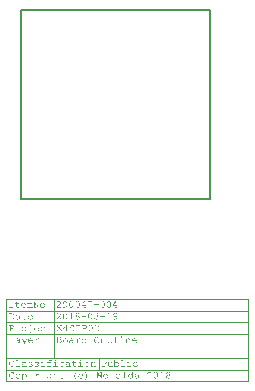
<source format=gm1>
G04*
G04 #@! TF.GenerationSoftware,Altium Limited,Altium Designer,18.0.12 (696)*
G04*
G04 Layer_Color=16711935*
%FSLAX24Y24*%
%MOIN*%
G70*
G01*
G75*
%ADD12C,0.0020*%
%ADD33C,0.0079*%
G36*
X366Y-3472D02*
X370Y-3472D01*
X373Y-3474D01*
X378Y-3475D01*
X382Y-3478D01*
X385Y-3481D01*
X386Y-3482D01*
X387Y-3483D01*
X389Y-3486D01*
X392Y-3489D01*
X393Y-3494D01*
X395Y-3499D01*
X397Y-3504D01*
X397Y-3509D01*
Y-3609D01*
X410D01*
X412Y-3609D01*
X415Y-3609D01*
X417Y-3611D01*
X417Y-3611D01*
X418Y-3612D01*
X419Y-3614D01*
X419Y-3616D01*
Y-3616D01*
X419Y-3618D01*
X418Y-3619D01*
X417Y-3621D01*
X416Y-3621D01*
X415Y-3622D01*
X413Y-3623D01*
X410Y-3623D01*
X383D01*
Y-3510D01*
Y-3510D01*
Y-3508D01*
X383Y-3506D01*
X382Y-3504D01*
X382Y-3501D01*
X380Y-3498D01*
X379Y-3495D01*
X376Y-3492D01*
X376Y-3492D01*
X375Y-3491D01*
X374Y-3490D01*
X372Y-3489D01*
X370Y-3487D01*
X367Y-3486D01*
X364Y-3485D01*
X361Y-3485D01*
X360D01*
X358Y-3485D01*
X356Y-3486D01*
X353Y-3486D01*
X351Y-3488D01*
X348Y-3489D01*
X344Y-3491D01*
X344Y-3491D01*
X343Y-3492D01*
X341Y-3494D01*
X339Y-3496D01*
X336Y-3499D01*
X333Y-3503D01*
X329Y-3508D01*
X325Y-3514D01*
Y-3609D01*
X338D01*
X340Y-3609D01*
X342Y-3609D01*
X344Y-3611D01*
X345Y-3611D01*
X346Y-3612D01*
X346Y-3614D01*
X347Y-3616D01*
Y-3616D01*
X346Y-3618D01*
X346Y-3619D01*
X344Y-3621D01*
X344Y-3621D01*
X343Y-3622D01*
X340Y-3623D01*
X337Y-3623D01*
X311D01*
Y-3511D01*
Y-3511D01*
Y-3509D01*
X311Y-3507D01*
X310Y-3505D01*
X309Y-3502D01*
X308Y-3499D01*
X306Y-3496D01*
X304Y-3493D01*
X304Y-3492D01*
X303Y-3491D01*
X301Y-3490D01*
X300Y-3489D01*
X297Y-3487D01*
X295Y-3486D01*
X292Y-3485D01*
X289Y-3485D01*
X288D01*
X286Y-3485D01*
X284Y-3486D01*
X282Y-3486D01*
X279Y-3487D01*
X277Y-3489D01*
X274Y-3490D01*
X274Y-3491D01*
X272Y-3492D01*
X270Y-3493D01*
X268Y-3496D01*
X264Y-3499D01*
X261Y-3503D01*
X257Y-3508D01*
X252Y-3514D01*
Y-3609D01*
X265D01*
X267Y-3609D01*
X270Y-3609D01*
X272Y-3611D01*
X272Y-3611D01*
X273Y-3612D01*
X274Y-3614D01*
X274Y-3616D01*
Y-3616D01*
X274Y-3618D01*
X273Y-3619D01*
X272Y-3621D01*
X271Y-3621D01*
X270Y-3622D01*
X268Y-3623D01*
X265Y-3623D01*
X225D01*
X223Y-3623D01*
X221Y-3622D01*
X219Y-3621D01*
X218Y-3621D01*
X218Y-3620D01*
X217Y-3618D01*
X217Y-3616D01*
Y-3615D01*
X217Y-3614D01*
X218Y-3612D01*
X219Y-3611D01*
X219Y-3610D01*
X221Y-3610D01*
X223Y-3609D01*
X226Y-3609D01*
X238D01*
Y-3490D01*
X225D01*
X223Y-3490D01*
X221Y-3489D01*
X219Y-3488D01*
X218Y-3488D01*
X218Y-3487D01*
X217Y-3485D01*
X217Y-3483D01*
Y-3482D01*
X217Y-3481D01*
X218Y-3479D01*
X219Y-3478D01*
X219Y-3478D01*
X221Y-3477D01*
X223Y-3476D01*
X226Y-3476D01*
X252D01*
Y-3490D01*
X253Y-3490D01*
X253Y-3489D01*
X254Y-3489D01*
X255Y-3487D01*
X259Y-3484D01*
X264Y-3480D01*
X269Y-3477D01*
X275Y-3474D01*
X278Y-3473D01*
X282Y-3472D01*
X285Y-3471D01*
X289Y-3471D01*
X291D01*
X292Y-3471D01*
X295Y-3472D01*
X298Y-3472D01*
X301Y-3474D01*
X305Y-3475D01*
X308Y-3477D01*
X308Y-3477D01*
X309Y-3478D01*
X311Y-3479D01*
X313Y-3481D01*
X315Y-3484D01*
X317Y-3487D01*
X319Y-3490D01*
X322Y-3494D01*
X322Y-3494D01*
X323Y-3492D01*
X325Y-3490D01*
X328Y-3488D01*
X331Y-3485D01*
X334Y-3482D01*
X337Y-3479D01*
X341Y-3477D01*
X341Y-3477D01*
X343Y-3476D01*
X345Y-3475D01*
X347Y-3474D01*
X350Y-3473D01*
X353Y-3472D01*
X357Y-3471D01*
X361Y-3471D01*
X363D01*
X366Y-3472D01*
D02*
G37*
G36*
X2601Y-3535D02*
X2455D01*
Y-3515D01*
X2601D01*
Y-3535D01*
D02*
G37*
G36*
X611Y-3425D02*
X613Y-3425D01*
X615Y-3426D01*
X616Y-3427D01*
X617Y-3428D01*
X617Y-3429D01*
X618Y-3432D01*
Y-3432D01*
X617Y-3434D01*
X617Y-3435D01*
X615Y-3437D01*
X615Y-3437D01*
X614Y-3438D01*
X611Y-3438D01*
X608Y-3438D01*
X596D01*
Y-3623D01*
X578D01*
X472Y-3445D01*
Y-3609D01*
X499D01*
X501Y-3609D01*
X504Y-3609D01*
X506Y-3611D01*
X506Y-3611D01*
X507Y-3612D01*
X508Y-3614D01*
X508Y-3616D01*
Y-3616D01*
X508Y-3618D01*
X507Y-3619D01*
X506Y-3621D01*
X505Y-3621D01*
X504Y-3622D01*
X502Y-3623D01*
X498Y-3623D01*
X445D01*
X443Y-3623D01*
X440Y-3622D01*
X438Y-3621D01*
X438Y-3621D01*
X437Y-3620D01*
X436Y-3618D01*
X436Y-3616D01*
Y-3615D01*
X436Y-3614D01*
X437Y-3612D01*
X438Y-3611D01*
X438Y-3610D01*
X440Y-3610D01*
X442Y-3609D01*
X446Y-3609D01*
X458D01*
Y-3438D01*
X438D01*
X436Y-3438D01*
X434Y-3438D01*
X431Y-3437D01*
X431Y-3437D01*
X430Y-3436D01*
X430Y-3434D01*
X429Y-3432D01*
Y-3431D01*
X430Y-3430D01*
X430Y-3428D01*
X431Y-3426D01*
X432Y-3426D01*
X433Y-3425D01*
X435Y-3425D01*
X439Y-3424D01*
X476D01*
X582Y-3602D01*
Y-3438D01*
X554D01*
X552Y-3438D01*
X550Y-3438D01*
X548Y-3437D01*
X547Y-3437D01*
X547Y-3436D01*
X546Y-3434D01*
X546Y-3432D01*
Y-3431D01*
X546Y-3430D01*
X547Y-3428D01*
X548Y-3426D01*
X548Y-3426D01*
X549Y-3425D01*
X552Y-3425D01*
X553Y-3424D01*
X609D01*
X611Y-3425D01*
D02*
G37*
G36*
X1490Y-3405D02*
X1494Y-3406D01*
X1499Y-3407D01*
X1504Y-3408D01*
X1510Y-3410D01*
X1516Y-3413D01*
X1522Y-3417D01*
X1522D01*
X1523Y-3418D01*
X1525Y-3419D01*
X1527Y-3422D01*
X1531Y-3426D01*
X1535Y-3431D01*
X1539Y-3437D01*
X1543Y-3444D01*
X1547Y-3452D01*
Y-3453D01*
X1547Y-3454D01*
X1548Y-3455D01*
X1549Y-3458D01*
X1549Y-3460D01*
X1550Y-3463D01*
X1551Y-3467D01*
X1553Y-3472D01*
X1554Y-3477D01*
X1555Y-3482D01*
X1556Y-3487D01*
X1557Y-3493D01*
X1557Y-3499D01*
X1558Y-3506D01*
X1558Y-3520D01*
Y-3520D01*
Y-3521D01*
Y-3523D01*
Y-3525D01*
X1558Y-3528D01*
X1558Y-3531D01*
Y-3534D01*
X1557Y-3538D01*
X1556Y-3546D01*
X1554Y-3554D01*
X1552Y-3562D01*
X1548Y-3570D01*
X1548Y-3571D01*
X1547Y-3573D01*
X1546Y-3575D01*
X1544Y-3579D01*
X1541Y-3583D01*
X1538Y-3587D01*
X1534Y-3592D01*
X1529Y-3597D01*
X1529Y-3597D01*
X1527Y-3599D01*
X1525Y-3601D01*
X1522Y-3604D01*
X1517Y-3607D01*
X1513Y-3611D01*
X1507Y-3614D01*
X1502Y-3617D01*
X1501D01*
X1501Y-3618D01*
X1500Y-3618D01*
X1498Y-3619D01*
X1496Y-3620D01*
X1494Y-3621D01*
X1488Y-3623D01*
X1482Y-3624D01*
X1474Y-3626D01*
X1466Y-3627D01*
X1457Y-3628D01*
X1455D01*
X1452Y-3627D01*
X1448Y-3627D01*
X1444Y-3626D01*
X1440Y-3625D01*
X1436Y-3624D01*
X1432Y-3622D01*
X1432D01*
X1432Y-3622D01*
X1430Y-3620D01*
X1429Y-3618D01*
X1428Y-3617D01*
X1428Y-3616D01*
Y-3615D01*
X1428Y-3614D01*
X1429Y-3612D01*
X1430Y-3611D01*
X1430Y-3610D01*
X1431Y-3610D01*
X1433Y-3609D01*
X1435Y-3609D01*
X1435D01*
X1437Y-3609D01*
X1438Y-3609D01*
X1441Y-3611D01*
X1441D01*
X1442Y-3611D01*
X1444Y-3612D01*
X1445Y-3612D01*
X1447Y-3613D01*
X1450Y-3613D01*
X1456Y-3614D01*
X1460D01*
X1462Y-3613D01*
X1465Y-3613D01*
X1469Y-3612D01*
X1473Y-3612D01*
X1477Y-3611D01*
X1482Y-3609D01*
X1487Y-3607D01*
X1492Y-3605D01*
X1497Y-3603D01*
X1503Y-3600D01*
X1508Y-3597D01*
X1513Y-3593D01*
X1518Y-3588D01*
X1518Y-3588D01*
X1519Y-3587D01*
X1520Y-3585D01*
X1522Y-3583D01*
X1524Y-3581D01*
X1526Y-3578D01*
X1528Y-3574D01*
X1531Y-3570D01*
X1533Y-3565D01*
X1536Y-3561D01*
X1538Y-3555D01*
X1540Y-3549D01*
X1542Y-3543D01*
X1543Y-3537D01*
X1544Y-3530D01*
X1544Y-3522D01*
Y-3522D01*
Y-3521D01*
Y-3520D01*
Y-3517D01*
Y-3515D01*
X1544Y-3511D01*
Y-3507D01*
X1543Y-3502D01*
Y-3503D01*
X1543Y-3503D01*
X1542Y-3504D01*
X1541Y-3506D01*
X1539Y-3509D01*
X1536Y-3514D01*
X1532Y-3518D01*
X1527Y-3523D01*
X1523Y-3528D01*
X1517Y-3532D01*
X1516Y-3532D01*
X1514Y-3533D01*
X1511Y-3535D01*
X1507Y-3537D01*
X1503Y-3539D01*
X1498Y-3540D01*
X1492Y-3541D01*
X1486Y-3541D01*
X1483D01*
X1481Y-3541D01*
X1477Y-3541D01*
X1472Y-3540D01*
X1467Y-3538D01*
X1463Y-3536D01*
X1457Y-3533D01*
X1457Y-3533D01*
X1455Y-3532D01*
X1452Y-3530D01*
X1449Y-3527D01*
X1446Y-3523D01*
X1442Y-3519D01*
X1439Y-3514D01*
X1435Y-3508D01*
Y-3508D01*
X1435Y-3508D01*
X1435Y-3507D01*
X1434Y-3505D01*
X1433Y-3502D01*
X1431Y-3498D01*
X1430Y-3493D01*
X1429Y-3487D01*
X1428Y-3481D01*
X1427Y-3474D01*
Y-3474D01*
Y-3473D01*
Y-3472D01*
X1428Y-3470D01*
X1428Y-3467D01*
X1428Y-3465D01*
X1429Y-3462D01*
X1429Y-3458D01*
X1431Y-3451D01*
X1434Y-3443D01*
X1436Y-3439D01*
X1438Y-3435D01*
X1441Y-3431D01*
X1444Y-3427D01*
X1444Y-3426D01*
X1444Y-3426D01*
X1445Y-3425D01*
X1446Y-3423D01*
X1448Y-3422D01*
X1450Y-3420D01*
X1452Y-3418D01*
X1455Y-3416D01*
X1461Y-3412D01*
X1468Y-3408D01*
X1473Y-3407D01*
X1477Y-3406D01*
X1482Y-3405D01*
X1487Y-3405D01*
X1489D01*
X1490Y-3405D01*
D02*
G37*
G36*
X3195Y-3549D02*
X3207D01*
X3209Y-3550D01*
X3212Y-3550D01*
X3214Y-3551D01*
X3214Y-3552D01*
X3215Y-3553D01*
X3216Y-3554D01*
X3216Y-3557D01*
Y-3557D01*
X3216Y-3558D01*
X3215Y-3560D01*
X3214Y-3561D01*
X3213Y-3562D01*
X3212Y-3562D01*
X3210Y-3563D01*
X3207Y-3563D01*
X3195D01*
Y-3609D01*
X3207D01*
X3209Y-3609D01*
X3212Y-3609D01*
X3214Y-3611D01*
X3214Y-3611D01*
X3215Y-3612D01*
X3216Y-3614D01*
X3216Y-3616D01*
Y-3616D01*
X3216Y-3618D01*
X3215Y-3619D01*
X3214Y-3621D01*
X3214Y-3621D01*
X3212Y-3622D01*
X3210Y-3623D01*
X3207Y-3623D01*
X3153D01*
X3151Y-3623D01*
X3148Y-3622D01*
X3146Y-3621D01*
X3146Y-3621D01*
X3145Y-3620D01*
X3145Y-3618D01*
X3144Y-3616D01*
Y-3615D01*
X3145Y-3614D01*
X3145Y-3612D01*
X3146Y-3611D01*
X3146Y-3610D01*
X3148Y-3610D01*
X3150Y-3609D01*
X3154Y-3609D01*
X3181D01*
Y-3563D01*
X3086D01*
X3085Y-3547D01*
X3165Y-3410D01*
X3195D01*
Y-3549D01*
D02*
G37*
G36*
X2381Y-3433D02*
X2324Y-3616D01*
Y-3616D01*
X2324Y-3617D01*
X2323Y-3618D01*
X2322Y-3620D01*
X2321Y-3622D01*
X2320Y-3622D01*
X2320Y-3622D01*
X2318Y-3623D01*
X2316Y-3623D01*
X2316D01*
X2315Y-3623D01*
X2313Y-3622D01*
X2311Y-3621D01*
X2311Y-3621D01*
X2310Y-3620D01*
X2310Y-3618D01*
X2309Y-3616D01*
Y-3616D01*
Y-3615D01*
X2310Y-3614D01*
X2310Y-3611D01*
X2367Y-3431D01*
Y-3424D01*
X2265D01*
Y-3437D01*
Y-3437D01*
Y-3438D01*
X2264Y-3439D01*
X2264Y-3442D01*
X2263Y-3444D01*
X2263Y-3444D01*
X2262Y-3445D01*
X2260Y-3446D01*
X2258Y-3446D01*
X2257D01*
X2256Y-3446D01*
X2254Y-3445D01*
X2253Y-3444D01*
X2252Y-3444D01*
X2252Y-3442D01*
X2251Y-3440D01*
X2251Y-3437D01*
Y-3410D01*
X2381D01*
Y-3433D01*
D02*
G37*
G36*
X2152Y-3549D02*
X2164D01*
X2166Y-3550D01*
X2169Y-3550D01*
X2171Y-3551D01*
X2171Y-3552D01*
X2172Y-3553D01*
X2173Y-3554D01*
X2173Y-3557D01*
Y-3557D01*
X2173Y-3558D01*
X2172Y-3560D01*
X2171Y-3561D01*
X2170Y-3562D01*
X2169Y-3562D01*
X2167Y-3563D01*
X2163Y-3563D01*
X2152D01*
Y-3609D01*
X2164D01*
X2166Y-3609D01*
X2169Y-3609D01*
X2171Y-3611D01*
X2171Y-3611D01*
X2172Y-3612D01*
X2173Y-3614D01*
X2173Y-3616D01*
Y-3616D01*
X2173Y-3618D01*
X2172Y-3619D01*
X2171Y-3621D01*
X2171Y-3621D01*
X2169Y-3622D01*
X2167Y-3623D01*
X2164Y-3623D01*
X2110D01*
X2108Y-3623D01*
X2105Y-3622D01*
X2103Y-3621D01*
X2103Y-3621D01*
X2102Y-3620D01*
X2101Y-3618D01*
X2101Y-3616D01*
Y-3615D01*
X2101Y-3614D01*
X2102Y-3612D01*
X2103Y-3611D01*
X2103Y-3610D01*
X2105Y-3610D01*
X2107Y-3609D01*
X2111Y-3609D01*
X2138D01*
Y-3563D01*
X2043D01*
X2042Y-3547D01*
X2122Y-3410D01*
X2152D01*
Y-3549D01*
D02*
G37*
G36*
X-250Y-3425D02*
X-247Y-3425D01*
X-245Y-3426D01*
X-245Y-3427D01*
X-244Y-3428D01*
X-243Y-3429D01*
X-243Y-3432D01*
Y-3432D01*
X-243Y-3434D01*
X-244Y-3435D01*
X-245Y-3437D01*
X-246Y-3437D01*
X-247Y-3438D01*
X-249Y-3438D01*
X-253Y-3438D01*
X-302D01*
Y-3609D01*
X-252D01*
X-250Y-3609D01*
X-247Y-3609D01*
X-245Y-3611D01*
X-245Y-3611D01*
X-244Y-3612D01*
X-243Y-3614D01*
X-243Y-3616D01*
Y-3616D01*
X-243Y-3618D01*
X-244Y-3619D01*
X-245Y-3621D01*
X-246Y-3621D01*
X-247Y-3622D01*
X-249Y-3623D01*
X-253Y-3623D01*
X-365D01*
X-367Y-3623D01*
X-370Y-3622D01*
X-372Y-3621D01*
X-372Y-3621D01*
X-373Y-3620D01*
X-374Y-3618D01*
X-374Y-3616D01*
Y-3615D01*
X-374Y-3614D01*
X-373Y-3612D01*
X-372Y-3611D01*
X-372Y-3610D01*
X-370Y-3610D01*
X-368Y-3609D01*
X-364Y-3609D01*
X-316D01*
Y-3438D01*
X-365D01*
X-367Y-3438D01*
X-370Y-3438D01*
X-372Y-3437D01*
X-372Y-3437D01*
X-373Y-3436D01*
X-374Y-3434D01*
X-374Y-3432D01*
Y-3431D01*
X-374Y-3430D01*
X-373Y-3428D01*
X-372Y-3426D01*
X-372Y-3426D01*
X-370Y-3425D01*
X-368Y-3425D01*
X-364Y-3424D01*
X-252D01*
X-250Y-3425D01*
D02*
G37*
G36*
X1278Y-3405D02*
X1280Y-3406D01*
X1283Y-3406D01*
X1289Y-3407D01*
X1296Y-3410D01*
X1300Y-3411D01*
X1304Y-3413D01*
X1308Y-3415D01*
X1312Y-3417D01*
X1316Y-3420D01*
X1319Y-3424D01*
X1320Y-3424D01*
X1320Y-3425D01*
X1321Y-3426D01*
X1322Y-3427D01*
X1324Y-3429D01*
X1325Y-3431D01*
X1329Y-3436D01*
X1332Y-3442D01*
X1336Y-3449D01*
X1337Y-3453D01*
X1338Y-3457D01*
X1338Y-3461D01*
X1339Y-3466D01*
Y-3466D01*
Y-3467D01*
Y-3469D01*
X1338Y-3472D01*
X1338Y-3475D01*
X1337Y-3478D01*
X1335Y-3484D01*
Y-3484D01*
X1335Y-3485D01*
X1334Y-3487D01*
X1333Y-3489D01*
X1331Y-3492D01*
X1329Y-3495D01*
X1327Y-3498D01*
X1324Y-3501D01*
X1324Y-3502D01*
X1322Y-3503D01*
X1321Y-3506D01*
X1318Y-3509D01*
X1314Y-3513D01*
X1309Y-3518D01*
X1303Y-3524D01*
X1297Y-3531D01*
X1296Y-3532D01*
X1294Y-3533D01*
X1292Y-3536D01*
X1288Y-3539D01*
X1284Y-3543D01*
X1279Y-3548D01*
X1274Y-3553D01*
X1268Y-3559D01*
X1261Y-3565D01*
X1255Y-3571D01*
X1241Y-3584D01*
X1227Y-3597D01*
X1221Y-3602D01*
X1215Y-3608D01*
Y-3609D01*
X1325D01*
Y-3603D01*
Y-3603D01*
Y-3602D01*
X1325Y-3601D01*
X1326Y-3598D01*
X1327Y-3596D01*
X1327Y-3596D01*
X1328Y-3595D01*
X1330Y-3594D01*
X1332Y-3594D01*
X1333D01*
X1334Y-3594D01*
X1335Y-3595D01*
X1337Y-3596D01*
X1337Y-3596D01*
X1338Y-3598D01*
X1339Y-3600D01*
X1339Y-3603D01*
Y-3623D01*
X1201D01*
Y-3602D01*
X1201Y-3602D01*
X1203Y-3601D01*
X1205Y-3598D01*
X1208Y-3595D01*
X1212Y-3592D01*
X1217Y-3588D01*
X1222Y-3583D01*
X1228Y-3578D01*
X1234Y-3572D01*
X1240Y-3565D01*
X1247Y-3559D01*
X1255Y-3552D01*
X1270Y-3538D01*
X1285Y-3522D01*
X1286Y-3522D01*
X1286Y-3521D01*
X1287Y-3521D01*
X1289Y-3520D01*
X1292Y-3516D01*
X1296Y-3512D01*
X1300Y-3507D01*
X1305Y-3503D01*
X1309Y-3499D01*
X1312Y-3495D01*
X1312Y-3495D01*
X1313Y-3493D01*
X1314Y-3492D01*
X1316Y-3490D01*
X1319Y-3485D01*
X1320Y-3482D01*
X1321Y-3479D01*
Y-3479D01*
X1322Y-3478D01*
X1322Y-3477D01*
X1323Y-3475D01*
X1324Y-3471D01*
X1324Y-3466D01*
Y-3465D01*
Y-3465D01*
Y-3464D01*
X1324Y-3463D01*
X1324Y-3459D01*
X1322Y-3455D01*
X1321Y-3450D01*
X1318Y-3444D01*
X1314Y-3439D01*
X1312Y-3436D01*
X1309Y-3433D01*
Y-3433D01*
X1309Y-3433D01*
X1307Y-3431D01*
X1303Y-3429D01*
X1300Y-3426D01*
X1294Y-3424D01*
X1288Y-3421D01*
X1281Y-3420D01*
X1278Y-3419D01*
X1270D01*
X1267Y-3420D01*
X1262Y-3420D01*
X1257Y-3422D01*
X1252Y-3424D01*
X1246Y-3426D01*
X1240Y-3430D01*
X1240Y-3430D01*
X1238Y-3432D01*
X1236Y-3434D01*
X1233Y-3437D01*
X1230Y-3441D01*
X1226Y-3446D01*
X1224Y-3451D01*
X1222Y-3457D01*
Y-3457D01*
X1221Y-3457D01*
X1221Y-3459D01*
X1220Y-3460D01*
X1219Y-3462D01*
X1219Y-3462D01*
X1218Y-3462D01*
X1216Y-3463D01*
X1214Y-3463D01*
X1214D01*
X1213Y-3463D01*
X1211Y-3463D01*
X1209Y-3462D01*
X1209Y-3461D01*
X1209Y-3460D01*
X1208Y-3459D01*
X1208Y-3457D01*
Y-3457D01*
Y-3456D01*
X1208Y-3454D01*
X1209Y-3451D01*
X1210Y-3448D01*
X1211Y-3444D01*
X1214Y-3440D01*
X1217Y-3435D01*
Y-3435D01*
X1217Y-3435D01*
X1218Y-3433D01*
X1220Y-3430D01*
X1223Y-3427D01*
X1226Y-3424D01*
X1231Y-3420D01*
X1236Y-3417D01*
X1241Y-3413D01*
X1241D01*
X1242Y-3413D01*
X1244Y-3412D01*
X1247Y-3411D01*
X1251Y-3409D01*
X1256Y-3408D01*
X1261Y-3406D01*
X1267Y-3405D01*
X1273Y-3405D01*
X1276D01*
X1278Y-3405D01*
D02*
G37*
G36*
X2949D02*
X2953Y-3406D01*
X2956Y-3406D01*
X2960Y-3407D01*
X2964Y-3409D01*
X2968Y-3410D01*
X2969Y-3411D01*
X2970Y-3411D01*
X2972Y-3412D01*
X2975Y-3414D01*
X2978Y-3416D01*
X2981Y-3418D01*
X2984Y-3421D01*
X2987Y-3424D01*
X2988Y-3424D01*
X2988Y-3425D01*
X2989Y-3427D01*
X2991Y-3429D01*
X2992Y-3431D01*
X2994Y-3434D01*
X2996Y-3438D01*
X2998Y-3442D01*
X2999Y-3443D01*
X2999Y-3444D01*
X3000Y-3447D01*
X3002Y-3450D01*
X3003Y-3453D01*
X3004Y-3457D01*
X3007Y-3465D01*
X3007Y-3465D01*
X3007Y-3467D01*
X3008Y-3470D01*
X3009Y-3475D01*
X3009Y-3479D01*
X3010Y-3485D01*
X3011Y-3492D01*
Y-3499D01*
Y-3534D01*
Y-3535D01*
Y-3536D01*
Y-3539D01*
X3010Y-3542D01*
X3010Y-3546D01*
X3009Y-3550D01*
X3009Y-3555D01*
X3008Y-3561D01*
X3005Y-3572D01*
X3003Y-3578D01*
X3001Y-3584D01*
X2999Y-3590D01*
X2996Y-3596D01*
X2992Y-3602D01*
X2988Y-3607D01*
X2988Y-3607D01*
X2988Y-3608D01*
X2987Y-3609D01*
X2985Y-3610D01*
X2984Y-3612D01*
X2982Y-3613D01*
X2979Y-3615D01*
X2977Y-3617D01*
X2970Y-3621D01*
X2963Y-3624D01*
X2959Y-3626D01*
X2955Y-3627D01*
X2950Y-3627D01*
X2945Y-3628D01*
X2943D01*
X2941Y-3627D01*
X2938Y-3627D01*
X2934Y-3626D01*
X2930Y-3626D01*
X2926Y-3624D01*
X2921Y-3623D01*
X2921Y-3623D01*
X2920Y-3622D01*
X2918Y-3621D01*
X2915Y-3619D01*
X2912Y-3617D01*
X2909Y-3615D01*
X2905Y-3612D01*
X2902Y-3609D01*
X2902Y-3609D01*
X2901Y-3608D01*
X2900Y-3607D01*
X2899Y-3605D01*
X2898Y-3602D01*
X2896Y-3599D01*
X2894Y-3595D01*
X2892Y-3591D01*
X2891Y-3590D01*
X2891Y-3589D01*
X2890Y-3586D01*
X2888Y-3583D01*
X2887Y-3580D01*
X2885Y-3576D01*
X2883Y-3568D01*
Y-3568D01*
Y-3568D01*
X2882Y-3566D01*
X2882Y-3563D01*
X2881Y-3559D01*
X2881Y-3554D01*
X2880Y-3548D01*
X2880Y-3541D01*
X2879Y-3534D01*
Y-3499D01*
Y-3499D01*
Y-3497D01*
Y-3495D01*
X2880Y-3492D01*
X2880Y-3488D01*
X2881Y-3483D01*
X2881Y-3478D01*
X2882Y-3473D01*
X2885Y-3461D01*
X2886Y-3455D01*
X2889Y-3449D01*
X2891Y-3443D01*
X2894Y-3437D01*
X2897Y-3432D01*
X2901Y-3426D01*
X2901Y-3426D01*
X2902Y-3425D01*
X2903Y-3424D01*
X2904Y-3423D01*
X2906Y-3421D01*
X2908Y-3419D01*
X2910Y-3418D01*
X2913Y-3416D01*
X2920Y-3412D01*
X2927Y-3408D01*
X2931Y-3407D01*
X2935Y-3406D01*
X2940Y-3405D01*
X2945Y-3405D01*
X2947D01*
X2949Y-3405D01*
D02*
G37*
G36*
X2741D02*
X2744Y-3406D01*
X2748Y-3406D01*
X2752Y-3407D01*
X2756Y-3409D01*
X2760Y-3410D01*
X2760Y-3411D01*
X2762Y-3411D01*
X2764Y-3412D01*
X2766Y-3414D01*
X2769Y-3416D01*
X2773Y-3418D01*
X2776Y-3421D01*
X2779Y-3424D01*
X2779Y-3424D01*
X2780Y-3425D01*
X2781Y-3427D01*
X2782Y-3429D01*
X2784Y-3431D01*
X2785Y-3434D01*
X2787Y-3438D01*
X2790Y-3442D01*
X2790Y-3443D01*
X2791Y-3444D01*
X2792Y-3447D01*
X2793Y-3450D01*
X2794Y-3453D01*
X2796Y-3457D01*
X2798Y-3465D01*
X2798Y-3465D01*
X2799Y-3467D01*
X2799Y-3470D01*
X2800Y-3475D01*
X2801Y-3479D01*
X2801Y-3485D01*
X2802Y-3492D01*
Y-3499D01*
Y-3534D01*
Y-3535D01*
Y-3536D01*
Y-3539D01*
X2802Y-3542D01*
X2801Y-3546D01*
X2801Y-3550D01*
X2800Y-3555D01*
X2799Y-3561D01*
X2797Y-3572D01*
X2795Y-3578D01*
X2793Y-3584D01*
X2790Y-3590D01*
X2787Y-3596D01*
X2784Y-3602D01*
X2780Y-3607D01*
X2779Y-3607D01*
X2779Y-3608D01*
X2778Y-3609D01*
X2777Y-3610D01*
X2775Y-3612D01*
X2773Y-3613D01*
X2771Y-3615D01*
X2768Y-3617D01*
X2762Y-3621D01*
X2754Y-3624D01*
X2750Y-3626D01*
X2746Y-3627D01*
X2741Y-3627D01*
X2736Y-3628D01*
X2735D01*
X2732Y-3627D01*
X2729Y-3627D01*
X2725Y-3626D01*
X2721Y-3626D01*
X2717Y-3624D01*
X2713Y-3623D01*
X2713Y-3623D01*
X2711Y-3622D01*
X2709Y-3621D01*
X2706Y-3619D01*
X2703Y-3617D01*
X2700Y-3615D01*
X2697Y-3612D01*
X2694Y-3609D01*
X2694Y-3609D01*
X2693Y-3608D01*
X2692Y-3607D01*
X2691Y-3605D01*
X2689Y-3602D01*
X2687Y-3599D01*
X2685Y-3595D01*
X2683Y-3591D01*
X2683Y-3590D01*
X2682Y-3589D01*
X2681Y-3586D01*
X2680Y-3583D01*
X2678Y-3580D01*
X2677Y-3576D01*
X2674Y-3568D01*
Y-3568D01*
Y-3568D01*
X2674Y-3566D01*
X2674Y-3563D01*
X2673Y-3559D01*
X2672Y-3554D01*
X2672Y-3548D01*
X2671Y-3541D01*
X2671Y-3534D01*
Y-3499D01*
Y-3499D01*
Y-3497D01*
Y-3495D01*
X2671Y-3492D01*
X2672Y-3488D01*
X2672Y-3483D01*
X2673Y-3478D01*
X2674Y-3473D01*
X2676Y-3461D01*
X2678Y-3455D01*
X2680Y-3449D01*
X2682Y-3443D01*
X2685Y-3437D01*
X2689Y-3432D01*
X2693Y-3426D01*
X2693Y-3426D01*
X2693Y-3425D01*
X2694Y-3424D01*
X2696Y-3423D01*
X2697Y-3421D01*
X2699Y-3419D01*
X2702Y-3418D01*
X2705Y-3416D01*
X2711Y-3412D01*
X2718Y-3408D01*
X2722Y-3407D01*
X2727Y-3406D01*
X2731Y-3405D01*
X2736Y-3405D01*
X2738D01*
X2741Y-3405D01*
D02*
G37*
G36*
X1906D02*
X1910Y-3406D01*
X1913Y-3406D01*
X1917Y-3407D01*
X1921Y-3409D01*
X1925Y-3410D01*
X1926Y-3411D01*
X1927Y-3411D01*
X1929Y-3412D01*
X1932Y-3414D01*
X1935Y-3416D01*
X1938Y-3418D01*
X1941Y-3421D01*
X1944Y-3424D01*
X1945Y-3424D01*
X1945Y-3425D01*
X1946Y-3427D01*
X1948Y-3429D01*
X1949Y-3431D01*
X1951Y-3434D01*
X1953Y-3438D01*
X1955Y-3442D01*
X1956Y-3443D01*
X1956Y-3444D01*
X1957Y-3447D01*
X1958Y-3450D01*
X1960Y-3453D01*
X1961Y-3457D01*
X1964Y-3465D01*
X1964Y-3465D01*
X1964Y-3467D01*
X1965Y-3470D01*
X1966Y-3475D01*
X1966Y-3479D01*
X1967Y-3485D01*
X1968Y-3492D01*
Y-3499D01*
Y-3534D01*
Y-3535D01*
Y-3536D01*
Y-3539D01*
X1967Y-3542D01*
X1967Y-3546D01*
X1966Y-3550D01*
X1966Y-3555D01*
X1965Y-3561D01*
X1962Y-3572D01*
X1960Y-3578D01*
X1958Y-3584D01*
X1956Y-3590D01*
X1953Y-3596D01*
X1949Y-3602D01*
X1945Y-3607D01*
X1945Y-3607D01*
X1945Y-3608D01*
X1944Y-3609D01*
X1942Y-3610D01*
X1941Y-3612D01*
X1938Y-3613D01*
X1936Y-3615D01*
X1934Y-3617D01*
X1927Y-3621D01*
X1920Y-3624D01*
X1916Y-3626D01*
X1912Y-3627D01*
X1907Y-3627D01*
X1902Y-3628D01*
X1900D01*
X1897Y-3627D01*
X1895Y-3627D01*
X1891Y-3626D01*
X1887Y-3626D01*
X1883Y-3624D01*
X1878Y-3623D01*
X1878Y-3623D01*
X1876Y-3622D01*
X1875Y-3621D01*
X1872Y-3619D01*
X1869Y-3617D01*
X1866Y-3615D01*
X1862Y-3612D01*
X1859Y-3609D01*
X1859Y-3609D01*
X1858Y-3608D01*
X1857Y-3607D01*
X1856Y-3605D01*
X1854Y-3602D01*
X1853Y-3599D01*
X1851Y-3595D01*
X1849Y-3591D01*
X1848Y-3590D01*
X1848Y-3589D01*
X1847Y-3586D01*
X1845Y-3583D01*
X1844Y-3580D01*
X1842Y-3576D01*
X1840Y-3568D01*
Y-3568D01*
Y-3568D01*
X1839Y-3566D01*
X1839Y-3563D01*
X1838Y-3559D01*
X1838Y-3554D01*
X1837Y-3548D01*
X1837Y-3541D01*
X1836Y-3534D01*
Y-3499D01*
Y-3499D01*
Y-3497D01*
Y-3495D01*
X1837Y-3492D01*
X1837Y-3488D01*
X1838Y-3483D01*
X1838Y-3478D01*
X1839Y-3473D01*
X1842Y-3461D01*
X1843Y-3455D01*
X1846Y-3449D01*
X1848Y-3443D01*
X1851Y-3437D01*
X1854Y-3432D01*
X1858Y-3426D01*
X1858Y-3426D01*
X1859Y-3425D01*
X1860Y-3424D01*
X1861Y-3423D01*
X1863Y-3421D01*
X1865Y-3419D01*
X1867Y-3418D01*
X1870Y-3416D01*
X1876Y-3412D01*
X1884Y-3408D01*
X1888Y-3407D01*
X1892Y-3406D01*
X1897Y-3405D01*
X1902Y-3405D01*
X1904D01*
X1906Y-3405D01*
D02*
G37*
G36*
X1698D02*
X1701Y-3406D01*
X1705Y-3406D01*
X1709Y-3407D01*
X1712Y-3409D01*
X1717Y-3410D01*
X1717Y-3411D01*
X1719Y-3411D01*
X1721Y-3412D01*
X1723Y-3414D01*
X1726Y-3416D01*
X1730Y-3418D01*
X1733Y-3421D01*
X1736Y-3424D01*
X1736Y-3424D01*
X1737Y-3425D01*
X1738Y-3427D01*
X1739Y-3429D01*
X1741Y-3431D01*
X1742Y-3434D01*
X1744Y-3438D01*
X1747Y-3442D01*
X1747Y-3443D01*
X1748Y-3444D01*
X1749Y-3447D01*
X1750Y-3450D01*
X1751Y-3453D01*
X1753Y-3457D01*
X1755Y-3465D01*
X1755Y-3465D01*
X1756Y-3467D01*
X1756Y-3470D01*
X1757Y-3475D01*
X1758Y-3479D01*
X1758Y-3485D01*
X1759Y-3492D01*
Y-3499D01*
Y-3534D01*
Y-3535D01*
Y-3536D01*
Y-3539D01*
X1759Y-3542D01*
X1758Y-3546D01*
X1758Y-3550D01*
X1757Y-3555D01*
X1756Y-3561D01*
X1753Y-3572D01*
X1752Y-3578D01*
X1750Y-3584D01*
X1747Y-3590D01*
X1744Y-3596D01*
X1741Y-3602D01*
X1737Y-3607D01*
X1736Y-3607D01*
X1736Y-3608D01*
X1735Y-3609D01*
X1734Y-3610D01*
X1732Y-3612D01*
X1730Y-3613D01*
X1728Y-3615D01*
X1725Y-3617D01*
X1719Y-3621D01*
X1711Y-3624D01*
X1707Y-3626D01*
X1703Y-3627D01*
X1698Y-3627D01*
X1693Y-3628D01*
X1691D01*
X1689Y-3627D01*
X1686Y-3627D01*
X1682Y-3626D01*
X1678Y-3626D01*
X1674Y-3624D01*
X1670Y-3623D01*
X1670Y-3623D01*
X1668Y-3622D01*
X1666Y-3621D01*
X1663Y-3619D01*
X1660Y-3617D01*
X1657Y-3615D01*
X1654Y-3612D01*
X1651Y-3609D01*
X1650Y-3609D01*
X1650Y-3608D01*
X1649Y-3607D01*
X1648Y-3605D01*
X1646Y-3602D01*
X1644Y-3599D01*
X1642Y-3595D01*
X1640Y-3591D01*
X1640Y-3590D01*
X1639Y-3589D01*
X1638Y-3586D01*
X1637Y-3583D01*
X1635Y-3580D01*
X1634Y-3576D01*
X1631Y-3568D01*
Y-3568D01*
Y-3568D01*
X1631Y-3566D01*
X1630Y-3563D01*
X1630Y-3559D01*
X1629Y-3554D01*
X1629Y-3548D01*
X1628Y-3541D01*
X1628Y-3534D01*
Y-3499D01*
Y-3499D01*
Y-3497D01*
Y-3495D01*
X1628Y-3492D01*
X1629Y-3488D01*
X1629Y-3483D01*
X1630Y-3478D01*
X1630Y-3473D01*
X1633Y-3461D01*
X1635Y-3455D01*
X1637Y-3449D01*
X1639Y-3443D01*
X1642Y-3437D01*
X1646Y-3432D01*
X1649Y-3426D01*
X1650Y-3426D01*
X1650Y-3425D01*
X1651Y-3424D01*
X1653Y-3423D01*
X1654Y-3421D01*
X1656Y-3419D01*
X1659Y-3418D01*
X1662Y-3416D01*
X1668Y-3412D01*
X1675Y-3408D01*
X1679Y-3407D01*
X1684Y-3406D01*
X1688Y-3405D01*
X1693Y-3405D01*
X1695D01*
X1698Y-3405D01*
D02*
G37*
G36*
X740Y-3471D02*
X743Y-3472D01*
X746Y-3472D01*
X750Y-3473D01*
X754Y-3474D01*
X758Y-3475D01*
X763Y-3477D01*
X767Y-3479D01*
X772Y-3481D01*
X777Y-3483D01*
X782Y-3487D01*
X786Y-3490D01*
X791Y-3494D01*
X791Y-3495D01*
X792Y-3495D01*
X793Y-3497D01*
X794Y-3498D01*
X796Y-3500D01*
X798Y-3503D01*
X800Y-3506D01*
X803Y-3510D01*
X805Y-3514D01*
X807Y-3518D01*
X809Y-3522D01*
X811Y-3527D01*
X812Y-3533D01*
X813Y-3538D01*
X814Y-3544D01*
X814Y-3550D01*
Y-3550D01*
Y-3551D01*
Y-3553D01*
X814Y-3556D01*
X814Y-3558D01*
X813Y-3561D01*
X812Y-3565D01*
X811Y-3569D01*
X810Y-3573D01*
X808Y-3578D01*
X807Y-3582D01*
X804Y-3587D01*
X802Y-3592D01*
X799Y-3597D01*
X795Y-3601D01*
X791Y-3605D01*
X790Y-3606D01*
X790Y-3606D01*
X788Y-3607D01*
X786Y-3609D01*
X784Y-3611D01*
X782Y-3613D01*
X779Y-3615D01*
X775Y-3617D01*
X771Y-3619D01*
X767Y-3621D01*
X762Y-3623D01*
X757Y-3625D01*
X752Y-3626D01*
X746Y-3627D01*
X741Y-3628D01*
X735Y-3628D01*
X731D01*
X729Y-3628D01*
X726Y-3628D01*
X723Y-3627D01*
X719Y-3626D01*
X715Y-3625D01*
X711Y-3624D01*
X706Y-3623D01*
X702Y-3621D01*
X697Y-3619D01*
X692Y-3616D01*
X687Y-3613D01*
X682Y-3609D01*
X678Y-3605D01*
X678Y-3605D01*
X677Y-3604D01*
X676Y-3603D01*
X674Y-3601D01*
X673Y-3599D01*
X671Y-3596D01*
X669Y-3593D01*
X666Y-3590D01*
X664Y-3586D01*
X662Y-3582D01*
X660Y-3577D01*
X659Y-3572D01*
X657Y-3567D01*
X656Y-3561D01*
X655Y-3556D01*
X655Y-3550D01*
Y-3550D01*
Y-3549D01*
Y-3547D01*
X655Y-3544D01*
X656Y-3542D01*
X656Y-3539D01*
X657Y-3535D01*
X658Y-3531D01*
X659Y-3527D01*
X661Y-3522D01*
X662Y-3518D01*
X665Y-3513D01*
X667Y-3508D01*
X670Y-3503D01*
X674Y-3499D01*
X678Y-3494D01*
X678Y-3494D01*
X679Y-3493D01*
X680Y-3492D01*
X682Y-3491D01*
X684Y-3489D01*
X687Y-3487D01*
X690Y-3485D01*
X694Y-3482D01*
X698Y-3480D01*
X702Y-3478D01*
X707Y-3476D01*
X712Y-3475D01*
X717Y-3473D01*
X722Y-3472D01*
X728Y-3471D01*
X735Y-3471D01*
X738D01*
X740Y-3471D01*
D02*
G37*
G36*
X112D02*
X115Y-3472D01*
X118Y-3472D01*
X122Y-3473D01*
X126Y-3474D01*
X131Y-3475D01*
X135Y-3477D01*
X140Y-3479D01*
X145Y-3480D01*
X150Y-3483D01*
X155Y-3486D01*
X159Y-3490D01*
X164Y-3494D01*
X164Y-3494D01*
X165Y-3495D01*
X166Y-3496D01*
X167Y-3498D01*
X169Y-3500D01*
X171Y-3503D01*
X173Y-3506D01*
X175Y-3510D01*
X177Y-3514D01*
X179Y-3519D01*
X181Y-3523D01*
X183Y-3528D01*
X184Y-3534D01*
X185Y-3540D01*
X186Y-3546D01*
X186Y-3553D01*
X40D01*
Y-3553D01*
X41Y-3554D01*
Y-3556D01*
X41Y-3558D01*
X42Y-3560D01*
X43Y-3563D01*
X45Y-3569D01*
X47Y-3576D01*
X51Y-3583D01*
X54Y-3587D01*
X57Y-3591D01*
X60Y-3594D01*
X63Y-3598D01*
X64Y-3598D01*
X64Y-3598D01*
X65Y-3599D01*
X67Y-3600D01*
X69Y-3602D01*
X71Y-3603D01*
X74Y-3604D01*
X77Y-3606D01*
X80Y-3607D01*
X84Y-3609D01*
X92Y-3612D01*
X101Y-3614D01*
X106Y-3614D01*
X111Y-3614D01*
X114D01*
X117Y-3614D01*
X122Y-3614D01*
X127Y-3613D01*
X132Y-3612D01*
X138Y-3611D01*
X145Y-3609D01*
X145D01*
X146Y-3609D01*
X147Y-3608D01*
X148Y-3608D01*
X151Y-3607D01*
X155Y-3605D01*
X160Y-3603D01*
X165Y-3601D01*
X169Y-3598D01*
X174Y-3595D01*
X174Y-3595D01*
X176Y-3594D01*
X177Y-3593D01*
X179Y-3592D01*
X180D01*
X181Y-3593D01*
X182Y-3593D01*
X184Y-3595D01*
X184Y-3595D01*
X185Y-3596D01*
X186Y-3598D01*
X186Y-3600D01*
Y-3600D01*
X186Y-3601D01*
X185Y-3603D01*
X183Y-3605D01*
X183Y-3605D01*
X182Y-3606D01*
X180Y-3608D01*
X177Y-3610D01*
X173Y-3613D01*
X168Y-3616D01*
X162Y-3618D01*
X154Y-3621D01*
X154D01*
X153Y-3622D01*
X152Y-3622D01*
X151Y-3622D01*
X149Y-3623D01*
X147Y-3623D01*
X141Y-3625D01*
X135Y-3626D01*
X128Y-3627D01*
X120Y-3628D01*
X112Y-3628D01*
X110D01*
X108Y-3628D01*
X106D01*
X103Y-3628D01*
X99Y-3627D01*
X95Y-3626D01*
X90Y-3625D01*
X86Y-3624D01*
X81Y-3623D01*
X76Y-3621D01*
X70Y-3618D01*
X65Y-3616D01*
X60Y-3612D01*
X55Y-3609D01*
X50Y-3604D01*
X50Y-3604D01*
X49Y-3603D01*
X48Y-3602D01*
X46Y-3600D01*
X45Y-3598D01*
X43Y-3595D01*
X41Y-3592D01*
X38Y-3588D01*
X36Y-3584D01*
X34Y-3580D01*
X32Y-3575D01*
X30Y-3570D01*
X28Y-3564D01*
X27Y-3559D01*
X26Y-3553D01*
X26Y-3546D01*
Y-3546D01*
Y-3545D01*
Y-3543D01*
X26Y-3541D01*
X27Y-3539D01*
X27Y-3536D01*
X28Y-3532D01*
X29Y-3528D01*
X30Y-3524D01*
X32Y-3520D01*
X34Y-3516D01*
X36Y-3511D01*
X39Y-3506D01*
X42Y-3502D01*
X45Y-3498D01*
X49Y-3493D01*
X49Y-3493D01*
X50Y-3492D01*
X51Y-3491D01*
X53Y-3490D01*
X55Y-3488D01*
X58Y-3486D01*
X61Y-3484D01*
X65Y-3482D01*
X69Y-3480D01*
X73Y-3478D01*
X78Y-3476D01*
X83Y-3475D01*
X88Y-3473D01*
X94Y-3472D01*
X100Y-3471D01*
X106Y-3471D01*
X109D01*
X112Y-3471D01*
D02*
G37*
G36*
X-135Y-3424D02*
X-133Y-3425D01*
X-132Y-3426D01*
X-131Y-3427D01*
X-130Y-3428D01*
X-130Y-3431D01*
X-129Y-3434D01*
Y-3476D01*
X-51D01*
X-49Y-3476D01*
X-47Y-3477D01*
X-45Y-3478D01*
X-44Y-3478D01*
X-43Y-3479D01*
X-43Y-3481D01*
X-42Y-3483D01*
Y-3483D01*
X-43Y-3485D01*
X-43Y-3486D01*
X-45Y-3488D01*
X-45Y-3488D01*
X-46Y-3489D01*
X-49Y-3490D01*
X-52Y-3490D01*
X-129D01*
Y-3585D01*
Y-3586D01*
X-129Y-3587D01*
X-129Y-3590D01*
X-128Y-3593D01*
X-127Y-3596D01*
X-125Y-3600D01*
X-123Y-3603D01*
X-119Y-3606D01*
X-119Y-3606D01*
X-118Y-3607D01*
X-115Y-3609D01*
X-112Y-3610D01*
X-108Y-3612D01*
X-103Y-3613D01*
X-97Y-3614D01*
X-91Y-3614D01*
X-88D01*
X-85Y-3614D01*
X-81Y-3614D01*
X-77Y-3613D01*
X-71Y-3612D01*
X-66Y-3611D01*
X-59Y-3610D01*
X-59D01*
X-59Y-3610D01*
X-57Y-3609D01*
X-54Y-3608D01*
X-50Y-3607D01*
X-46Y-3606D01*
X-41Y-3604D01*
X-37Y-3602D01*
X-33Y-3601D01*
X-33Y-3600D01*
X-31Y-3599D01*
X-30Y-3599D01*
X-28Y-3598D01*
X-27D01*
X-26Y-3599D01*
X-25Y-3599D01*
X-23Y-3601D01*
X-23Y-3601D01*
X-22Y-3602D01*
X-21Y-3603D01*
X-21Y-3605D01*
Y-3606D01*
X-21Y-3607D01*
X-22Y-3608D01*
X-23Y-3610D01*
X-23Y-3610D01*
X-24Y-3611D01*
X-26Y-3612D01*
X-28Y-3614D01*
X-32Y-3615D01*
X-37Y-3618D01*
X-39Y-3619D01*
X-42Y-3620D01*
X-46Y-3621D01*
X-50Y-3622D01*
X-50D01*
X-51Y-3623D01*
X-52Y-3623D01*
X-53Y-3623D01*
X-55Y-3623D01*
X-57Y-3624D01*
X-62Y-3625D01*
X-68Y-3626D01*
X-75Y-3627D01*
X-82Y-3628D01*
X-89Y-3628D01*
X-92D01*
X-94Y-3628D01*
X-96D01*
X-98Y-3628D01*
X-104Y-3627D01*
X-110Y-3625D01*
X-117Y-3623D01*
X-123Y-3621D01*
X-129Y-3617D01*
X-130Y-3616D01*
X-131Y-3615D01*
X-134Y-3612D01*
X-136Y-3608D01*
X-139Y-3604D01*
X-141Y-3599D01*
X-143Y-3592D01*
X-143Y-3589D01*
X-143Y-3585D01*
Y-3490D01*
X-171D01*
X-173Y-3490D01*
X-175Y-3489D01*
X-177Y-3488D01*
X-178Y-3488D01*
X-178Y-3487D01*
X-179Y-3485D01*
X-179Y-3483D01*
Y-3482D01*
X-179Y-3481D01*
X-178Y-3480D01*
X-177Y-3478D01*
X-177Y-3478D01*
X-176Y-3477D01*
X-173Y-3476D01*
X-170Y-3476D01*
X-143D01*
Y-3434D01*
Y-3434D01*
Y-3433D01*
X-143Y-3431D01*
X-142Y-3429D01*
X-141Y-3426D01*
X-141Y-3426D01*
X-140Y-3425D01*
X-139Y-3424D01*
X-137Y-3424D01*
X-136D01*
X-135Y-3424D01*
D02*
G37*
G36*
X2809Y-3929D02*
X2664D01*
Y-3908D01*
X2809D01*
Y-3929D01*
D02*
G37*
G36*
X2183D02*
X2038D01*
Y-3908D01*
X2183D01*
Y-3929D01*
D02*
G37*
G36*
X-85Y-3865D02*
X-83D01*
X-80Y-3865D01*
X-74Y-3866D01*
X-68Y-3868D01*
X-60Y-3870D01*
X-54Y-3874D01*
X-48Y-3878D01*
X-47D01*
X-47Y-3879D01*
X-45Y-3880D01*
X-43Y-3883D01*
X-40Y-3887D01*
X-37Y-3891D01*
X-35Y-3896D01*
X-33Y-3902D01*
X-32Y-3905D01*
Y-3908D01*
Y-4002D01*
X-13D01*
X-11Y-4003D01*
X-8Y-4003D01*
X-6Y-4004D01*
X-6Y-4005D01*
X-5Y-4006D01*
X-4Y-4007D01*
X-4Y-4010D01*
Y-4010D01*
X-4Y-4011D01*
X-5Y-4013D01*
X-6Y-4015D01*
X-6Y-4015D01*
X-8Y-4016D01*
X-10Y-4016D01*
X-13Y-4017D01*
X-46D01*
Y-3996D01*
X-47Y-3997D01*
X-48Y-3997D01*
X-50Y-3998D01*
X-52Y-4000D01*
X-55Y-4002D01*
X-58Y-4004D01*
X-62Y-4007D01*
X-66Y-4009D01*
X-71Y-4012D01*
X-77Y-4014D01*
X-82Y-4016D01*
X-88Y-4018D01*
X-94Y-4020D01*
X-100Y-4021D01*
X-107Y-4022D01*
X-113Y-4022D01*
X-116D01*
X-118Y-4022D01*
X-119D01*
X-122Y-4021D01*
X-128Y-4020D01*
X-134Y-4019D01*
X-141Y-4017D01*
X-147Y-4014D01*
X-153Y-4009D01*
X-154Y-4009D01*
X-156Y-4007D01*
X-158Y-4004D01*
X-160Y-4000D01*
X-163Y-3996D01*
X-165Y-3991D01*
X-167Y-3984D01*
X-167Y-3981D01*
X-168Y-3977D01*
Y-3977D01*
Y-3977D01*
Y-3976D01*
X-167Y-3974D01*
X-167Y-3972D01*
X-167Y-3970D01*
X-165Y-3965D01*
X-163Y-3959D01*
X-161Y-3956D01*
X-159Y-3954D01*
X-158Y-3951D01*
X-155Y-3947D01*
X-152Y-3944D01*
X-149Y-3941D01*
X-148Y-3941D01*
X-148Y-3941D01*
X-147Y-3940D01*
X-145Y-3939D01*
X-143Y-3938D01*
X-141Y-3936D01*
X-138Y-3935D01*
X-135Y-3934D01*
X-131Y-3932D01*
X-127Y-3931D01*
X-122Y-3930D01*
X-117Y-3928D01*
X-112Y-3927D01*
X-106Y-3927D01*
X-99Y-3926D01*
X-87D01*
X-83Y-3926D01*
X-80Y-3927D01*
X-76Y-3927D01*
X-72Y-3927D01*
X-71D01*
X-70Y-3928D01*
X-67Y-3928D01*
X-64Y-3928D01*
X-60Y-3929D01*
X-56Y-3930D01*
X-51Y-3930D01*
X-46Y-3931D01*
Y-3908D01*
Y-3908D01*
Y-3906D01*
X-47Y-3904D01*
X-48Y-3901D01*
X-49Y-3898D01*
X-51Y-3895D01*
X-54Y-3891D01*
X-58Y-3888D01*
X-58Y-3887D01*
X-59Y-3886D01*
X-62Y-3885D01*
X-66Y-3883D01*
X-70Y-3882D01*
X-76Y-3880D01*
X-82Y-3879D01*
X-90Y-3879D01*
X-93D01*
X-95Y-3879D01*
X-97Y-3879D01*
X-99Y-3880D01*
X-102Y-3880D01*
X-106Y-3880D01*
X-109Y-3881D01*
X-113Y-3882D01*
X-117Y-3883D01*
X-122Y-3884D01*
X-126Y-3886D01*
X-137Y-3889D01*
X-138D01*
X-138Y-3889D01*
X-140Y-3890D01*
X-142Y-3890D01*
X-143Y-3891D01*
X-144D01*
X-146Y-3890D01*
X-147Y-3890D01*
X-149Y-3889D01*
X-149Y-3888D01*
X-150Y-3887D01*
X-150Y-3886D01*
X-151Y-3884D01*
Y-3883D01*
X-150Y-3882D01*
X-150Y-3880D01*
X-149Y-3879D01*
X-148Y-3878D01*
X-147Y-3878D01*
X-146Y-3877D01*
X-143Y-3876D01*
X-140Y-3875D01*
X-136Y-3874D01*
X-133Y-3873D01*
X-130Y-3872D01*
X-130D01*
X-129Y-3872D01*
X-127Y-3871D01*
X-126Y-3871D01*
X-123Y-3870D01*
X-121Y-3870D01*
X-115Y-3868D01*
X-108Y-3867D01*
X-102Y-3866D01*
X-95Y-3865D01*
X-90Y-3865D01*
X-87D01*
X-85Y-3865D01*
D02*
G37*
G36*
X3159Y-3799D02*
X3163Y-3799D01*
X3167Y-3800D01*
X3173Y-3802D01*
X3179Y-3804D01*
X3185Y-3807D01*
X3191Y-3811D01*
X3191D01*
X3191Y-3812D01*
X3193Y-3813D01*
X3196Y-3816D01*
X3200Y-3820D01*
X3204Y-3825D01*
X3208Y-3831D01*
X3212Y-3838D01*
X3216Y-3846D01*
Y-3846D01*
X3216Y-3847D01*
X3217Y-3849D01*
X3218Y-3851D01*
X3218Y-3854D01*
X3219Y-3857D01*
X3220Y-3861D01*
X3222Y-3865D01*
X3223Y-3870D01*
X3224Y-3875D01*
X3225Y-3881D01*
X3226Y-3887D01*
X3226Y-3893D01*
X3227Y-3900D01*
X3227Y-3914D01*
Y-3914D01*
Y-3915D01*
Y-3917D01*
Y-3919D01*
X3227Y-3921D01*
X3227Y-3924D01*
Y-3928D01*
X3226Y-3932D01*
X3225Y-3939D01*
X3223Y-3948D01*
X3221Y-3956D01*
X3217Y-3964D01*
X3217Y-3965D01*
X3216Y-3966D01*
X3215Y-3969D01*
X3212Y-3972D01*
X3210Y-3977D01*
X3207Y-3981D01*
X3203Y-3985D01*
X3198Y-3990D01*
X3198Y-3991D01*
X3196Y-3992D01*
X3194Y-3995D01*
X3190Y-3997D01*
X3186Y-4001D01*
X3182Y-4004D01*
X3176Y-4008D01*
X3170Y-4011D01*
X3170D01*
X3169Y-4011D01*
X3168Y-4012D01*
X3167Y-4013D01*
X3165Y-4013D01*
X3163Y-4014D01*
X3157Y-4016D01*
X3150Y-4018D01*
X3143Y-4020D01*
X3135Y-4021D01*
X3126Y-4021D01*
X3124D01*
X3121Y-4021D01*
X3117Y-4021D01*
X3113Y-4020D01*
X3109Y-4019D01*
X3105Y-4018D01*
X3101Y-4016D01*
X3101D01*
X3101Y-4016D01*
X3099Y-4014D01*
X3098Y-4012D01*
X3097Y-4011D01*
X3097Y-4009D01*
Y-4009D01*
X3097Y-4008D01*
X3098Y-4006D01*
X3099Y-4004D01*
X3099Y-4004D01*
X3100Y-4003D01*
X3102Y-4003D01*
X3104Y-4002D01*
X3104D01*
X3105Y-4003D01*
X3107Y-4003D01*
X3110Y-4004D01*
X3110D01*
X3111Y-4005D01*
X3112Y-4005D01*
X3114Y-4006D01*
X3116Y-4006D01*
X3119Y-4007D01*
X3125Y-4007D01*
X3128D01*
X3131Y-4007D01*
X3134Y-4007D01*
X3138Y-4006D01*
X3142Y-4005D01*
X3146Y-4004D01*
X3151Y-4003D01*
X3156Y-4001D01*
X3161Y-3999D01*
X3166Y-3997D01*
X3171Y-3994D01*
X3177Y-3990D01*
X3182Y-3986D01*
X3187Y-3982D01*
X3187Y-3981D01*
X3188Y-3980D01*
X3189Y-3979D01*
X3191Y-3977D01*
X3193Y-3975D01*
X3195Y-3971D01*
X3197Y-3968D01*
X3200Y-3964D01*
X3202Y-3959D01*
X3205Y-3954D01*
X3207Y-3949D01*
X3209Y-3943D01*
X3210Y-3937D01*
X3212Y-3930D01*
X3212Y-3923D01*
X3213Y-3916D01*
Y-3916D01*
Y-3915D01*
Y-3913D01*
Y-3911D01*
Y-3908D01*
X3212Y-3905D01*
Y-3901D01*
X3212Y-3896D01*
Y-3896D01*
X3211Y-3897D01*
X3211Y-3898D01*
X3210Y-3899D01*
X3208Y-3903D01*
X3205Y-3907D01*
X3201Y-3912D01*
X3196Y-3917D01*
X3191Y-3921D01*
X3186Y-3926D01*
X3185Y-3926D01*
X3183Y-3927D01*
X3180Y-3929D01*
X3176Y-3930D01*
X3172Y-3932D01*
X3166Y-3934D01*
X3161Y-3935D01*
X3155Y-3935D01*
X3152D01*
X3149Y-3935D01*
X3146Y-3934D01*
X3141Y-3933D01*
X3136Y-3932D01*
X3131Y-3930D01*
X3126Y-3927D01*
X3125Y-3927D01*
X3124Y-3925D01*
X3121Y-3923D01*
X3118Y-3921D01*
X3115Y-3917D01*
X3111Y-3913D01*
X3107Y-3908D01*
X3104Y-3902D01*
Y-3902D01*
X3104Y-3901D01*
X3104Y-3900D01*
X3103Y-3899D01*
X3102Y-3896D01*
X3100Y-3892D01*
X3099Y-3887D01*
X3098Y-3881D01*
X3097Y-3875D01*
X3096Y-3868D01*
Y-3868D01*
Y-3867D01*
Y-3865D01*
X3097Y-3863D01*
X3097Y-3861D01*
X3097Y-3858D01*
X3098Y-3855D01*
X3098Y-3852D01*
X3100Y-3845D01*
X3103Y-3837D01*
X3105Y-3833D01*
X3107Y-3829D01*
X3109Y-3824D01*
X3112Y-3820D01*
X3113Y-3820D01*
X3113Y-3819D01*
X3114Y-3818D01*
X3115Y-3817D01*
X3117Y-3815D01*
X3119Y-3813D01*
X3121Y-3812D01*
X3124Y-3810D01*
X3130Y-3806D01*
X3137Y-3802D01*
X3142Y-3801D01*
X3146Y-3800D01*
X3151Y-3799D01*
X3156Y-3799D01*
X3158D01*
X3159Y-3799D01*
D02*
G37*
G36*
X2533D02*
X2535D01*
X2538Y-3800D01*
X2544Y-3801D01*
X2551Y-3803D01*
X2558Y-3806D01*
X2562Y-3808D01*
X2566Y-3810D01*
X2569Y-3812D01*
X2572Y-3815D01*
X2573Y-3815D01*
X2573Y-3816D01*
X2574Y-3817D01*
X2575Y-3818D01*
X2578Y-3821D01*
X2581Y-3826D01*
X2584Y-3832D01*
X2587Y-3838D01*
X2589Y-3845D01*
X2590Y-3849D01*
X2590Y-3854D01*
Y-3854D01*
Y-3856D01*
X2590Y-3859D01*
X2589Y-3862D01*
X2588Y-3866D01*
X2586Y-3871D01*
X2584Y-3875D01*
X2581Y-3880D01*
X2581Y-3881D01*
X2580Y-3882D01*
X2578Y-3885D01*
X2575Y-3888D01*
X2572Y-3891D01*
X2568Y-3895D01*
X2563Y-3898D01*
X2557Y-3901D01*
X2557D01*
X2558Y-3901D01*
X2559Y-3902D01*
X2560Y-3902D01*
X2564Y-3904D01*
X2568Y-3907D01*
X2573Y-3911D01*
X2578Y-3915D01*
X2583Y-3919D01*
X2587Y-3925D01*
X2587Y-3926D01*
X2589Y-3928D01*
X2590Y-3931D01*
X2592Y-3935D01*
X2594Y-3939D01*
X2596Y-3945D01*
X2597Y-3951D01*
X2597Y-3957D01*
Y-3957D01*
Y-3958D01*
Y-3959D01*
X2597Y-3961D01*
X2597Y-3963D01*
X2596Y-3966D01*
X2595Y-3972D01*
X2592Y-3979D01*
X2591Y-3983D01*
X2589Y-3987D01*
X2586Y-3991D01*
X2583Y-3995D01*
X2580Y-3998D01*
X2576Y-4002D01*
X2576Y-4002D01*
X2575Y-4003D01*
X2574Y-4004D01*
X2573Y-4005D01*
X2571Y-4007D01*
X2568Y-4008D01*
X2565Y-4010D01*
X2562Y-4012D01*
X2559Y-4014D01*
X2555Y-4015D01*
X2551Y-4017D01*
X2546Y-4018D01*
X2541Y-4020D01*
X2536Y-4020D01*
X2530Y-4021D01*
X2525Y-4021D01*
X2521D01*
X2520Y-4021D01*
X2518D01*
X2513Y-4020D01*
X2507Y-4019D01*
X2501Y-4018D01*
X2494Y-4017D01*
X2487Y-4014D01*
X2486D01*
X2486Y-4014D01*
X2485Y-4013D01*
X2483Y-4013D01*
X2480Y-4011D01*
X2476Y-4009D01*
X2471Y-4007D01*
X2467Y-4004D01*
X2463Y-4001D01*
X2459Y-3998D01*
X2459Y-3997D01*
X2458Y-3996D01*
X2457Y-3995D01*
X2457Y-3992D01*
Y-3992D01*
X2457Y-3991D01*
X2457Y-3989D01*
X2458Y-3988D01*
X2459Y-3987D01*
X2460Y-3986D01*
X2461Y-3986D01*
X2463Y-3985D01*
X2464D01*
X2465Y-3986D01*
X2467Y-3986D01*
X2469Y-3988D01*
X2469Y-3988D01*
X2470Y-3989D01*
X2472Y-3990D01*
X2474Y-3991D01*
X2476Y-3993D01*
X2479Y-3994D01*
X2482Y-3996D01*
X2486Y-3997D01*
X2490Y-3999D01*
X2494Y-4001D01*
X2504Y-4004D01*
X2509Y-4006D01*
X2514Y-4006D01*
X2519Y-4007D01*
X2525Y-4007D01*
X2527D01*
X2529Y-4007D01*
X2531D01*
X2533Y-4006D01*
X2539Y-4005D01*
X2546Y-4003D01*
X2553Y-4001D01*
X2560Y-3997D01*
X2563Y-3995D01*
X2566Y-3992D01*
X2567Y-3992D01*
X2567Y-3991D01*
X2569Y-3989D01*
X2571Y-3986D01*
X2575Y-3982D01*
X2578Y-3977D01*
X2581Y-3971D01*
X2583Y-3964D01*
X2583Y-3961D01*
X2583Y-3957D01*
Y-3957D01*
Y-3955D01*
X2583Y-3953D01*
X2582Y-3950D01*
X2581Y-3946D01*
X2580Y-3941D01*
X2578Y-3937D01*
X2575Y-3933D01*
X2574Y-3932D01*
X2573Y-3931D01*
X2571Y-3928D01*
X2569Y-3925D01*
X2565Y-3922D01*
X2561Y-3919D01*
X2557Y-3916D01*
X2551Y-3913D01*
X2551D01*
X2551Y-3913D01*
X2549Y-3912D01*
X2546Y-3911D01*
X2542Y-3910D01*
X2537Y-3908D01*
X2531Y-3907D01*
X2526Y-3906D01*
X2520Y-3906D01*
X2519D01*
X2517Y-3906D01*
X2515Y-3905D01*
X2512Y-3904D01*
X2512Y-3904D01*
X2511Y-3903D01*
X2511Y-3901D01*
X2510Y-3899D01*
Y-3898D01*
X2511Y-3897D01*
X2511Y-3896D01*
X2512Y-3894D01*
X2513Y-3894D01*
X2514Y-3893D01*
X2516Y-3892D01*
X2519Y-3892D01*
X2533D01*
X2534Y-3892D01*
X2538Y-3891D01*
X2542Y-3891D01*
X2548Y-3889D01*
X2553Y-3887D01*
X2558Y-3884D01*
X2563Y-3880D01*
X2564Y-3880D01*
X2565Y-3878D01*
X2567Y-3876D01*
X2570Y-3873D01*
X2572Y-3869D01*
X2574Y-3864D01*
X2575Y-3859D01*
X2576Y-3853D01*
Y-3853D01*
Y-3853D01*
X2575Y-3851D01*
X2575Y-3848D01*
X2574Y-3844D01*
X2572Y-3839D01*
X2570Y-3835D01*
X2567Y-3830D01*
X2562Y-3825D01*
X2562Y-3825D01*
X2560Y-3823D01*
X2557Y-3821D01*
X2553Y-3819D01*
X2548Y-3817D01*
X2542Y-3815D01*
X2536Y-3813D01*
X2528Y-3813D01*
X2526D01*
X2523Y-3813D01*
X2519Y-3813D01*
X2515Y-3814D01*
X2510Y-3815D01*
X2506Y-3816D01*
X2501Y-3818D01*
X2500Y-3818D01*
X2499Y-3819D01*
X2497Y-3820D01*
X2494Y-3822D01*
X2490Y-3824D01*
X2487Y-3826D01*
X2484Y-3829D01*
X2481Y-3832D01*
X2481Y-3833D01*
X2479Y-3834D01*
X2478Y-3835D01*
X2477Y-3836D01*
X2476D01*
X2476Y-3836D01*
X2474Y-3837D01*
X2473D01*
X2472Y-3836D01*
X2470Y-3836D01*
X2469Y-3835D01*
X2469Y-3835D01*
X2468Y-3834D01*
X2467Y-3832D01*
X2467Y-3830D01*
Y-3830D01*
X2467Y-3829D01*
X2468Y-3828D01*
X2469Y-3826D01*
X2470Y-3823D01*
X2473Y-3820D01*
X2477Y-3817D01*
X2479Y-3815D01*
X2482Y-3813D01*
X2482Y-3813D01*
X2483Y-3813D01*
X2484Y-3812D01*
X2485Y-3811D01*
X2487Y-3810D01*
X2490Y-3809D01*
X2492Y-3807D01*
X2495Y-3806D01*
X2502Y-3803D01*
X2510Y-3801D01*
X2519Y-3799D01*
X2523Y-3799D01*
X2531D01*
X2533Y-3799D01*
D02*
G37*
G36*
X2952Y-4002D02*
X3002D01*
X3003Y-4003D01*
X3006Y-4003D01*
X3008Y-4004D01*
X3008Y-4005D01*
X3009Y-4006D01*
X3010Y-4007D01*
X3010Y-4010D01*
Y-4010D01*
X3010Y-4011D01*
X3009Y-4013D01*
X3008Y-4015D01*
X3008Y-4015D01*
X3006Y-4016D01*
X3004Y-4016D01*
X3001Y-4017D01*
X2888D01*
X2886Y-4016D01*
X2884Y-4016D01*
X2881Y-4015D01*
X2881Y-4014D01*
X2880Y-4013D01*
X2880Y-4012D01*
X2879Y-4010D01*
Y-4009D01*
X2880Y-4008D01*
X2880Y-4006D01*
X2881Y-4004D01*
X2882Y-4004D01*
X2883Y-4003D01*
X2886Y-4003D01*
X2889Y-4002D01*
X2938D01*
Y-3820D01*
X2891Y-3835D01*
X2891D01*
X2889Y-3835D01*
X2888Y-3836D01*
X2886Y-3836D01*
X2886D01*
X2885Y-3836D01*
X2883Y-3835D01*
X2881Y-3834D01*
X2881Y-3834D01*
X2880Y-3833D01*
X2880Y-3831D01*
X2879Y-3829D01*
Y-3829D01*
X2880Y-3828D01*
X2880Y-3826D01*
X2881Y-3824D01*
X2881Y-3824D01*
X2882Y-3823D01*
X2884Y-3822D01*
X2887Y-3821D01*
X2952Y-3801D01*
Y-4002D01*
D02*
G37*
G36*
X1700D02*
X1750D01*
X1752Y-4003D01*
X1754Y-4003D01*
X1756Y-4004D01*
X1757Y-4005D01*
X1758Y-4006D01*
X1758Y-4007D01*
X1759Y-4010D01*
Y-4010D01*
X1758Y-4011D01*
X1758Y-4013D01*
X1756Y-4015D01*
X1756Y-4015D01*
X1755Y-4016D01*
X1752Y-4016D01*
X1749Y-4017D01*
X1636D01*
X1634Y-4016D01*
X1632Y-4016D01*
X1630Y-4015D01*
X1629Y-4014D01*
X1629Y-4013D01*
X1628Y-4012D01*
X1628Y-4010D01*
Y-4009D01*
X1628Y-4008D01*
X1629Y-4006D01*
X1630Y-4004D01*
X1630Y-4004D01*
X1632Y-4003D01*
X1634Y-4003D01*
X1637Y-4002D01*
X1686D01*
Y-3820D01*
X1640Y-3835D01*
X1639D01*
X1638Y-3835D01*
X1636Y-3836D01*
X1635Y-3836D01*
X1634D01*
X1633Y-3836D01*
X1631Y-3835D01*
X1630Y-3834D01*
X1629Y-3834D01*
X1629Y-3833D01*
X1628Y-3831D01*
X1628Y-3829D01*
Y-3829D01*
X1628Y-3828D01*
X1629Y-3826D01*
X1629Y-3824D01*
X1630Y-3824D01*
X1631Y-3823D01*
X1632Y-3822D01*
X1635Y-3821D01*
X1700Y-3801D01*
Y-4002D01*
D02*
G37*
G36*
X-281Y-3818D02*
X-277Y-3819D01*
X-272Y-3820D01*
X-266Y-3821D01*
X-261Y-3823D01*
X-255Y-3826D01*
X-255D01*
X-254Y-3826D01*
X-253Y-3827D01*
X-250Y-3829D01*
X-246Y-3831D01*
X-243Y-3833D01*
X-239Y-3836D01*
X-236Y-3839D01*
X-232Y-3843D01*
Y-3843D01*
X-232Y-3843D01*
X-231Y-3844D01*
X-230Y-3845D01*
X-228Y-3849D01*
X-225Y-3853D01*
X-222Y-3858D01*
X-218Y-3864D01*
X-215Y-3870D01*
X-212Y-3877D01*
X-212Y-3877D01*
X-211Y-3879D01*
X-210Y-3882D01*
X-209Y-3886D01*
X-208Y-3890D01*
X-207Y-3895D01*
X-207Y-3901D01*
X-207Y-3908D01*
Y-3927D01*
Y-3928D01*
Y-3928D01*
Y-3930D01*
Y-3931D01*
X-207Y-3933D01*
X-207Y-3935D01*
X-208Y-3941D01*
X-209Y-3947D01*
X-211Y-3955D01*
X-213Y-3962D01*
X-217Y-3970D01*
Y-3970D01*
X-217Y-3971D01*
X-218Y-3972D01*
X-219Y-3973D01*
X-221Y-3977D01*
X-224Y-3982D01*
X-229Y-3988D01*
X-234Y-3994D01*
X-241Y-3999D01*
X-249Y-4005D01*
X-249D01*
X-250Y-4006D01*
X-251Y-4006D01*
X-252Y-4007D01*
X-256Y-4009D01*
X-260Y-4011D01*
X-266Y-4013D01*
X-272Y-4015D01*
X-280Y-4016D01*
X-288Y-4017D01*
X-365D01*
X-367Y-4016D01*
X-370Y-4016D01*
X-372Y-4015D01*
X-372Y-4014D01*
X-373Y-4013D01*
X-374Y-4012D01*
X-374Y-4010D01*
Y-4009D01*
X-374Y-4008D01*
X-373Y-4006D01*
X-372Y-4004D01*
X-372Y-4004D01*
X-370Y-4003D01*
X-368Y-4003D01*
X-364Y-4002D01*
X-352D01*
Y-3832D01*
X-365D01*
X-367Y-3832D01*
X-370Y-3832D01*
X-372Y-3831D01*
X-372Y-3830D01*
X-373Y-3829D01*
X-374Y-3828D01*
X-374Y-3825D01*
Y-3825D01*
X-374Y-3823D01*
X-373Y-3822D01*
X-372Y-3820D01*
X-372Y-3820D01*
X-370Y-3819D01*
X-368Y-3818D01*
X-364Y-3818D01*
X-285D01*
X-281Y-3818D01*
D02*
G37*
G36*
X1278Y-3799D02*
X1280Y-3799D01*
X1283Y-3800D01*
X1289Y-3801D01*
X1296Y-3803D01*
X1300Y-3805D01*
X1304Y-3807D01*
X1308Y-3809D01*
X1312Y-3811D01*
X1316Y-3814D01*
X1319Y-3817D01*
X1320Y-3818D01*
X1320Y-3818D01*
X1321Y-3819D01*
X1322Y-3821D01*
X1324Y-3822D01*
X1325Y-3824D01*
X1329Y-3830D01*
X1332Y-3836D01*
X1336Y-3843D01*
X1337Y-3847D01*
X1338Y-3851D01*
X1338Y-3855D01*
X1339Y-3859D01*
Y-3860D01*
Y-3861D01*
Y-3863D01*
X1338Y-3865D01*
X1338Y-3868D01*
X1337Y-3871D01*
X1335Y-3877D01*
Y-3878D01*
X1335Y-3879D01*
X1334Y-3880D01*
X1333Y-3883D01*
X1331Y-3885D01*
X1329Y-3888D01*
X1327Y-3892D01*
X1324Y-3895D01*
X1324Y-3896D01*
X1322Y-3897D01*
X1321Y-3899D01*
X1318Y-3902D01*
X1314Y-3907D01*
X1309Y-3912D01*
X1303Y-3918D01*
X1297Y-3925D01*
X1296Y-3925D01*
X1294Y-3927D01*
X1292Y-3929D01*
X1288Y-3933D01*
X1284Y-3937D01*
X1279Y-3942D01*
X1274Y-3947D01*
X1268Y-3953D01*
X1261Y-3959D01*
X1255Y-3965D01*
X1241Y-3978D01*
X1227Y-3990D01*
X1221Y-3996D01*
X1215Y-4001D01*
Y-4002D01*
X1325D01*
Y-3997D01*
Y-3997D01*
Y-3996D01*
X1325Y-3994D01*
X1326Y-3992D01*
X1327Y-3990D01*
X1327Y-3989D01*
X1328Y-3988D01*
X1330Y-3988D01*
X1332Y-3987D01*
X1333D01*
X1334Y-3988D01*
X1335Y-3988D01*
X1337Y-3990D01*
X1337Y-3990D01*
X1338Y-3991D01*
X1339Y-3994D01*
X1339Y-3997D01*
Y-4017D01*
X1201D01*
Y-3996D01*
X1201Y-3996D01*
X1203Y-3994D01*
X1205Y-3992D01*
X1208Y-3989D01*
X1212Y-3985D01*
X1217Y-3981D01*
X1222Y-3977D01*
X1228Y-3971D01*
X1234Y-3965D01*
X1240Y-3959D01*
X1247Y-3953D01*
X1255Y-3946D01*
X1270Y-3931D01*
X1285Y-3916D01*
X1286Y-3916D01*
X1286Y-3915D01*
X1287Y-3915D01*
X1289Y-3913D01*
X1292Y-3910D01*
X1296Y-3906D01*
X1300Y-3901D01*
X1305Y-3896D01*
X1309Y-3892D01*
X1312Y-3889D01*
X1312Y-3888D01*
X1313Y-3887D01*
X1314Y-3885D01*
X1316Y-3883D01*
X1319Y-3878D01*
X1320Y-3876D01*
X1321Y-3873D01*
Y-3873D01*
X1322Y-3872D01*
X1322Y-3871D01*
X1323Y-3869D01*
X1324Y-3864D01*
X1324Y-3859D01*
Y-3859D01*
Y-3858D01*
Y-3858D01*
X1324Y-3856D01*
X1324Y-3853D01*
X1322Y-3849D01*
X1321Y-3843D01*
X1318Y-3838D01*
X1314Y-3833D01*
X1312Y-3830D01*
X1309Y-3827D01*
Y-3827D01*
X1309Y-3826D01*
X1307Y-3825D01*
X1303Y-3822D01*
X1300Y-3820D01*
X1294Y-3817D01*
X1288Y-3815D01*
X1281Y-3813D01*
X1278Y-3813D01*
X1270D01*
X1267Y-3813D01*
X1262Y-3814D01*
X1257Y-3815D01*
X1252Y-3817D01*
X1246Y-3820D01*
X1240Y-3824D01*
X1240Y-3824D01*
X1238Y-3826D01*
X1236Y-3828D01*
X1233Y-3831D01*
X1230Y-3835D01*
X1226Y-3839D01*
X1224Y-3845D01*
X1222Y-3850D01*
Y-3851D01*
X1221Y-3851D01*
X1221Y-3853D01*
X1220Y-3854D01*
X1219Y-3855D01*
X1219Y-3856D01*
X1218Y-3856D01*
X1216Y-3857D01*
X1214Y-3857D01*
X1214D01*
X1213Y-3857D01*
X1211Y-3856D01*
X1209Y-3855D01*
X1209Y-3855D01*
X1209Y-3854D01*
X1208Y-3853D01*
X1208Y-3851D01*
Y-3850D01*
Y-3849D01*
X1208Y-3847D01*
X1209Y-3845D01*
X1210Y-3842D01*
X1211Y-3838D01*
X1214Y-3834D01*
X1217Y-3829D01*
Y-3829D01*
X1217Y-3828D01*
X1218Y-3827D01*
X1220Y-3824D01*
X1223Y-3821D01*
X1226Y-3817D01*
X1231Y-3814D01*
X1236Y-3810D01*
X1241Y-3807D01*
X1241D01*
X1242Y-3807D01*
X1244Y-3806D01*
X1247Y-3804D01*
X1251Y-3803D01*
X1256Y-3801D01*
X1261Y-3800D01*
X1267Y-3799D01*
X1273Y-3799D01*
X1276D01*
X1278Y-3799D01*
D02*
G37*
G36*
X2324D02*
X2327Y-3799D01*
X2330Y-3800D01*
X2334Y-3801D01*
X2338Y-3802D01*
X2343Y-3804D01*
X2343Y-3804D01*
X2345Y-3805D01*
X2346Y-3806D01*
X2349Y-3808D01*
X2352Y-3810D01*
X2355Y-3812D01*
X2359Y-3814D01*
X2362Y-3818D01*
X2362Y-3818D01*
X2363Y-3819D01*
X2364Y-3820D01*
X2365Y-3822D01*
X2367Y-3825D01*
X2368Y-3828D01*
X2370Y-3832D01*
X2372Y-3836D01*
X2373Y-3837D01*
X2373Y-3838D01*
X2374Y-3840D01*
X2376Y-3843D01*
X2377Y-3847D01*
X2379Y-3851D01*
X2381Y-3858D01*
X2381Y-3859D01*
X2382Y-3861D01*
X2382Y-3864D01*
X2383Y-3868D01*
X2384Y-3873D01*
X2384Y-3879D01*
X2385Y-3886D01*
Y-3893D01*
Y-3928D01*
Y-3929D01*
Y-3930D01*
Y-3932D01*
X2385Y-3936D01*
X2384Y-3939D01*
X2384Y-3944D01*
X2383Y-3949D01*
X2382Y-3954D01*
X2379Y-3966D01*
X2378Y-3972D01*
X2375Y-3978D01*
X2373Y-3984D01*
X2370Y-3990D01*
X2367Y-3995D01*
X2363Y-4000D01*
X2362Y-4001D01*
X2362Y-4001D01*
X2361Y-4002D01*
X2360Y-4004D01*
X2358Y-4005D01*
X2356Y-4007D01*
X2353Y-4009D01*
X2351Y-4011D01*
X2345Y-4015D01*
X2337Y-4018D01*
X2333Y-4019D01*
X2329Y-4020D01*
X2324Y-4021D01*
X2319Y-4021D01*
X2317D01*
X2315Y-4021D01*
X2312Y-4021D01*
X2308Y-4020D01*
X2304Y-4019D01*
X2300Y-4018D01*
X2296Y-4017D01*
X2295Y-4016D01*
X2294Y-4016D01*
X2292Y-4015D01*
X2289Y-4013D01*
X2286Y-4011D01*
X2283Y-4009D01*
X2280Y-4006D01*
X2277Y-4003D01*
X2276Y-4002D01*
X2276Y-4002D01*
X2275Y-4000D01*
X2273Y-3998D01*
X2272Y-3996D01*
X2270Y-3993D01*
X2268Y-3989D01*
X2266Y-3985D01*
X2265Y-3984D01*
X2265Y-3983D01*
X2264Y-3980D01*
X2263Y-3977D01*
X2261Y-3974D01*
X2260Y-3970D01*
X2257Y-3962D01*
Y-3962D01*
Y-3961D01*
X2257Y-3959D01*
X2256Y-3956D01*
X2256Y-3952D01*
X2255Y-3947D01*
X2254Y-3941D01*
X2254Y-3935D01*
X2254Y-3928D01*
Y-3893D01*
Y-3892D01*
Y-3891D01*
Y-3888D01*
X2254Y-3885D01*
X2254Y-3881D01*
X2255Y-3877D01*
X2256Y-3872D01*
X2256Y-3866D01*
X2259Y-3855D01*
X2261Y-3849D01*
X2263Y-3843D01*
X2265Y-3837D01*
X2268Y-3831D01*
X2271Y-3825D01*
X2275Y-3820D01*
X2276Y-3820D01*
X2276Y-3819D01*
X2277Y-3818D01*
X2279Y-3817D01*
X2280Y-3815D01*
X2282Y-3813D01*
X2285Y-3812D01*
X2287Y-3809D01*
X2294Y-3806D01*
X2301Y-3802D01*
X2305Y-3801D01*
X2309Y-3800D01*
X2314Y-3799D01*
X2319Y-3799D01*
X2321D01*
X2324Y-3799D01*
D02*
G37*
G36*
X1906D02*
X1908Y-3799D01*
X1911Y-3800D01*
X1917Y-3801D01*
X1924Y-3803D01*
X1931Y-3806D01*
X1935Y-3808D01*
X1938Y-3811D01*
X1942Y-3813D01*
X1945Y-3816D01*
X1946Y-3817D01*
X1946Y-3817D01*
X1947Y-3818D01*
X1948Y-3819D01*
X1950Y-3821D01*
X1951Y-3823D01*
X1955Y-3828D01*
X1958Y-3834D01*
X1961Y-3841D01*
X1963Y-3849D01*
X1963Y-3853D01*
X1964Y-3857D01*
Y-3858D01*
Y-3858D01*
Y-3859D01*
Y-3860D01*
X1963Y-3863D01*
X1962Y-3867D01*
X1961Y-3872D01*
X1959Y-3877D01*
X1957Y-3882D01*
X1954Y-3888D01*
X1954Y-3888D01*
X1953Y-3889D01*
X1951Y-3891D01*
X1948Y-3894D01*
X1945Y-3896D01*
X1941Y-3899D01*
X1936Y-3903D01*
X1931Y-3906D01*
X1932D01*
X1932Y-3907D01*
X1933Y-3907D01*
X1934Y-3908D01*
X1937Y-3910D01*
X1941Y-3912D01*
X1946Y-3916D01*
X1950Y-3919D01*
X1954Y-3924D01*
X1958Y-3929D01*
X1958Y-3930D01*
X1959Y-3931D01*
X1961Y-3934D01*
X1963Y-3938D01*
X1964Y-3943D01*
X1966Y-3948D01*
X1967Y-3954D01*
X1967Y-3959D01*
Y-3960D01*
Y-3960D01*
Y-3962D01*
X1967Y-3964D01*
X1967Y-3966D01*
X1966Y-3968D01*
X1965Y-3974D01*
X1963Y-3981D01*
X1961Y-3985D01*
X1959Y-3989D01*
X1957Y-3992D01*
X1955Y-3996D01*
X1951Y-3999D01*
X1948Y-4003D01*
X1948Y-4003D01*
X1947Y-4004D01*
X1946Y-4005D01*
X1945Y-4006D01*
X1943Y-4007D01*
X1940Y-4009D01*
X1938Y-4011D01*
X1935Y-4012D01*
X1928Y-4016D01*
X1920Y-4018D01*
X1912Y-4021D01*
X1907Y-4021D01*
X1902Y-4021D01*
X1899D01*
X1897Y-4021D01*
X1895Y-4021D01*
X1892Y-4020D01*
X1886Y-4019D01*
X1878Y-4017D01*
X1871Y-4014D01*
X1867Y-4012D01*
X1863Y-4009D01*
X1859Y-4006D01*
X1855Y-4003D01*
X1855Y-4003D01*
X1855Y-4002D01*
X1854Y-4001D01*
X1853Y-4000D01*
X1851Y-3998D01*
X1850Y-3996D01*
X1848Y-3994D01*
X1846Y-3991D01*
X1842Y-3984D01*
X1839Y-3977D01*
X1838Y-3973D01*
X1837Y-3969D01*
X1837Y-3964D01*
X1836Y-3959D01*
Y-3959D01*
Y-3959D01*
Y-3957D01*
X1837Y-3954D01*
X1837Y-3950D01*
X1839Y-3945D01*
X1840Y-3940D01*
X1842Y-3935D01*
X1845Y-3929D01*
Y-3929D01*
X1846Y-3929D01*
X1847Y-3927D01*
X1849Y-3924D01*
X1852Y-3921D01*
X1856Y-3917D01*
X1861Y-3914D01*
X1866Y-3910D01*
X1873Y-3906D01*
X1872D01*
X1872Y-3906D01*
X1870Y-3905D01*
X1867Y-3903D01*
X1864Y-3900D01*
X1860Y-3898D01*
X1856Y-3895D01*
X1853Y-3891D01*
X1850Y-3888D01*
X1849Y-3887D01*
X1848Y-3885D01*
X1847Y-3882D01*
X1845Y-3879D01*
X1843Y-3874D01*
X1842Y-3869D01*
X1840Y-3863D01*
X1840Y-3857D01*
Y-3857D01*
Y-3856D01*
Y-3855D01*
X1840Y-3854D01*
X1841Y-3852D01*
X1841Y-3849D01*
X1842Y-3843D01*
X1844Y-3837D01*
X1848Y-3830D01*
X1850Y-3827D01*
X1852Y-3823D01*
X1855Y-3820D01*
X1858Y-3816D01*
X1858Y-3816D01*
X1859Y-3816D01*
X1860Y-3815D01*
X1861Y-3814D01*
X1863Y-3812D01*
X1865Y-3811D01*
X1868Y-3809D01*
X1870Y-3808D01*
X1877Y-3804D01*
X1884Y-3801D01*
X1893Y-3799D01*
X1897Y-3799D01*
X1902Y-3799D01*
X1904D01*
X1906Y-3799D01*
D02*
G37*
G36*
X1489D02*
X1492Y-3799D01*
X1496Y-3800D01*
X1500Y-3801D01*
X1504Y-3802D01*
X1508Y-3804D01*
X1509Y-3804D01*
X1510Y-3805D01*
X1512Y-3806D01*
X1515Y-3808D01*
X1518Y-3810D01*
X1521Y-3812D01*
X1524Y-3814D01*
X1527Y-3818D01*
X1527Y-3818D01*
X1528Y-3819D01*
X1529Y-3820D01*
X1530Y-3822D01*
X1532Y-3825D01*
X1534Y-3828D01*
X1536Y-3832D01*
X1538Y-3836D01*
X1538Y-3837D01*
X1539Y-3838D01*
X1540Y-3840D01*
X1541Y-3843D01*
X1543Y-3847D01*
X1544Y-3851D01*
X1547Y-3858D01*
X1547Y-3859D01*
X1547Y-3861D01*
X1548Y-3864D01*
X1548Y-3868D01*
X1549Y-3873D01*
X1550Y-3879D01*
X1550Y-3886D01*
Y-3893D01*
Y-3928D01*
Y-3929D01*
Y-3930D01*
Y-3932D01*
X1550Y-3936D01*
X1550Y-3939D01*
X1549Y-3944D01*
X1548Y-3949D01*
X1548Y-3954D01*
X1545Y-3966D01*
X1543Y-3972D01*
X1541Y-3978D01*
X1539Y-3984D01*
X1535Y-3990D01*
X1532Y-3995D01*
X1528Y-4000D01*
X1528Y-4001D01*
X1527Y-4001D01*
X1526Y-4002D01*
X1525Y-4004D01*
X1524Y-4005D01*
X1521Y-4007D01*
X1519Y-4009D01*
X1516Y-4011D01*
X1510Y-4015D01*
X1503Y-4018D01*
X1499Y-4019D01*
X1494Y-4020D01*
X1490Y-4021D01*
X1485Y-4021D01*
X1483D01*
X1480Y-4021D01*
X1477Y-4021D01*
X1474Y-4020D01*
X1470Y-4019D01*
X1465Y-4018D01*
X1461Y-4017D01*
X1461Y-4016D01*
X1459Y-4016D01*
X1457Y-4015D01*
X1455Y-4013D01*
X1452Y-4011D01*
X1448Y-4009D01*
X1445Y-4006D01*
X1442Y-4003D01*
X1442Y-4002D01*
X1441Y-4002D01*
X1440Y-4000D01*
X1439Y-3998D01*
X1437Y-3996D01*
X1436Y-3993D01*
X1434Y-3989D01*
X1431Y-3985D01*
X1431Y-3984D01*
X1430Y-3983D01*
X1429Y-3980D01*
X1428Y-3977D01*
X1427Y-3974D01*
X1425Y-3970D01*
X1423Y-3962D01*
Y-3962D01*
Y-3961D01*
X1422Y-3959D01*
X1422Y-3956D01*
X1421Y-3952D01*
X1421Y-3947D01*
X1420Y-3941D01*
X1420Y-3935D01*
X1419Y-3928D01*
Y-3893D01*
Y-3892D01*
Y-3891D01*
Y-3888D01*
X1420Y-3885D01*
X1420Y-3881D01*
X1421Y-3877D01*
X1421Y-3872D01*
X1422Y-3866D01*
X1424Y-3855D01*
X1426Y-3849D01*
X1428Y-3843D01*
X1431Y-3837D01*
X1434Y-3831D01*
X1437Y-3825D01*
X1441Y-3820D01*
X1441Y-3820D01*
X1442Y-3819D01*
X1443Y-3818D01*
X1444Y-3817D01*
X1446Y-3815D01*
X1448Y-3813D01*
X1450Y-3812D01*
X1453Y-3809D01*
X1459Y-3806D01*
X1467Y-3802D01*
X1471Y-3801D01*
X1475Y-3800D01*
X1480Y-3799D01*
X1485Y-3799D01*
X1487D01*
X1489Y-3799D01*
D02*
G37*
G36*
X333Y-3865D02*
X335Y-3865D01*
X339Y-3866D01*
X343Y-3867D01*
X347Y-3868D01*
X352Y-3869D01*
X356Y-3870D01*
X361Y-3872D01*
X366Y-3874D01*
X371Y-3877D01*
X375Y-3880D01*
X380Y-3884D01*
X384Y-3888D01*
X385Y-3888D01*
X385Y-3889D01*
X386Y-3890D01*
X388Y-3892D01*
X390Y-3894D01*
X392Y-3897D01*
X393Y-3900D01*
X395Y-3904D01*
X398Y-3908D01*
X400Y-3912D01*
X402Y-3917D01*
X403Y-3922D01*
X405Y-3928D01*
X406Y-3934D01*
X406Y-3940D01*
X407Y-3947D01*
X261D01*
Y-3947D01*
X261Y-3948D01*
Y-3949D01*
X262Y-3951D01*
X262Y-3954D01*
X263Y-3956D01*
X265Y-3963D01*
X268Y-3970D01*
X272Y-3977D01*
X275Y-3981D01*
X277Y-3984D01*
X281Y-3988D01*
X284Y-3991D01*
X284Y-3992D01*
X285Y-3992D01*
X286Y-3993D01*
X288Y-3994D01*
X290Y-3995D01*
X292Y-3997D01*
X294Y-3998D01*
X297Y-3999D01*
X301Y-4001D01*
X304Y-4003D01*
X312Y-4005D01*
X322Y-4007D01*
X327Y-4008D01*
X332Y-4008D01*
X335D01*
X338Y-4008D01*
X342Y-4007D01*
X347Y-4007D01*
X353Y-4006D01*
X359Y-4004D01*
X366Y-4003D01*
X366D01*
X366Y-4002D01*
X367Y-4002D01*
X369Y-4002D01*
X372Y-4000D01*
X376Y-3999D01*
X380Y-3997D01*
X385Y-3995D01*
X390Y-3992D01*
X394Y-3989D01*
X395Y-3988D01*
X396Y-3987D01*
X398Y-3986D01*
X400Y-3986D01*
X400D01*
X402Y-3986D01*
X403Y-3987D01*
X405Y-3988D01*
X405Y-3989D01*
X406Y-3990D01*
X407Y-3991D01*
X407Y-3993D01*
Y-3994D01*
X407Y-3995D01*
X406Y-3997D01*
X404Y-3999D01*
X404Y-3999D01*
X402Y-4000D01*
X400Y-4002D01*
X397Y-4004D01*
X393Y-4006D01*
X388Y-4009D01*
X382Y-4012D01*
X375Y-4015D01*
X375D01*
X374Y-4015D01*
X373Y-4016D01*
X372Y-4016D01*
X370Y-4017D01*
X368Y-4017D01*
X362Y-4018D01*
X356Y-4020D01*
X349Y-4021D01*
X341Y-4022D01*
X333Y-4022D01*
X331D01*
X329Y-4022D01*
X326D01*
X323Y-4021D01*
X320Y-4021D01*
X315Y-4020D01*
X311Y-4019D01*
X306Y-4018D01*
X301Y-4016D01*
X296Y-4014D01*
X291Y-4012D01*
X286Y-4009D01*
X281Y-4006D01*
X276Y-4002D01*
X271Y-3998D01*
X271Y-3998D01*
X270Y-3997D01*
X269Y-3996D01*
X267Y-3994D01*
X266Y-3992D01*
X264Y-3989D01*
X261Y-3986D01*
X259Y-3982D01*
X257Y-3978D01*
X254Y-3974D01*
X252Y-3969D01*
X251Y-3963D01*
X249Y-3958D01*
X248Y-3952D01*
X247Y-3946D01*
X247Y-3940D01*
Y-3940D01*
Y-3939D01*
Y-3937D01*
X247Y-3935D01*
X248Y-3932D01*
X248Y-3929D01*
X249Y-3926D01*
X250Y-3922D01*
X251Y-3918D01*
X252Y-3914D01*
X254Y-3909D01*
X257Y-3905D01*
X259Y-3900D01*
X262Y-3896D01*
X266Y-3891D01*
X270Y-3887D01*
X270Y-3887D01*
X271Y-3886D01*
X272Y-3885D01*
X274Y-3883D01*
X276Y-3882D01*
X279Y-3880D01*
X282Y-3878D01*
X286Y-3876D01*
X290Y-3874D01*
X294Y-3872D01*
X298Y-3870D01*
X304Y-3868D01*
X309Y-3867D01*
X314Y-3866D01*
X320Y-3865D01*
X327Y-3865D01*
X330D01*
X333Y-3865D01*
D02*
G37*
G36*
X86Y-3818D02*
X87Y-3819D01*
X89Y-3820D01*
X89Y-3820D01*
X90Y-3822D01*
X91Y-3824D01*
X91Y-3828D01*
Y-3870D01*
X169D01*
X171Y-3870D01*
X174Y-3870D01*
X176Y-3872D01*
X176Y-3872D01*
X177Y-3873D01*
X178Y-3875D01*
X178Y-3877D01*
Y-3877D01*
X178Y-3878D01*
X177Y-3880D01*
X176Y-3882D01*
X176Y-3882D01*
X174Y-3883D01*
X172Y-3883D01*
X169Y-3884D01*
X91D01*
Y-3979D01*
Y-3980D01*
X92Y-3981D01*
X92Y-3983D01*
X93Y-3986D01*
X94Y-3990D01*
X96Y-3993D01*
X98Y-3997D01*
X101Y-4000D01*
X102Y-4000D01*
X103Y-4001D01*
X106Y-4002D01*
X108Y-4004D01*
X113Y-4005D01*
X118Y-4007D01*
X124Y-4008D01*
X130Y-4008D01*
X133D01*
X136Y-4008D01*
X139Y-4007D01*
X144Y-4007D01*
X149Y-4006D01*
X155Y-4005D01*
X161Y-4004D01*
X162D01*
X162Y-4003D01*
X164Y-4003D01*
X167Y-4002D01*
X171Y-4001D01*
X175Y-3999D01*
X179Y-3998D01*
X184Y-3996D01*
X188Y-3994D01*
X188Y-3994D01*
X189Y-3993D01*
X191Y-3992D01*
X193Y-3992D01*
X193D01*
X195Y-3992D01*
X196Y-3993D01*
X198Y-3994D01*
X198Y-3995D01*
X199Y-3996D01*
X200Y-3997D01*
X200Y-3999D01*
Y-3999D01*
X200Y-4001D01*
X199Y-4002D01*
X198Y-4004D01*
X197Y-4004D01*
X196Y-4005D01*
X195Y-4006D01*
X192Y-4007D01*
X189Y-4009D01*
X184Y-4011D01*
X181Y-4012D01*
X178Y-4014D01*
X175Y-4015D01*
X171Y-4016D01*
X171D01*
X170Y-4016D01*
X169Y-4017D01*
X168Y-4017D01*
X166Y-4017D01*
X164Y-4018D01*
X158Y-4019D01*
X152Y-4020D01*
X146Y-4021D01*
X139Y-4022D01*
X131Y-4022D01*
X129D01*
X127Y-4022D01*
X125D01*
X123Y-4021D01*
X117Y-4021D01*
X111Y-4019D01*
X104Y-4017D01*
X98Y-4015D01*
X92Y-4011D01*
X91Y-4010D01*
X89Y-4008D01*
X87Y-4006D01*
X85Y-4002D01*
X82Y-3997D01*
X80Y-3992D01*
X78Y-3986D01*
X78Y-3982D01*
X77Y-3979D01*
Y-3884D01*
X50D01*
X48Y-3883D01*
X46Y-3883D01*
X44Y-3882D01*
X43Y-3881D01*
X43Y-3880D01*
X42Y-3879D01*
X42Y-3877D01*
Y-3876D01*
X42Y-3875D01*
X43Y-3874D01*
X44Y-3872D01*
X44Y-3872D01*
X45Y-3871D01*
X47Y-3870D01*
X51Y-3870D01*
X77D01*
Y-3828D01*
Y-3827D01*
Y-3827D01*
X78Y-3825D01*
X78Y-3822D01*
X79Y-3820D01*
X80Y-3820D01*
X81Y-3819D01*
X82Y-3818D01*
X84Y-3818D01*
X85D01*
X86Y-3818D01*
D02*
G37*
G36*
X346Y-4227D02*
X325D01*
Y-4190D01*
X346D01*
Y-4227D01*
D02*
G37*
G36*
X1713Y-4208D02*
X1716Y-4208D01*
X1719Y-4208D01*
X1722Y-4209D01*
X1726Y-4209D01*
X1734Y-4212D01*
X1738Y-4213D01*
X1743Y-4215D01*
X1747Y-4217D01*
X1752Y-4220D01*
X1756Y-4223D01*
X1760Y-4226D01*
Y-4221D01*
Y-4221D01*
Y-4221D01*
X1760Y-4219D01*
X1761Y-4216D01*
X1762Y-4214D01*
X1762Y-4214D01*
X1763Y-4213D01*
X1765Y-4212D01*
X1767Y-4212D01*
X1768D01*
X1769Y-4212D01*
X1771Y-4213D01*
X1772Y-4214D01*
X1772Y-4214D01*
X1773Y-4216D01*
X1774Y-4218D01*
X1774Y-4222D01*
Y-4258D01*
Y-4258D01*
Y-4259D01*
X1774Y-4261D01*
X1773Y-4263D01*
X1772Y-4265D01*
X1772Y-4266D01*
X1771Y-4266D01*
X1769Y-4267D01*
X1767Y-4267D01*
X1767D01*
X1765Y-4267D01*
X1764Y-4266D01*
X1762Y-4265D01*
X1762Y-4265D01*
X1761Y-4264D01*
X1760Y-4262D01*
X1760Y-4259D01*
Y-4258D01*
Y-4258D01*
X1760Y-4256D01*
X1759Y-4253D01*
X1758Y-4250D01*
X1756Y-4246D01*
X1753Y-4242D01*
X1750Y-4237D01*
X1745Y-4233D01*
X1744Y-4232D01*
X1742Y-4231D01*
X1739Y-4229D01*
X1735Y-4227D01*
X1730Y-4225D01*
X1724Y-4223D01*
X1717Y-4222D01*
X1709Y-4221D01*
X1707D01*
X1705Y-4222D01*
X1703D01*
X1701Y-4222D01*
X1695Y-4223D01*
X1689Y-4224D01*
X1683Y-4227D01*
X1677Y-4229D01*
X1671Y-4233D01*
X1670Y-4234D01*
X1669Y-4236D01*
X1667Y-4238D01*
X1664Y-4242D01*
X1662Y-4246D01*
X1660Y-4251D01*
X1658Y-4256D01*
X1657Y-4262D01*
Y-4263D01*
Y-4264D01*
X1658Y-4265D01*
Y-4268D01*
X1659Y-4272D01*
X1660Y-4275D01*
X1661Y-4278D01*
X1661Y-4278D01*
X1662Y-4279D01*
X1663Y-4280D01*
X1664Y-4282D01*
X1667Y-4286D01*
X1671Y-4289D01*
X1672Y-4290D01*
X1673Y-4290D01*
X1674Y-4291D01*
X1676Y-4291D01*
X1678Y-4293D01*
X1680Y-4294D01*
X1686Y-4296D01*
X1687D01*
X1688Y-4296D01*
X1690Y-4297D01*
X1692Y-4298D01*
X1696Y-4298D01*
X1700Y-4299D01*
X1706Y-4300D01*
X1712Y-4301D01*
X1712D01*
X1713Y-4302D01*
X1714D01*
X1716Y-4302D01*
X1719Y-4303D01*
X1722Y-4303D01*
X1728Y-4304D01*
X1734Y-4306D01*
X1741Y-4308D01*
X1747Y-4309D01*
X1750Y-4310D01*
X1752Y-4311D01*
X1752D01*
X1752Y-4311D01*
X1754Y-4312D01*
X1757Y-4314D01*
X1760Y-4316D01*
X1764Y-4318D01*
X1768Y-4322D01*
X1771Y-4325D01*
X1774Y-4330D01*
X1774Y-4330D01*
X1775Y-4332D01*
X1776Y-4334D01*
X1778Y-4337D01*
X1779Y-4341D01*
X1780Y-4346D01*
X1781Y-4351D01*
X1782Y-4357D01*
Y-4357D01*
Y-4358D01*
Y-4359D01*
X1781Y-4361D01*
X1781Y-4363D01*
X1781Y-4366D01*
X1779Y-4372D01*
X1777Y-4378D01*
X1775Y-4381D01*
X1773Y-4385D01*
X1771Y-4389D01*
X1769Y-4392D01*
X1766Y-4395D01*
X1762Y-4399D01*
X1762Y-4399D01*
X1761Y-4399D01*
X1760Y-4400D01*
X1758Y-4401D01*
X1756Y-4403D01*
X1754Y-4404D01*
X1751Y-4406D01*
X1748Y-4407D01*
X1744Y-4409D01*
X1740Y-4411D01*
X1736Y-4412D01*
X1731Y-4413D01*
X1726Y-4414D01*
X1721Y-4415D01*
X1715Y-4415D01*
X1709Y-4416D01*
X1706D01*
X1703Y-4415D01*
X1700Y-4415D01*
X1696Y-4414D01*
X1692Y-4414D01*
X1688Y-4413D01*
X1683Y-4412D01*
X1678Y-4410D01*
X1673Y-4408D01*
X1669Y-4406D01*
X1664Y-4403D01*
X1659Y-4400D01*
X1654Y-4397D01*
X1650Y-4393D01*
Y-4401D01*
Y-4401D01*
Y-4402D01*
X1649Y-4404D01*
X1649Y-4406D01*
X1648Y-4408D01*
X1648Y-4409D01*
X1647Y-4409D01*
X1645Y-4410D01*
X1643Y-4410D01*
X1642D01*
X1641Y-4410D01*
X1639Y-4409D01*
X1638Y-4408D01*
X1637Y-4408D01*
X1637Y-4407D01*
X1636Y-4404D01*
X1636Y-4401D01*
Y-4362D01*
Y-4361D01*
Y-4361D01*
X1636Y-4359D01*
X1636Y-4356D01*
X1637Y-4354D01*
X1638Y-4354D01*
X1639Y-4353D01*
X1640Y-4352D01*
X1643Y-4352D01*
X1643D01*
X1644Y-4352D01*
X1646Y-4353D01*
X1648Y-4354D01*
X1648Y-4354D01*
X1649Y-4356D01*
X1649Y-4358D01*
X1650Y-4361D01*
Y-4361D01*
Y-4361D01*
X1650Y-4363D01*
X1651Y-4366D01*
X1652Y-4370D01*
X1654Y-4374D01*
X1657Y-4379D01*
X1661Y-4384D01*
X1664Y-4387D01*
X1666Y-4389D01*
X1667D01*
X1667Y-4390D01*
X1668Y-4390D01*
X1669Y-4391D01*
X1671Y-4392D01*
X1673Y-4393D01*
X1675Y-4394D01*
X1678Y-4395D01*
X1684Y-4398D01*
X1691Y-4400D01*
X1700Y-4401D01*
X1709Y-4402D01*
X1712D01*
X1714Y-4401D01*
X1716D01*
X1719Y-4401D01*
X1725Y-4400D01*
X1731Y-4398D01*
X1738Y-4396D01*
X1746Y-4393D01*
X1752Y-4389D01*
X1752Y-4388D01*
X1752Y-4388D01*
X1754Y-4386D01*
X1757Y-4383D01*
X1760Y-4379D01*
X1763Y-4375D01*
X1765Y-4370D01*
X1767Y-4363D01*
X1767Y-4360D01*
X1768Y-4357D01*
Y-4356D01*
Y-4355D01*
X1767Y-4353D01*
X1767Y-4350D01*
X1766Y-4347D01*
X1765Y-4344D01*
X1763Y-4340D01*
X1761Y-4337D01*
X1761Y-4336D01*
X1760Y-4335D01*
X1759Y-4334D01*
X1757Y-4332D01*
X1754Y-4330D01*
X1752Y-4327D01*
X1748Y-4325D01*
X1744Y-4323D01*
X1744Y-4323D01*
X1742Y-4322D01*
X1740Y-4322D01*
X1737Y-4321D01*
X1734Y-4320D01*
X1732Y-4319D01*
X1729Y-4319D01*
X1726Y-4318D01*
X1723Y-4317D01*
X1719Y-4316D01*
X1714Y-4316D01*
X1710Y-4315D01*
X1710D01*
X1708Y-4314D01*
X1707Y-4314D01*
X1704Y-4314D01*
X1701Y-4313D01*
X1698Y-4312D01*
X1694Y-4311D01*
X1690Y-4310D01*
X1682Y-4308D01*
X1673Y-4305D01*
X1665Y-4301D01*
X1662Y-4299D01*
X1659Y-4297D01*
X1658Y-4296D01*
X1656Y-4294D01*
X1654Y-4292D01*
X1651Y-4288D01*
X1648Y-4283D01*
X1646Y-4277D01*
X1644Y-4270D01*
X1644Y-4266D01*
X1643Y-4262D01*
Y-4262D01*
Y-4261D01*
Y-4260D01*
X1644Y-4258D01*
X1644Y-4256D01*
X1644Y-4254D01*
X1646Y-4249D01*
X1648Y-4243D01*
X1651Y-4236D01*
X1653Y-4233D01*
X1655Y-4230D01*
X1658Y-4227D01*
X1661Y-4224D01*
X1661Y-4223D01*
X1662Y-4223D01*
X1663Y-4222D01*
X1664Y-4221D01*
X1666Y-4220D01*
X1668Y-4218D01*
X1671Y-4217D01*
X1674Y-4215D01*
X1677Y-4214D01*
X1680Y-4212D01*
X1689Y-4210D01*
X1698Y-4208D01*
X1703Y-4208D01*
X1708Y-4207D01*
X1711D01*
X1713Y-4208D01*
D02*
G37*
G36*
X1372Y-4212D02*
X1374Y-4212D01*
X1376Y-4214D01*
X1377Y-4214D01*
X1378Y-4215D01*
X1378Y-4217D01*
X1379Y-4219D01*
Y-4220D01*
X1378Y-4221D01*
X1378Y-4223D01*
X1376Y-4224D01*
X1376Y-4225D01*
X1375Y-4225D01*
X1372Y-4226D01*
X1369Y-4226D01*
X1363D01*
X1300Y-4309D01*
X1368Y-4396D01*
X1374D01*
X1376Y-4396D01*
X1379Y-4397D01*
X1381Y-4398D01*
X1381Y-4398D01*
X1382Y-4399D01*
X1382Y-4401D01*
X1383Y-4403D01*
Y-4404D01*
X1382Y-4405D01*
X1382Y-4407D01*
X1381Y-4408D01*
X1380Y-4409D01*
X1379Y-4409D01*
X1376Y-4410D01*
X1373Y-4410D01*
X1326D01*
X1324Y-4410D01*
X1322Y-4409D01*
X1320Y-4408D01*
X1320Y-4408D01*
X1319Y-4407D01*
X1318Y-4405D01*
X1318Y-4403D01*
Y-4403D01*
X1318Y-4401D01*
X1319Y-4400D01*
X1320Y-4398D01*
X1320Y-4398D01*
X1322Y-4397D01*
X1324Y-4396D01*
X1327Y-4396D01*
X1350D01*
X1291Y-4320D01*
X1233Y-4396D01*
X1257D01*
X1259Y-4396D01*
X1261Y-4397D01*
X1263Y-4398D01*
X1263Y-4398D01*
X1264Y-4399D01*
X1265Y-4401D01*
X1265Y-4403D01*
Y-4404D01*
X1265Y-4405D01*
X1264Y-4407D01*
X1263Y-4408D01*
X1263Y-4409D01*
X1261Y-4409D01*
X1259Y-4410D01*
X1256Y-4410D01*
X1209D01*
X1207Y-4410D01*
X1205Y-4409D01*
X1203Y-4408D01*
X1202Y-4408D01*
X1202Y-4407D01*
X1201Y-4405D01*
X1201Y-4403D01*
Y-4403D01*
X1201Y-4402D01*
X1201Y-4401D01*
X1202Y-4399D01*
X1202Y-4399D01*
X1203Y-4398D01*
X1204Y-4397D01*
X1205Y-4397D01*
X1205D01*
X1206Y-4396D01*
X1208D01*
X1210Y-4396D01*
X1215D01*
X1282Y-4309D01*
X1218Y-4226D01*
X1212D01*
X1210Y-4226D01*
X1208Y-4225D01*
X1206Y-4224D01*
X1205Y-4224D01*
X1205Y-4223D01*
X1204Y-4221D01*
X1204Y-4219D01*
Y-4218D01*
X1204Y-4217D01*
X1205Y-4215D01*
X1206Y-4214D01*
X1206Y-4213D01*
X1207Y-4213D01*
X1210Y-4212D01*
X1213Y-4212D01*
X1253D01*
X1255Y-4212D01*
X1257Y-4212D01*
X1259Y-4214D01*
X1260Y-4214D01*
X1261Y-4215D01*
X1261Y-4217D01*
X1262Y-4219D01*
Y-4220D01*
X1261Y-4221D01*
X1261Y-4223D01*
X1259Y-4224D01*
X1259Y-4225D01*
X1258Y-4225D01*
X1255Y-4226D01*
X1252Y-4226D01*
X1236D01*
X1291Y-4297D01*
X1346Y-4226D01*
X1329D01*
X1327Y-4226D01*
X1324Y-4225D01*
X1322Y-4224D01*
X1322Y-4224D01*
X1321Y-4223D01*
X1321Y-4221D01*
X1320Y-4219D01*
Y-4218D01*
X1321Y-4217D01*
X1321Y-4215D01*
X1322Y-4214D01*
X1322Y-4213D01*
X1324Y-4213D01*
X1326Y-4212D01*
X1330Y-4212D01*
X1370D01*
X1372Y-4212D01*
D02*
G37*
G36*
X-37Y-4260D02*
X-34Y-4261D01*
X-30Y-4262D01*
X-26Y-4263D01*
X-22Y-4266D01*
X-17Y-4269D01*
X-17Y-4269D01*
X-16Y-4270D01*
X-14Y-4271D01*
X-12Y-4273D01*
X-10Y-4275D01*
X-8Y-4277D01*
X-7Y-4280D01*
X-6Y-4281D01*
Y-4282D01*
X-7Y-4283D01*
X-7Y-4285D01*
X-9Y-4287D01*
X-9Y-4287D01*
X-10Y-4288D01*
X-12Y-4289D01*
X-14Y-4289D01*
X-15D01*
X-17Y-4289D01*
X-17Y-4288D01*
X-18Y-4288D01*
X-19Y-4287D01*
X-21Y-4285D01*
X-22Y-4284D01*
X-22Y-4284D01*
X-23Y-4283D01*
X-25Y-4281D01*
X-28Y-4278D01*
X-30Y-4277D01*
X-32Y-4276D01*
X-32D01*
X-33Y-4276D01*
X-35Y-4275D01*
X-37Y-4274D01*
X-40Y-4274D01*
X-42D01*
X-44Y-4274D01*
X-47Y-4275D01*
X-50Y-4276D01*
X-54Y-4277D01*
X-58Y-4279D01*
X-63Y-4281D01*
X-64Y-4282D01*
X-64Y-4282D01*
X-66Y-4283D01*
X-67Y-4284D01*
X-69Y-4285D01*
X-71Y-4287D01*
X-74Y-4289D01*
X-77Y-4291D01*
X-80Y-4293D01*
X-84Y-4297D01*
X-88Y-4300D01*
X-92Y-4304D01*
X-98Y-4308D01*
X-103Y-4313D01*
X-109Y-4318D01*
Y-4396D01*
X-45D01*
X-43Y-4396D01*
X-40Y-4397D01*
X-38Y-4398D01*
X-38Y-4398D01*
X-37Y-4399D01*
X-36Y-4401D01*
X-36Y-4403D01*
Y-4404D01*
X-36Y-4405D01*
X-37Y-4407D01*
X-38Y-4408D01*
X-38Y-4409D01*
X-40Y-4409D01*
X-42Y-4410D01*
X-45Y-4410D01*
X-158D01*
X-160Y-4410D01*
X-162Y-4409D01*
X-165Y-4408D01*
X-165Y-4408D01*
X-166Y-4407D01*
X-166Y-4405D01*
X-167Y-4403D01*
Y-4403D01*
X-166Y-4402D01*
X-166Y-4400D01*
X-165Y-4398D01*
X-164Y-4398D01*
X-163Y-4397D01*
X-161Y-4397D01*
X-159Y-4396D01*
X-123D01*
Y-4277D01*
X-150D01*
X-152Y-4277D01*
X-154Y-4276D01*
X-157Y-4275D01*
X-157Y-4275D01*
X-158Y-4274D01*
X-158Y-4272D01*
X-159Y-4270D01*
Y-4270D01*
X-158Y-4269D01*
X-158Y-4267D01*
X-157Y-4265D01*
X-156Y-4265D01*
X-155Y-4264D01*
X-153Y-4264D01*
X-151Y-4263D01*
X-109D01*
Y-4299D01*
X-108Y-4299D01*
X-107Y-4298D01*
X-106Y-4297D01*
X-104Y-4295D01*
X-102Y-4293D01*
X-99Y-4291D01*
X-93Y-4286D01*
X-86Y-4281D01*
X-79Y-4275D01*
X-73Y-4270D01*
X-70Y-4269D01*
X-67Y-4267D01*
X-67D01*
X-66Y-4267D01*
X-65Y-4266D01*
X-62Y-4265D01*
X-58Y-4263D01*
X-55Y-4262D01*
X-50Y-4261D01*
X-46Y-4260D01*
X-41Y-4260D01*
X-39D01*
X-37Y-4260D01*
D02*
G37*
G36*
X753Y-4259D02*
X756Y-4259D01*
X759Y-4259D01*
X763Y-4260D01*
X767Y-4261D01*
X776Y-4263D01*
X780Y-4265D01*
X785Y-4267D01*
X790Y-4269D01*
X794Y-4271D01*
X799Y-4274D01*
X803Y-4278D01*
Y-4273D01*
Y-4273D01*
Y-4272D01*
X803Y-4270D01*
X804Y-4268D01*
X805Y-4266D01*
X805Y-4265D01*
X806Y-4264D01*
X808Y-4264D01*
X810Y-4263D01*
X811D01*
X812Y-4264D01*
X813Y-4264D01*
X815Y-4266D01*
X815Y-4266D01*
X816Y-4267D01*
X817Y-4270D01*
X817Y-4273D01*
Y-4305D01*
Y-4306D01*
Y-4306D01*
X817Y-4308D01*
X816Y-4311D01*
X815Y-4313D01*
X815Y-4313D01*
X814Y-4314D01*
X812Y-4314D01*
X810Y-4315D01*
X810D01*
X808Y-4314D01*
X807Y-4314D01*
X805Y-4313D01*
X805Y-4313D01*
X804Y-4311D01*
X803Y-4310D01*
X803Y-4307D01*
Y-4306D01*
X803Y-4305D01*
X802Y-4302D01*
X801Y-4299D01*
X799Y-4296D01*
X796Y-4292D01*
X792Y-4288D01*
X787Y-4284D01*
X786Y-4283D01*
X785Y-4283D01*
X784Y-4282D01*
X781Y-4280D01*
X776Y-4278D01*
X770Y-4276D01*
X764Y-4274D01*
X756Y-4273D01*
X747Y-4272D01*
X744D01*
X742Y-4273D01*
X739Y-4273D01*
X736Y-4273D01*
X732Y-4274D01*
X729Y-4275D01*
X721Y-4277D01*
X717Y-4279D01*
X713Y-4281D01*
X709Y-4283D01*
X705Y-4286D01*
X702Y-4289D01*
X698Y-4292D01*
X698Y-4293D01*
X698Y-4293D01*
X697Y-4294D01*
X696Y-4296D01*
X694Y-4298D01*
X693Y-4300D01*
X692Y-4303D01*
X690Y-4306D01*
X687Y-4312D01*
X684Y-4320D01*
X682Y-4329D01*
X682Y-4333D01*
X682Y-4338D01*
Y-4338D01*
Y-4339D01*
Y-4341D01*
X682Y-4343D01*
X682Y-4345D01*
X683Y-4348D01*
X684Y-4354D01*
X686Y-4362D01*
X689Y-4369D01*
X692Y-4373D01*
X694Y-4377D01*
X697Y-4380D01*
X700Y-4384D01*
X700Y-4384D01*
X701Y-4385D01*
X702Y-4386D01*
X703Y-4387D01*
X705Y-4388D01*
X707Y-4390D01*
X710Y-4391D01*
X713Y-4393D01*
X716Y-4394D01*
X720Y-4396D01*
X728Y-4399D01*
X737Y-4401D01*
X742Y-4402D01*
X750D01*
X754Y-4401D01*
X758Y-4401D01*
X763Y-4400D01*
X769Y-4399D01*
X775Y-4398D01*
X781Y-4396D01*
X782D01*
X782Y-4395D01*
X783Y-4395D01*
X784Y-4394D01*
X787Y-4393D01*
X792Y-4391D01*
X797Y-4388D01*
X802Y-4385D01*
X807Y-4381D01*
X812Y-4376D01*
X813Y-4375D01*
X813Y-4375D01*
X815Y-4374D01*
X817Y-4373D01*
X818Y-4372D01*
X819D01*
X820Y-4373D01*
X822Y-4373D01*
X824Y-4374D01*
X824Y-4374D01*
X825Y-4375D01*
X825Y-4377D01*
X825Y-4379D01*
Y-4379D01*
X825Y-4380D01*
X825Y-4382D01*
X823Y-4384D01*
X821Y-4387D01*
X818Y-4390D01*
X816Y-4392D01*
X814Y-4394D01*
X811Y-4396D01*
X808Y-4398D01*
X808Y-4398D01*
X807Y-4398D01*
X805Y-4399D01*
X803Y-4401D01*
X801Y-4402D01*
X798Y-4403D01*
X794Y-4405D01*
X790Y-4407D01*
X786Y-4409D01*
X781Y-4410D01*
X776Y-4412D01*
X770Y-4413D01*
X759Y-4415D01*
X753Y-4415D01*
X746Y-4416D01*
X743D01*
X741Y-4415D01*
X738Y-4415D01*
X734Y-4414D01*
X731Y-4414D01*
X726Y-4413D01*
X718Y-4411D01*
X713Y-4409D01*
X708Y-4407D01*
X703Y-4404D01*
X699Y-4401D01*
X694Y-4398D01*
X690Y-4394D01*
X689Y-4394D01*
X689Y-4393D01*
X688Y-4392D01*
X686Y-4390D01*
X684Y-4388D01*
X683Y-4385D01*
X681Y-4382D01*
X679Y-4379D01*
X677Y-4375D01*
X675Y-4371D01*
X673Y-4366D01*
X671Y-4361D01*
X670Y-4356D01*
X669Y-4351D01*
X668Y-4345D01*
X668Y-4338D01*
Y-4338D01*
Y-4337D01*
Y-4335D01*
X668Y-4332D01*
X668Y-4330D01*
X669Y-4326D01*
X670Y-4322D01*
X671Y-4318D01*
X672Y-4314D01*
X673Y-4309D01*
X675Y-4305D01*
X677Y-4300D01*
X680Y-4295D01*
X683Y-4290D01*
X686Y-4286D01*
X690Y-4281D01*
X691Y-4281D01*
X691Y-4280D01*
X693Y-4279D01*
X694Y-4278D01*
X697Y-4276D01*
X699Y-4274D01*
X702Y-4272D01*
X706Y-4270D01*
X710Y-4268D01*
X714Y-4266D01*
X719Y-4264D01*
X724Y-4262D01*
X730Y-4260D01*
X735Y-4259D01*
X742Y-4259D01*
X748Y-4258D01*
X751D01*
X753Y-4259D01*
D02*
G37*
G36*
X2545Y-4193D02*
X2547Y-4193D01*
X2550Y-4193D01*
X2556Y-4195D01*
X2563Y-4197D01*
X2567Y-4198D01*
X2571Y-4200D01*
X2575Y-4203D01*
X2579Y-4205D01*
X2583Y-4208D01*
X2586Y-4211D01*
X2587Y-4211D01*
X2587Y-4212D01*
X2588Y-4213D01*
X2589Y-4214D01*
X2591Y-4216D01*
X2592Y-4218D01*
X2596Y-4223D01*
X2599Y-4229D01*
X2603Y-4237D01*
X2604Y-4240D01*
X2605Y-4245D01*
X2605Y-4249D01*
X2606Y-4253D01*
Y-4253D01*
Y-4255D01*
Y-4257D01*
X2605Y-4259D01*
X2605Y-4262D01*
X2604Y-4265D01*
X2602Y-4271D01*
Y-4271D01*
X2602Y-4272D01*
X2601Y-4274D01*
X2600Y-4276D01*
X2598Y-4279D01*
X2596Y-4282D01*
X2594Y-4285D01*
X2591Y-4289D01*
X2591Y-4289D01*
X2590Y-4291D01*
X2588Y-4293D01*
X2585Y-4296D01*
X2581Y-4300D01*
X2576Y-4306D01*
X2571Y-4311D01*
X2564Y-4318D01*
X2563Y-4319D01*
X2561Y-4321D01*
X2559Y-4323D01*
X2555Y-4327D01*
X2551Y-4331D01*
X2546Y-4335D01*
X2541Y-4341D01*
X2535Y-4347D01*
X2528Y-4353D01*
X2522Y-4359D01*
X2508Y-4372D01*
X2494Y-4384D01*
X2488Y-4390D01*
X2482Y-4395D01*
Y-4396D01*
X2592D01*
Y-4391D01*
Y-4390D01*
Y-4390D01*
X2592Y-4388D01*
X2593Y-4385D01*
X2594Y-4383D01*
X2594Y-4383D01*
X2595Y-4382D01*
X2597Y-4381D01*
X2599Y-4381D01*
X2600D01*
X2601Y-4381D01*
X2602Y-4382D01*
X2604Y-4383D01*
X2604Y-4384D01*
X2605Y-4385D01*
X2606Y-4387D01*
X2606Y-4391D01*
Y-4410D01*
X2468D01*
Y-4390D01*
X2469Y-4389D01*
X2470Y-4388D01*
X2472Y-4386D01*
X2475Y-4383D01*
X2479Y-4379D01*
X2484Y-4375D01*
X2489Y-4370D01*
X2495Y-4365D01*
X2501Y-4359D01*
X2508Y-4353D01*
X2514Y-4346D01*
X2522Y-4339D01*
X2537Y-4325D01*
X2552Y-4310D01*
X2553Y-4310D01*
X2553Y-4309D01*
X2554Y-4308D01*
X2556Y-4307D01*
X2559Y-4304D01*
X2563Y-4299D01*
X2567Y-4295D01*
X2572Y-4290D01*
X2576Y-4286D01*
X2579Y-4282D01*
X2579Y-4282D01*
X2580Y-4281D01*
X2581Y-4279D01*
X2583Y-4277D01*
X2586Y-4272D01*
X2587Y-4270D01*
X2589Y-4267D01*
Y-4267D01*
X2589Y-4266D01*
X2590Y-4264D01*
X2590Y-4263D01*
X2591Y-4258D01*
X2592Y-4253D01*
Y-4253D01*
Y-4252D01*
Y-4251D01*
X2591Y-4250D01*
X2591Y-4247D01*
X2590Y-4242D01*
X2588Y-4237D01*
X2585Y-4232D01*
X2581Y-4226D01*
X2579Y-4223D01*
X2576Y-4221D01*
Y-4220D01*
X2576Y-4220D01*
X2574Y-4218D01*
X2571Y-4216D01*
X2567Y-4213D01*
X2561Y-4211D01*
X2555Y-4209D01*
X2548Y-4207D01*
X2545Y-4207D01*
X2537D01*
X2534Y-4207D01*
X2530Y-4208D01*
X2524Y-4209D01*
X2519Y-4211D01*
X2513Y-4214D01*
X2508Y-4217D01*
X2507Y-4218D01*
X2505Y-4219D01*
X2503Y-4222D01*
X2500Y-4225D01*
X2497Y-4229D01*
X2493Y-4233D01*
X2491Y-4238D01*
X2489Y-4244D01*
Y-4244D01*
X2489Y-4245D01*
X2488Y-4246D01*
X2487Y-4248D01*
X2486Y-4249D01*
X2486Y-4250D01*
X2485Y-4250D01*
X2483Y-4250D01*
X2481Y-4251D01*
X2481D01*
X2480Y-4250D01*
X2478Y-4250D01*
X2476Y-4249D01*
X2476Y-4249D01*
X2476Y-4248D01*
X2475Y-4246D01*
X2475Y-4244D01*
Y-4244D01*
Y-4243D01*
X2475Y-4241D01*
X2476Y-4239D01*
X2477Y-4235D01*
X2478Y-4232D01*
X2481Y-4228D01*
X2484Y-4223D01*
Y-4222D01*
X2484Y-4222D01*
X2485Y-4220D01*
X2487Y-4218D01*
X2490Y-4214D01*
X2493Y-4211D01*
X2498Y-4208D01*
X2503Y-4204D01*
X2508Y-4201D01*
X2509D01*
X2509Y-4200D01*
X2511Y-4199D01*
X2514Y-4198D01*
X2518Y-4196D01*
X2523Y-4195D01*
X2529Y-4194D01*
X2534Y-4193D01*
X2540Y-4192D01*
X2543D01*
X2545Y-4193D01*
D02*
G37*
G36*
X2149Y-4212D02*
X2152Y-4212D01*
X2155Y-4213D01*
X2158Y-4213D01*
X2161Y-4214D01*
X2169Y-4216D01*
X2177Y-4219D01*
X2181Y-4221D01*
X2185Y-4223D01*
X2189Y-4226D01*
X2192Y-4229D01*
X2193Y-4229D01*
X2193Y-4230D01*
X2194Y-4231D01*
X2195Y-4232D01*
X2197Y-4234D01*
X2198Y-4236D01*
X2202Y-4241D01*
X2205Y-4247D01*
X2208Y-4253D01*
X2209Y-4257D01*
X2210Y-4261D01*
X2211Y-4265D01*
X2211Y-4270D01*
Y-4270D01*
Y-4272D01*
X2211Y-4274D01*
X2210Y-4278D01*
X2209Y-4282D01*
X2208Y-4286D01*
X2207Y-4290D01*
X2205Y-4294D01*
X2204Y-4295D01*
X2204Y-4296D01*
X2202Y-4298D01*
X2201Y-4301D01*
X2199Y-4303D01*
X2196Y-4306D01*
X2193Y-4309D01*
X2190Y-4311D01*
X2190Y-4312D01*
X2188Y-4313D01*
X2185Y-4315D01*
X2182Y-4317D01*
X2178Y-4319D01*
X2174Y-4321D01*
X2169Y-4324D01*
X2164Y-4326D01*
X2163D01*
X2162Y-4326D01*
X2160Y-4327D01*
X2157Y-4327D01*
X2154Y-4328D01*
X2149Y-4328D01*
X2144Y-4329D01*
X2095D01*
Y-4396D01*
X2144D01*
X2146Y-4396D01*
X2149Y-4397D01*
X2151Y-4398D01*
X2151Y-4398D01*
X2152Y-4399D01*
X2153Y-4401D01*
X2153Y-4403D01*
Y-4404D01*
X2153Y-4405D01*
X2152Y-4407D01*
X2151Y-4408D01*
X2150Y-4409D01*
X2149Y-4409D01*
X2147Y-4410D01*
X2143Y-4410D01*
X2060D01*
X2059Y-4410D01*
X2056Y-4409D01*
X2054Y-4408D01*
X2054Y-4408D01*
X2053Y-4407D01*
X2052Y-4405D01*
X2052Y-4403D01*
Y-4403D01*
X2052Y-4401D01*
X2053Y-4400D01*
X2054Y-4398D01*
X2054Y-4398D01*
X2056Y-4397D01*
X2058Y-4396D01*
X2061Y-4396D01*
X2080D01*
Y-4226D01*
X2060D01*
X2059Y-4226D01*
X2056Y-4225D01*
X2054Y-4224D01*
X2054Y-4224D01*
X2053Y-4223D01*
X2052Y-4221D01*
X2052Y-4219D01*
Y-4218D01*
X2052Y-4217D01*
X2053Y-4215D01*
X2054Y-4214D01*
X2054Y-4213D01*
X2056Y-4213D01*
X2058Y-4212D01*
X2061Y-4212D01*
X2147D01*
X2149Y-4212D01*
D02*
G37*
G36*
X1976D02*
X1978Y-4212D01*
X1980Y-4214D01*
X1981Y-4214D01*
X1982Y-4215D01*
X1982Y-4217D01*
X1983Y-4219D01*
Y-4220D01*
X1982Y-4221D01*
X1982Y-4223D01*
X1980Y-4224D01*
X1980Y-4225D01*
X1979Y-4225D01*
X1977Y-4226D01*
X1973Y-4226D01*
X1924D01*
Y-4396D01*
X1974D01*
X1976Y-4396D01*
X1978Y-4397D01*
X1980Y-4398D01*
X1981Y-4398D01*
X1982Y-4399D01*
X1982Y-4401D01*
X1983Y-4403D01*
Y-4404D01*
X1982Y-4405D01*
X1982Y-4407D01*
X1980Y-4408D01*
X1980Y-4409D01*
X1979Y-4409D01*
X1977Y-4410D01*
X1973Y-4410D01*
X1860D01*
X1858Y-4410D01*
X1856Y-4409D01*
X1854Y-4408D01*
X1854Y-4408D01*
X1853Y-4407D01*
X1852Y-4405D01*
X1852Y-4403D01*
Y-4403D01*
X1852Y-4401D01*
X1853Y-4400D01*
X1854Y-4398D01*
X1854Y-4398D01*
X1856Y-4397D01*
X1858Y-4396D01*
X1861Y-4396D01*
X1910D01*
Y-4226D01*
X1860D01*
X1858Y-4226D01*
X1856Y-4225D01*
X1854Y-4224D01*
X1854Y-4224D01*
X1853Y-4223D01*
X1852Y-4221D01*
X1852Y-4219D01*
Y-4218D01*
X1852Y-4217D01*
X1853Y-4215D01*
X1854Y-4214D01*
X1854Y-4213D01*
X1856Y-4213D01*
X1858Y-4212D01*
X1861Y-4212D01*
X1974D01*
X1976Y-4212D01*
D02*
G37*
G36*
X1541Y-4337D02*
X1554D01*
X1556Y-4337D01*
X1558Y-4337D01*
X1560Y-4339D01*
X1561Y-4339D01*
X1562Y-4340D01*
X1562Y-4342D01*
X1563Y-4344D01*
Y-4344D01*
X1562Y-4346D01*
X1562Y-4347D01*
X1560Y-4349D01*
X1560Y-4349D01*
X1559Y-4350D01*
X1556Y-4351D01*
X1553Y-4351D01*
X1541D01*
Y-4396D01*
X1554D01*
X1556Y-4396D01*
X1559Y-4397D01*
X1561Y-4398D01*
X1561Y-4398D01*
X1562Y-4399D01*
X1563Y-4401D01*
X1563Y-4403D01*
Y-4404D01*
X1563Y-4405D01*
X1562Y-4407D01*
X1561Y-4408D01*
X1560Y-4409D01*
X1559Y-4409D01*
X1557Y-4410D01*
X1553Y-4410D01*
X1499D01*
X1497Y-4410D01*
X1495Y-4409D01*
X1493Y-4408D01*
X1492Y-4408D01*
X1492Y-4407D01*
X1491Y-4405D01*
X1491Y-4403D01*
Y-4403D01*
X1491Y-4401D01*
X1492Y-4400D01*
X1493Y-4398D01*
X1493Y-4398D01*
X1495Y-4397D01*
X1497Y-4396D01*
X1500Y-4396D01*
X1527D01*
Y-4351D01*
X1432D01*
X1432Y-4335D01*
X1511Y-4197D01*
X1541D01*
Y-4337D01*
D02*
G37*
G36*
X-277Y-4212D02*
X-274Y-4212D01*
X-271Y-4213D01*
X-268Y-4213D01*
X-265Y-4214D01*
X-257Y-4216D01*
X-249Y-4219D01*
X-245Y-4221D01*
X-241Y-4223D01*
X-237Y-4226D01*
X-234Y-4229D01*
X-233Y-4229D01*
X-233Y-4230D01*
X-232Y-4231D01*
X-231Y-4232D01*
X-229Y-4234D01*
X-228Y-4236D01*
X-224Y-4241D01*
X-221Y-4247D01*
X-218Y-4253D01*
X-217Y-4257D01*
X-216Y-4261D01*
X-215Y-4265D01*
X-215Y-4270D01*
Y-4270D01*
Y-4272D01*
X-215Y-4274D01*
X-216Y-4278D01*
X-217Y-4282D01*
X-218Y-4286D01*
X-219Y-4290D01*
X-221Y-4294D01*
X-222Y-4295D01*
X-222Y-4296D01*
X-223Y-4298D01*
X-225Y-4301D01*
X-227Y-4303D01*
X-230Y-4306D01*
X-233Y-4309D01*
X-236Y-4311D01*
X-236Y-4312D01*
X-238Y-4313D01*
X-241Y-4315D01*
X-244Y-4317D01*
X-248Y-4319D01*
X-252Y-4321D01*
X-257Y-4324D01*
X-262Y-4326D01*
X-262D01*
X-264Y-4326D01*
X-266Y-4327D01*
X-269Y-4327D01*
X-272Y-4328D01*
X-277Y-4328D01*
X-282Y-4329D01*
X-331D01*
Y-4396D01*
X-282D01*
X-280Y-4396D01*
X-277Y-4397D01*
X-275Y-4398D01*
X-275Y-4398D01*
X-274Y-4399D01*
X-273Y-4401D01*
X-273Y-4403D01*
Y-4404D01*
X-273Y-4405D01*
X-274Y-4407D01*
X-275Y-4408D01*
X-276Y-4409D01*
X-277Y-4409D01*
X-279Y-4410D01*
X-282Y-4410D01*
X-365D01*
X-367Y-4410D01*
X-370Y-4409D01*
X-372Y-4408D01*
X-372Y-4408D01*
X-373Y-4407D01*
X-374Y-4405D01*
X-374Y-4403D01*
Y-4403D01*
X-374Y-4401D01*
X-373Y-4400D01*
X-372Y-4398D01*
X-372Y-4398D01*
X-370Y-4397D01*
X-368Y-4396D01*
X-364Y-4396D01*
X-345D01*
Y-4226D01*
X-365D01*
X-367Y-4226D01*
X-370Y-4225D01*
X-372Y-4224D01*
X-372Y-4224D01*
X-373Y-4223D01*
X-374Y-4221D01*
X-374Y-4219D01*
Y-4218D01*
X-374Y-4217D01*
X-373Y-4215D01*
X-372Y-4214D01*
X-372Y-4213D01*
X-370Y-4213D01*
X-368Y-4212D01*
X-364Y-4212D01*
X-279D01*
X-277Y-4212D01*
D02*
G37*
G36*
X2339Y-4193D02*
X2342Y-4193D01*
X2346Y-4194D01*
X2350Y-4195D01*
X2354Y-4196D01*
X2358Y-4198D01*
X2359Y-4198D01*
X2360Y-4199D01*
X2362Y-4200D01*
X2365Y-4201D01*
X2367Y-4203D01*
X2371Y-4206D01*
X2374Y-4208D01*
X2377Y-4211D01*
X2377Y-4212D01*
X2378Y-4212D01*
X2379Y-4214D01*
X2380Y-4216D01*
X2382Y-4219D01*
X2384Y-4222D01*
X2386Y-4226D01*
X2388Y-4230D01*
X2388Y-4230D01*
X2389Y-4232D01*
X2390Y-4234D01*
X2391Y-4237D01*
X2392Y-4241D01*
X2394Y-4244D01*
X2396Y-4252D01*
X2397Y-4253D01*
X2397Y-4255D01*
X2398Y-4258D01*
X2398Y-4262D01*
X2399Y-4267D01*
X2400Y-4273D01*
X2400Y-4279D01*
Y-4287D01*
Y-4322D01*
Y-4322D01*
Y-4324D01*
Y-4326D01*
X2400Y-4329D01*
X2400Y-4333D01*
X2399Y-4338D01*
X2398Y-4343D01*
X2398Y-4348D01*
X2395Y-4359D01*
X2393Y-4366D01*
X2391Y-4372D01*
X2388Y-4377D01*
X2385Y-4383D01*
X2382Y-4389D01*
X2378Y-4394D01*
X2378Y-4394D01*
X2377Y-4395D01*
X2376Y-4396D01*
X2375Y-4397D01*
X2373Y-4399D01*
X2371Y-4401D01*
X2369Y-4403D01*
X2366Y-4405D01*
X2360Y-4409D01*
X2352Y-4412D01*
X2348Y-4413D01*
X2344Y-4414D01*
X2340Y-4415D01*
X2335Y-4415D01*
X2333D01*
X2330Y-4415D01*
X2327Y-4414D01*
X2324Y-4414D01*
X2320Y-4413D01*
X2315Y-4412D01*
X2311Y-4410D01*
X2311Y-4410D01*
X2309Y-4409D01*
X2307Y-4408D01*
X2305Y-4407D01*
X2302Y-4405D01*
X2298Y-4402D01*
X2295Y-4400D01*
X2292Y-4396D01*
X2292Y-4396D01*
X2291Y-4395D01*
X2290Y-4394D01*
X2289Y-4392D01*
X2287Y-4390D01*
X2285Y-4387D01*
X2284Y-4383D01*
X2281Y-4378D01*
X2281Y-4378D01*
X2280Y-4376D01*
X2279Y-4374D01*
X2278Y-4371D01*
X2277Y-4367D01*
X2275Y-4364D01*
X2273Y-4356D01*
Y-4355D01*
Y-4355D01*
X2272Y-4353D01*
X2272Y-4350D01*
X2271Y-4346D01*
X2270Y-4341D01*
X2270Y-4335D01*
X2269Y-4329D01*
X2269Y-4322D01*
Y-4287D01*
Y-4286D01*
Y-4285D01*
Y-4282D01*
X2269Y-4279D01*
X2270Y-4275D01*
X2270Y-4270D01*
X2271Y-4266D01*
X2272Y-4260D01*
X2274Y-4249D01*
X2276Y-4242D01*
X2278Y-4236D01*
X2281Y-4230D01*
X2284Y-4225D01*
X2287Y-4219D01*
X2291Y-4214D01*
X2291Y-4213D01*
X2291Y-4213D01*
X2292Y-4212D01*
X2294Y-4210D01*
X2296Y-4209D01*
X2298Y-4207D01*
X2300Y-4205D01*
X2303Y-4203D01*
X2309Y-4199D01*
X2317Y-4196D01*
X2321Y-4194D01*
X2325Y-4193D01*
X2329Y-4193D01*
X2334Y-4192D01*
X2337D01*
X2339Y-4193D01*
D02*
G37*
G36*
X917Y-4212D02*
X918Y-4212D01*
X920Y-4214D01*
X920Y-4214D01*
X921Y-4215D01*
X922Y-4218D01*
X922Y-4221D01*
Y-4263D01*
X1000D01*
X1002Y-4264D01*
X1005Y-4264D01*
X1007Y-4265D01*
X1007Y-4266D01*
X1008Y-4267D01*
X1009Y-4268D01*
X1009Y-4270D01*
Y-4271D01*
X1009Y-4272D01*
X1008Y-4274D01*
X1007Y-4275D01*
X1007Y-4276D01*
X1005Y-4276D01*
X1003Y-4277D01*
X1000Y-4277D01*
X922D01*
Y-4373D01*
Y-4373D01*
X923Y-4375D01*
X923Y-4377D01*
X924Y-4380D01*
X925Y-4383D01*
X926Y-4387D01*
X929Y-4390D01*
X932Y-4394D01*
X932Y-4394D01*
X934Y-4395D01*
X936Y-4396D01*
X939Y-4397D01*
X944Y-4399D01*
X948Y-4400D01*
X954Y-4401D01*
X961Y-4402D01*
X964D01*
X967Y-4401D01*
X970Y-4401D01*
X975Y-4401D01*
X980Y-4400D01*
X986Y-4399D01*
X992Y-4397D01*
X992D01*
X993Y-4397D01*
X995Y-4397D01*
X998Y-4396D01*
X1002Y-4394D01*
X1006Y-4393D01*
X1010Y-4392D01*
X1014Y-4390D01*
X1018Y-4388D01*
X1019Y-4388D01*
X1020Y-4387D01*
X1022Y-4386D01*
X1024Y-4386D01*
X1024D01*
X1026Y-4386D01*
X1027Y-4387D01*
X1029Y-4388D01*
X1029Y-4388D01*
X1030Y-4389D01*
X1030Y-4391D01*
X1031Y-4393D01*
Y-4393D01*
X1030Y-4394D01*
X1030Y-4396D01*
X1029Y-4397D01*
X1028Y-4398D01*
X1027Y-4398D01*
X1026Y-4399D01*
X1023Y-4401D01*
X1020Y-4403D01*
X1015Y-4405D01*
X1012Y-4406D01*
X1009Y-4407D01*
X1006Y-4408D01*
X1002Y-4410D01*
X1002D01*
X1001Y-4410D01*
X1000Y-4410D01*
X998Y-4411D01*
X997Y-4411D01*
X994Y-4412D01*
X989Y-4413D01*
X983Y-4414D01*
X976Y-4415D01*
X969Y-4415D01*
X962Y-4416D01*
X960D01*
X958Y-4415D01*
X956D01*
X954Y-4415D01*
X948Y-4414D01*
X942Y-4413D01*
X935Y-4411D01*
X928Y-4408D01*
X923Y-4404D01*
X922Y-4404D01*
X920Y-4402D01*
X918Y-4399D01*
X915Y-4396D01*
X913Y-4391D01*
X910Y-4386D01*
X909Y-4380D01*
X908Y-4376D01*
X908Y-4373D01*
Y-4277D01*
X881D01*
X879Y-4277D01*
X876Y-4276D01*
X874Y-4275D01*
X874Y-4275D01*
X873Y-4274D01*
X873Y-4272D01*
X872Y-4270D01*
Y-4270D01*
X873Y-4269D01*
X873Y-4267D01*
X874Y-4266D01*
X875Y-4265D01*
X876Y-4264D01*
X878Y-4264D01*
X882Y-4263D01*
X908D01*
Y-4221D01*
Y-4221D01*
Y-4220D01*
X908Y-4218D01*
X909Y-4216D01*
X910Y-4214D01*
X910Y-4213D01*
X911Y-4212D01*
X913Y-4212D01*
X915Y-4211D01*
X916D01*
X917Y-4212D01*
D02*
G37*
G36*
X538Y-4259D02*
X540Y-4259D01*
X544Y-4260D01*
X548Y-4260D01*
X552Y-4261D01*
X557Y-4262D01*
X561Y-4264D01*
X566Y-4266D01*
X571Y-4268D01*
X576Y-4271D01*
X580Y-4274D01*
X585Y-4277D01*
X589Y-4281D01*
X590Y-4282D01*
X590Y-4282D01*
X591Y-4284D01*
X593Y-4286D01*
X595Y-4288D01*
X597Y-4291D01*
X598Y-4294D01*
X600Y-4297D01*
X603Y-4301D01*
X605Y-4306D01*
X607Y-4311D01*
X608Y-4316D01*
X610Y-4322D01*
X611Y-4328D01*
X611Y-4334D01*
X612Y-4340D01*
X466D01*
Y-4341D01*
X466Y-4342D01*
Y-4343D01*
X467Y-4345D01*
X467Y-4347D01*
X468Y-4350D01*
X470Y-4356D01*
X473Y-4364D01*
X477Y-4371D01*
X480Y-4374D01*
X482Y-4378D01*
X486Y-4382D01*
X489Y-4385D01*
X489Y-4385D01*
X490Y-4386D01*
X491Y-4387D01*
X493Y-4388D01*
X495Y-4389D01*
X497Y-4390D01*
X499Y-4392D01*
X502Y-4393D01*
X506Y-4395D01*
X509Y-4396D01*
X517Y-4399D01*
X527Y-4401D01*
X532Y-4401D01*
X537Y-4402D01*
X540D01*
X543Y-4401D01*
X547Y-4401D01*
X552Y-4400D01*
X558Y-4399D01*
X564Y-4398D01*
X571Y-4396D01*
X571D01*
X571Y-4396D01*
X572Y-4396D01*
X574Y-4395D01*
X577Y-4394D01*
X581Y-4393D01*
X585Y-4391D01*
X590Y-4388D01*
X595Y-4386D01*
X599Y-4382D01*
X600Y-4382D01*
X601Y-4381D01*
X603Y-4380D01*
X605Y-4380D01*
X605D01*
X607Y-4380D01*
X608Y-4381D01*
X610Y-4382D01*
X610Y-4382D01*
X611Y-4383D01*
X612Y-4385D01*
X612Y-4387D01*
Y-4387D01*
X612Y-4389D01*
X611Y-4391D01*
X609Y-4393D01*
X609Y-4393D01*
X607Y-4394D01*
X605Y-4395D01*
X602Y-4398D01*
X598Y-4400D01*
X593Y-4403D01*
X587Y-4406D01*
X580Y-4409D01*
X580D01*
X579Y-4409D01*
X578Y-4409D01*
X577Y-4410D01*
X575Y-4410D01*
X573Y-4411D01*
X567Y-4412D01*
X561Y-4414D01*
X554Y-4415D01*
X546Y-4415D01*
X538Y-4416D01*
X536D01*
X534Y-4415D01*
X531D01*
X528Y-4415D01*
X525Y-4414D01*
X520Y-4414D01*
X516Y-4413D01*
X511Y-4412D01*
X506Y-4410D01*
X501Y-4408D01*
X496Y-4406D01*
X491Y-4403D01*
X486Y-4400D01*
X481Y-4396D01*
X476Y-4392D01*
X476Y-4392D01*
X475Y-4391D01*
X474Y-4390D01*
X472Y-4388D01*
X471Y-4385D01*
X469Y-4382D01*
X466Y-4379D01*
X464Y-4375D01*
X462Y-4372D01*
X459Y-4367D01*
X457Y-4362D01*
X456Y-4357D01*
X454Y-4352D01*
X453Y-4346D01*
X452Y-4340D01*
X452Y-4334D01*
Y-4333D01*
Y-4332D01*
Y-4331D01*
X452Y-4329D01*
X453Y-4326D01*
X453Y-4323D01*
X454Y-4319D01*
X455Y-4315D01*
X456Y-4311D01*
X457Y-4307D01*
X459Y-4303D01*
X462Y-4298D01*
X464Y-4294D01*
X467Y-4289D01*
X471Y-4285D01*
X475Y-4281D01*
X475Y-4280D01*
X476Y-4280D01*
X477Y-4279D01*
X479Y-4277D01*
X481Y-4275D01*
X484Y-4273D01*
X487Y-4271D01*
X491Y-4270D01*
X495Y-4268D01*
X499Y-4265D01*
X503Y-4264D01*
X509Y-4262D01*
X514Y-4260D01*
X519Y-4259D01*
X525Y-4259D01*
X532Y-4258D01*
X535D01*
X538Y-4259D01*
D02*
G37*
G36*
X123D02*
X126Y-4259D01*
X129Y-4260D01*
X133Y-4260D01*
X137Y-4261D01*
X141Y-4263D01*
X146Y-4264D01*
X150Y-4266D01*
X155Y-4268D01*
X160Y-4271D01*
X164Y-4274D01*
X169Y-4277D01*
X173Y-4282D01*
X174Y-4282D01*
X174Y-4283D01*
X176Y-4284D01*
X177Y-4286D01*
X179Y-4288D01*
X181Y-4291D01*
X183Y-4294D01*
X185Y-4297D01*
X188Y-4301D01*
X189Y-4305D01*
X191Y-4310D01*
X193Y-4315D01*
X195Y-4320D01*
X196Y-4326D01*
X197Y-4332D01*
X197Y-4337D01*
Y-4338D01*
Y-4339D01*
Y-4341D01*
X197Y-4343D01*
X196Y-4346D01*
X196Y-4349D01*
X195Y-4353D01*
X194Y-4356D01*
X193Y-4361D01*
X191Y-4365D01*
X189Y-4370D01*
X187Y-4374D01*
X184Y-4379D01*
X181Y-4384D01*
X178Y-4389D01*
X173Y-4393D01*
X173Y-4393D01*
X172Y-4394D01*
X171Y-4395D01*
X169Y-4396D01*
X167Y-4398D01*
X164Y-4400D01*
X161Y-4402D01*
X158Y-4404D01*
X154Y-4406D01*
X149Y-4409D01*
X145Y-4411D01*
X140Y-4412D01*
X135Y-4414D01*
X129Y-4415D01*
X123Y-4415D01*
X117Y-4416D01*
X114D01*
X112Y-4415D01*
X109Y-4415D01*
X106Y-4414D01*
X102Y-4414D01*
X98Y-4413D01*
X93Y-4412D01*
X89Y-4410D01*
X84Y-4408D01*
X79Y-4406D01*
X74Y-4403D01*
X70Y-4400D01*
X65Y-4397D01*
X61Y-4393D01*
X60Y-4393D01*
X60Y-4392D01*
X59Y-4391D01*
X57Y-4389D01*
X55Y-4387D01*
X53Y-4384D01*
X51Y-4381D01*
X49Y-4377D01*
X47Y-4373D01*
X45Y-4369D01*
X43Y-4365D01*
X41Y-4360D01*
X40Y-4354D01*
X39Y-4349D01*
X38Y-4343D01*
X38Y-4337D01*
Y-4337D01*
Y-4336D01*
Y-4334D01*
X38Y-4332D01*
X38Y-4329D01*
X39Y-4326D01*
X40Y-4322D01*
X41Y-4318D01*
X42Y-4314D01*
X43Y-4310D01*
X45Y-4305D01*
X47Y-4300D01*
X50Y-4295D01*
X53Y-4291D01*
X57Y-4286D01*
X61Y-4282D01*
X61Y-4281D01*
X62Y-4281D01*
X63Y-4279D01*
X65Y-4278D01*
X67Y-4276D01*
X70Y-4274D01*
X73Y-4272D01*
X76Y-4270D01*
X80Y-4268D01*
X85Y-4266D01*
X89Y-4264D01*
X94Y-4262D01*
X100Y-4261D01*
X105Y-4259D01*
X111Y-4259D01*
X117Y-4258D01*
X121D01*
X123Y-4259D01*
D02*
G37*
G36*
X361Y-4420D02*
Y-4420D01*
Y-4421D01*
Y-4422D01*
Y-4423D01*
X361Y-4427D01*
X360Y-4431D01*
X359Y-4435D01*
X358Y-4441D01*
X356Y-4446D01*
X354Y-4451D01*
X353Y-4451D01*
X353Y-4453D01*
X351Y-4455D01*
X348Y-4457D01*
X345Y-4461D01*
X341Y-4464D01*
X337Y-4467D01*
X332Y-4470D01*
X331Y-4471D01*
X330Y-4471D01*
X328Y-4472D01*
X325Y-4473D01*
X321Y-4474D01*
X317Y-4475D01*
X312Y-4475D01*
X307Y-4476D01*
X261D01*
X259Y-4475D01*
X256Y-4475D01*
X254Y-4474D01*
X254Y-4474D01*
X253Y-4473D01*
X252Y-4471D01*
X252Y-4469D01*
Y-4468D01*
X252Y-4467D01*
X253Y-4465D01*
X254Y-4464D01*
X254Y-4463D01*
X256Y-4463D01*
X258Y-4462D01*
X262Y-4462D01*
X307Y-4462D01*
X308D01*
X310Y-4462D01*
X313Y-4461D01*
X317Y-4460D01*
X322Y-4459D01*
X327Y-4457D01*
X331Y-4454D01*
X336Y-4450D01*
X336Y-4449D01*
X338Y-4448D01*
X339Y-4445D01*
X342Y-4442D01*
X344Y-4437D01*
X346Y-4433D01*
X347Y-4427D01*
X347Y-4420D01*
Y-4277D01*
X262D01*
X260Y-4277D01*
X257Y-4276D01*
X255Y-4275D01*
X255Y-4275D01*
X254Y-4274D01*
X253Y-4272D01*
X253Y-4270D01*
Y-4270D01*
X253Y-4269D01*
X254Y-4267D01*
X255Y-4266D01*
X255Y-4265D01*
X257Y-4264D01*
X259Y-4264D01*
X261Y-4263D01*
X361D01*
Y-4420D01*
D02*
G37*
G36*
X3383Y-4621D02*
X3362D01*
Y-4584D01*
X3383D01*
Y-4621D01*
D02*
G37*
G36*
X3599Y-4652D02*
X3603Y-4653D01*
X3607Y-4654D01*
X3612Y-4655D01*
X3617Y-4657D01*
X3622Y-4659D01*
X3623Y-4660D01*
X3624Y-4660D01*
X3626Y-4662D01*
X3628Y-4663D01*
X3631Y-4666D01*
X3634Y-4668D01*
X3637Y-4672D01*
X3640Y-4676D01*
X3640Y-4677D01*
X3641Y-4678D01*
X3642Y-4680D01*
X3644Y-4684D01*
X3645Y-4687D01*
X3646Y-4691D01*
X3647Y-4696D01*
X3648Y-4700D01*
Y-4790D01*
X3660D01*
X3662Y-4790D01*
X3665Y-4790D01*
X3667Y-4792D01*
X3667Y-4792D01*
X3668Y-4793D01*
X3669Y-4795D01*
X3669Y-4797D01*
Y-4797D01*
X3669Y-4799D01*
X3668Y-4800D01*
X3667Y-4802D01*
X3667Y-4802D01*
X3665Y-4803D01*
X3663Y-4804D01*
X3660Y-4804D01*
X3620D01*
X3618Y-4804D01*
X3616Y-4803D01*
X3614Y-4802D01*
X3614Y-4802D01*
X3613Y-4801D01*
X3612Y-4799D01*
X3612Y-4797D01*
Y-4796D01*
X3612Y-4795D01*
X3613Y-4793D01*
X3614Y-4792D01*
X3614Y-4791D01*
X3616Y-4791D01*
X3618Y-4790D01*
X3621Y-4790D01*
X3634D01*
Y-4702D01*
Y-4702D01*
Y-4702D01*
Y-4700D01*
X3633Y-4697D01*
X3632Y-4693D01*
X3631Y-4689D01*
X3629Y-4685D01*
X3626Y-4681D01*
X3622Y-4677D01*
X3622Y-4676D01*
X3620Y-4675D01*
X3618Y-4673D01*
X3615Y-4671D01*
X3610Y-4669D01*
X3605Y-4668D01*
X3599Y-4667D01*
X3593Y-4666D01*
X3591D01*
X3588Y-4667D01*
X3584Y-4667D01*
X3580Y-4667D01*
X3576Y-4669D01*
X3572Y-4670D01*
X3568Y-4672D01*
X3568Y-4672D01*
X3566Y-4673D01*
X3564Y-4675D01*
X3560Y-4678D01*
X3556Y-4681D01*
X3551Y-4686D01*
X3549Y-4689D01*
X3546Y-4692D01*
X3542Y-4696D01*
X3539Y-4700D01*
Y-4790D01*
X3555D01*
X3557Y-4790D01*
X3560Y-4790D01*
X3562Y-4792D01*
X3562Y-4792D01*
X3563Y-4793D01*
X3564Y-4795D01*
X3564Y-4797D01*
Y-4797D01*
X3564Y-4799D01*
X3563Y-4800D01*
X3562Y-4802D01*
X3562Y-4802D01*
X3560Y-4803D01*
X3558Y-4804D01*
X3555Y-4804D01*
X3508D01*
X3506Y-4804D01*
X3503Y-4803D01*
X3501Y-4802D01*
X3501Y-4802D01*
X3500Y-4801D01*
X3499Y-4799D01*
X3499Y-4797D01*
Y-4796D01*
X3499Y-4795D01*
X3500Y-4793D01*
X3501Y-4792D01*
X3501Y-4791D01*
X3503Y-4791D01*
X3505Y-4790D01*
X3509Y-4790D01*
X3525D01*
Y-4671D01*
X3512D01*
X3510Y-4671D01*
X3507Y-4670D01*
X3505Y-4669D01*
X3505Y-4669D01*
X3504Y-4668D01*
X3503Y-4666D01*
X3503Y-4664D01*
Y-4663D01*
X3503Y-4662D01*
X3504Y-4661D01*
X3505Y-4659D01*
X3505Y-4659D01*
X3507Y-4658D01*
X3509Y-4657D01*
X3513Y-4657D01*
X3539D01*
Y-4678D01*
X3539Y-4678D01*
X3539Y-4678D01*
X3541Y-4676D01*
X3544Y-4673D01*
X3548Y-4670D01*
X3552Y-4667D01*
X3556Y-4664D01*
X3561Y-4661D01*
X3566Y-4658D01*
X3566Y-4658D01*
X3568Y-4657D01*
X3570Y-4656D01*
X3574Y-4655D01*
X3578Y-4654D01*
X3582Y-4653D01*
X3587Y-4652D01*
X3593Y-4652D01*
X3596D01*
X3599Y-4652D01*
D02*
G37*
G36*
X2195Y-4790D02*
X2214D01*
X2216Y-4790D01*
X2219Y-4790D01*
X2221Y-4792D01*
X2221Y-4792D01*
X2222Y-4793D01*
X2223Y-4795D01*
X2223Y-4797D01*
Y-4797D01*
X2223Y-4799D01*
X2222Y-4800D01*
X2221Y-4802D01*
X2221Y-4802D01*
X2219Y-4803D01*
X2217Y-4804D01*
X2214Y-4804D01*
X2181D01*
Y-4776D01*
X2180Y-4776D01*
X2180Y-4777D01*
X2178Y-4779D01*
X2176Y-4781D01*
X2174Y-4784D01*
X2171Y-4787D01*
X2167Y-4789D01*
X2163Y-4792D01*
X2159Y-4796D01*
X2154Y-4799D01*
X2149Y-4802D01*
X2143Y-4804D01*
X2137Y-4806D01*
X2131Y-4808D01*
X2124Y-4809D01*
X2117Y-4809D01*
X2115D01*
X2114Y-4809D01*
X2112D01*
X2110Y-4809D01*
X2105Y-4808D01*
X2100Y-4807D01*
X2093Y-4805D01*
X2087Y-4803D01*
X2080Y-4799D01*
X2079D01*
X2079Y-4799D01*
X2078Y-4798D01*
X2077Y-4797D01*
X2074Y-4795D01*
X2070Y-4792D01*
X2065Y-4788D01*
X2060Y-4783D01*
X2056Y-4777D01*
X2052Y-4770D01*
Y-4770D01*
X2052Y-4769D01*
X2051Y-4768D01*
X2050Y-4767D01*
X2050Y-4765D01*
X2049Y-4763D01*
X2047Y-4758D01*
X2045Y-4752D01*
X2043Y-4746D01*
X2042Y-4739D01*
X2042Y-4731D01*
Y-4731D01*
Y-4730D01*
Y-4729D01*
X2042Y-4728D01*
Y-4726D01*
X2042Y-4724D01*
X2043Y-4719D01*
X2044Y-4713D01*
X2046Y-4706D01*
X2049Y-4699D01*
X2052Y-4692D01*
Y-4692D01*
X2052Y-4691D01*
X2053Y-4690D01*
X2054Y-4689D01*
X2056Y-4686D01*
X2059Y-4681D01*
X2063Y-4677D01*
X2068Y-4672D01*
X2074Y-4667D01*
X2080Y-4663D01*
X2080D01*
X2081Y-4662D01*
X2081Y-4662D01*
X2083Y-4661D01*
X2087Y-4659D01*
X2091Y-4657D01*
X2097Y-4655D01*
X2103Y-4654D01*
X2110Y-4652D01*
X2117Y-4652D01*
X2119D01*
X2121Y-4652D01*
X2123Y-4653D01*
X2127Y-4653D01*
X2131Y-4654D01*
X2135Y-4655D01*
X2139Y-4656D01*
X2144Y-4658D01*
X2149Y-4660D01*
X2155Y-4663D01*
X2160Y-4666D01*
X2165Y-4670D01*
X2170Y-4675D01*
X2176Y-4680D01*
X2181Y-4686D01*
Y-4605D01*
X2161D01*
X2159Y-4605D01*
X2156Y-4604D01*
X2154Y-4603D01*
X2154Y-4603D01*
X2153Y-4602D01*
X2152Y-4600D01*
X2152Y-4598D01*
Y-4598D01*
X2152Y-4597D01*
X2153Y-4595D01*
X2154Y-4593D01*
X2154Y-4593D01*
X2156Y-4592D01*
X2158Y-4591D01*
X2162Y-4591D01*
X2195D01*
Y-4790D01*
D02*
G37*
G36*
X598Y-4654D02*
X601Y-4654D01*
X604Y-4656D01*
X608Y-4657D01*
X613Y-4659D01*
X617Y-4662D01*
X617Y-4663D01*
X619Y-4664D01*
X620Y-4665D01*
X622Y-4667D01*
X624Y-4669D01*
X626Y-4671D01*
X628Y-4673D01*
X628Y-4675D01*
Y-4676D01*
X628Y-4677D01*
X627Y-4679D01*
X626Y-4681D01*
X625Y-4681D01*
X624Y-4682D01*
X623Y-4682D01*
X620Y-4683D01*
X619D01*
X617Y-4682D01*
X617Y-4682D01*
X616Y-4682D01*
X615Y-4680D01*
X613Y-4678D01*
X613Y-4678D01*
X612Y-4677D01*
X611Y-4676D01*
X609Y-4675D01*
X606Y-4672D01*
X604Y-4671D01*
X602Y-4670D01*
X602D01*
X602Y-4669D01*
X600Y-4668D01*
X597Y-4668D01*
X594Y-4667D01*
X592D01*
X590Y-4668D01*
X588Y-4668D01*
X584Y-4669D01*
X580Y-4671D01*
X576Y-4672D01*
X571Y-4675D01*
X571Y-4675D01*
X570Y-4676D01*
X569Y-4677D01*
X567Y-4678D01*
X565Y-4679D01*
X563Y-4681D01*
X561Y-4683D01*
X558Y-4685D01*
X555Y-4687D01*
X551Y-4690D01*
X547Y-4694D01*
X542Y-4698D01*
X537Y-4702D01*
X532Y-4707D01*
X526Y-4712D01*
Y-4790D01*
X590D01*
X592Y-4790D01*
X594Y-4790D01*
X596Y-4792D01*
X597Y-4792D01*
X598Y-4793D01*
X598Y-4795D01*
X598Y-4797D01*
Y-4797D01*
X598Y-4799D01*
X598Y-4800D01*
X596Y-4802D01*
X596Y-4802D01*
X595Y-4803D01*
X592Y-4804D01*
X589Y-4804D01*
X476D01*
X474Y-4804D01*
X472Y-4803D01*
X470Y-4802D01*
X469Y-4802D01*
X469Y-4801D01*
X468Y-4799D01*
X468Y-4797D01*
Y-4796D01*
X468Y-4795D01*
X469Y-4794D01*
X470Y-4792D01*
X470Y-4792D01*
X471Y-4791D01*
X474Y-4790D01*
X475Y-4790D01*
X512D01*
Y-4671D01*
X484D01*
X482Y-4671D01*
X480Y-4670D01*
X478Y-4669D01*
X477Y-4669D01*
X477Y-4668D01*
X476Y-4666D01*
X476Y-4664D01*
Y-4663D01*
X476Y-4662D01*
X477Y-4661D01*
X478Y-4659D01*
X478Y-4659D01*
X479Y-4658D01*
X482Y-4657D01*
X483Y-4657D01*
X526D01*
Y-4693D01*
X526Y-4693D01*
X527Y-4692D01*
X528Y-4691D01*
X530Y-4689D01*
X533Y-4687D01*
X535Y-4685D01*
X541Y-4680D01*
X548Y-4674D01*
X555Y-4669D01*
X562Y-4664D01*
X565Y-4663D01*
X567Y-4661D01*
X568D01*
X568Y-4661D01*
X570Y-4660D01*
X572Y-4659D01*
X576Y-4657D01*
X580Y-4656D01*
X584Y-4655D01*
X589Y-4654D01*
X593Y-4653D01*
X595D01*
X598Y-4654D01*
D02*
G37*
G36*
X1971D02*
X1974Y-4654D01*
X1977Y-4656D01*
X1981Y-4657D01*
X1986Y-4659D01*
X1990Y-4662D01*
X1990Y-4663D01*
X1992Y-4664D01*
X1994Y-4665D01*
X1996Y-4667D01*
X1998Y-4669D01*
X1999Y-4671D01*
X2001Y-4673D01*
X2001Y-4675D01*
Y-4676D01*
X2001Y-4677D01*
X2000Y-4679D01*
X1999Y-4681D01*
X1998Y-4681D01*
X1998Y-4682D01*
X1996Y-4682D01*
X1994Y-4683D01*
X1993D01*
X1990Y-4682D01*
X1990Y-4682D01*
X1989Y-4682D01*
X1988Y-4680D01*
X1986Y-4678D01*
X1986Y-4678D01*
X1985Y-4677D01*
X1984Y-4676D01*
X1982Y-4675D01*
X1979Y-4672D01*
X1977Y-4671D01*
X1976Y-4670D01*
X1975D01*
X1975Y-4669D01*
X1973Y-4668D01*
X1970Y-4668D01*
X1967Y-4667D01*
X1965D01*
X1963Y-4668D01*
X1961Y-4668D01*
X1957Y-4669D01*
X1954Y-4671D01*
X1949Y-4672D01*
X1944Y-4675D01*
X1944Y-4675D01*
X1943Y-4676D01*
X1942Y-4677D01*
X1940Y-4678D01*
X1938Y-4679D01*
X1936Y-4681D01*
X1934Y-4683D01*
X1931Y-4685D01*
X1928Y-4687D01*
X1924Y-4690D01*
X1920Y-4694D01*
X1915Y-4698D01*
X1910Y-4702D01*
X1905Y-4707D01*
X1899Y-4712D01*
Y-4790D01*
X1963D01*
X1965Y-4790D01*
X1967Y-4790D01*
X1969Y-4792D01*
X1970Y-4792D01*
X1971Y-4793D01*
X1971Y-4795D01*
X1972Y-4797D01*
Y-4797D01*
X1971Y-4799D01*
X1971Y-4800D01*
X1969Y-4802D01*
X1969Y-4802D01*
X1968Y-4803D01*
X1965Y-4804D01*
X1962Y-4804D01*
X1849D01*
X1847Y-4804D01*
X1845Y-4803D01*
X1843Y-4802D01*
X1842Y-4802D01*
X1842Y-4801D01*
X1841Y-4799D01*
X1841Y-4797D01*
Y-4796D01*
X1841Y-4795D01*
X1842Y-4794D01*
X1843Y-4792D01*
X1843Y-4792D01*
X1844Y-4791D01*
X1847Y-4790D01*
X1848Y-4790D01*
X1885D01*
Y-4671D01*
X1857D01*
X1855Y-4671D01*
X1853Y-4670D01*
X1851Y-4669D01*
X1851Y-4669D01*
X1850Y-4668D01*
X1849Y-4666D01*
X1849Y-4664D01*
Y-4663D01*
X1849Y-4662D01*
X1850Y-4661D01*
X1851Y-4659D01*
X1851Y-4659D01*
X1853Y-4658D01*
X1855Y-4657D01*
X1856Y-4657D01*
X1899D01*
Y-4693D01*
X1899Y-4693D01*
X1900Y-4692D01*
X1901Y-4691D01*
X1903Y-4689D01*
X1906Y-4687D01*
X1908Y-4685D01*
X1915Y-4680D01*
X1921Y-4674D01*
X1928Y-4669D01*
X1935Y-4664D01*
X1938Y-4663D01*
X1940Y-4661D01*
X1941D01*
X1941Y-4661D01*
X1943Y-4660D01*
X1945Y-4659D01*
X1949Y-4657D01*
X1953Y-4656D01*
X1957Y-4655D01*
X1962Y-4654D01*
X1966Y-4653D01*
X1968D01*
X1971Y-4654D01*
D02*
G37*
G36*
X1710Y-4652D02*
X1712D01*
X1715Y-4653D01*
X1721Y-4654D01*
X1728Y-4655D01*
X1735Y-4658D01*
X1741Y-4661D01*
X1748Y-4666D01*
X1748D01*
X1748Y-4666D01*
X1750Y-4668D01*
X1752Y-4671D01*
X1755Y-4674D01*
X1758Y-4679D01*
X1761Y-4684D01*
X1762Y-4689D01*
X1763Y-4693D01*
Y-4696D01*
Y-4790D01*
X1783D01*
X1785Y-4790D01*
X1787Y-4790D01*
X1789Y-4792D01*
X1790Y-4792D01*
X1791Y-4793D01*
X1791Y-4795D01*
X1792Y-4797D01*
Y-4797D01*
X1791Y-4799D01*
X1791Y-4800D01*
X1789Y-4802D01*
X1789Y-4802D01*
X1788Y-4803D01*
X1785Y-4804D01*
X1782Y-4804D01*
X1749D01*
Y-4784D01*
X1749Y-4784D01*
X1748Y-4785D01*
X1746Y-4786D01*
X1743Y-4788D01*
X1740Y-4789D01*
X1737Y-4792D01*
X1733Y-4794D01*
X1729Y-4796D01*
X1724Y-4799D01*
X1719Y-4801D01*
X1713Y-4804D01*
X1707Y-4806D01*
X1701Y-4807D01*
X1695Y-4809D01*
X1689Y-4809D01*
X1682Y-4809D01*
X1680D01*
X1678Y-4809D01*
X1676D01*
X1673Y-4809D01*
X1668Y-4808D01*
X1661Y-4806D01*
X1654Y-4804D01*
X1648Y-4801D01*
X1642Y-4797D01*
X1641Y-4796D01*
X1640Y-4794D01*
X1637Y-4792D01*
X1635Y-4788D01*
X1632Y-4783D01*
X1630Y-4778D01*
X1628Y-4772D01*
X1628Y-4769D01*
X1628Y-4765D01*
Y-4765D01*
Y-4764D01*
Y-4763D01*
X1628Y-4761D01*
X1628Y-4760D01*
X1629Y-4758D01*
X1630Y-4753D01*
X1632Y-4747D01*
X1634Y-4744D01*
X1636Y-4741D01*
X1638Y-4738D01*
X1640Y-4735D01*
X1643Y-4732D01*
X1647Y-4729D01*
X1647Y-4728D01*
X1648Y-4728D01*
X1649Y-4728D01*
X1650Y-4727D01*
X1652Y-4725D01*
X1654Y-4724D01*
X1657Y-4723D01*
X1661Y-4721D01*
X1664Y-4720D01*
X1669Y-4718D01*
X1673Y-4717D01*
X1678Y-4716D01*
X1684Y-4715D01*
X1690Y-4714D01*
X1696Y-4713D01*
X1709D01*
X1712Y-4714D01*
X1715Y-4714D01*
X1719Y-4714D01*
X1724Y-4715D01*
X1724D01*
X1726Y-4715D01*
X1728Y-4715D01*
X1731Y-4716D01*
X1735Y-4716D01*
X1739Y-4717D01*
X1744Y-4718D01*
X1749Y-4719D01*
Y-4696D01*
Y-4695D01*
Y-4694D01*
X1748Y-4691D01*
X1748Y-4689D01*
X1746Y-4686D01*
X1744Y-4682D01*
X1741Y-4678D01*
X1738Y-4675D01*
X1737Y-4675D01*
X1736Y-4674D01*
X1733Y-4672D01*
X1730Y-4670D01*
X1725Y-4669D01*
X1719Y-4667D01*
X1713Y-4667D01*
X1705Y-4666D01*
X1702D01*
X1700Y-4667D01*
X1698Y-4667D01*
X1696Y-4667D01*
X1693Y-4667D01*
X1690Y-4668D01*
X1686Y-4669D01*
X1682Y-4669D01*
X1678Y-4670D01*
X1673Y-4672D01*
X1669Y-4673D01*
X1658Y-4676D01*
X1658D01*
X1657Y-4677D01*
X1655Y-4677D01*
X1653Y-4678D01*
X1652Y-4678D01*
X1651D01*
X1649Y-4678D01*
X1648Y-4677D01*
X1646Y-4676D01*
X1646Y-4676D01*
X1646Y-4675D01*
X1645Y-4673D01*
X1645Y-4671D01*
Y-4670D01*
X1645Y-4669D01*
X1645Y-4668D01*
X1646Y-4667D01*
X1647Y-4666D01*
X1648Y-4666D01*
X1649Y-4665D01*
X1652Y-4664D01*
X1655Y-4662D01*
X1660Y-4661D01*
X1662Y-4660D01*
X1665Y-4659D01*
X1666D01*
X1667Y-4659D01*
X1668Y-4659D01*
X1670Y-4658D01*
X1672Y-4658D01*
X1674Y-4657D01*
X1680Y-4656D01*
X1687Y-4654D01*
X1693Y-4653D01*
X1700Y-4652D01*
X1706Y-4652D01*
X1708D01*
X1710Y-4652D01*
D02*
G37*
G36*
X-80D02*
X-78D01*
X-76Y-4653D01*
X-69Y-4654D01*
X-63Y-4655D01*
X-56Y-4658D01*
X-49Y-4661D01*
X-43Y-4666D01*
X-42D01*
X-42Y-4666D01*
X-40Y-4668D01*
X-38Y-4671D01*
X-35Y-4674D01*
X-32Y-4679D01*
X-30Y-4684D01*
X-28Y-4689D01*
X-27Y-4693D01*
Y-4696D01*
Y-4790D01*
X-8D01*
X-6Y-4790D01*
X-3Y-4790D01*
X-1Y-4792D01*
X-1Y-4792D01*
X0Y-4793D01*
X1Y-4795D01*
X1Y-4797D01*
Y-4797D01*
X1Y-4799D01*
X0Y-4800D01*
X-1Y-4802D01*
X-1Y-4802D01*
X-3Y-4803D01*
X-5Y-4804D01*
X-8Y-4804D01*
X-41D01*
Y-4784D01*
X-42Y-4784D01*
X-43Y-4785D01*
X-45Y-4786D01*
X-47Y-4788D01*
X-50Y-4789D01*
X-53Y-4792D01*
X-57Y-4794D01*
X-61Y-4796D01*
X-66Y-4799D01*
X-72Y-4801D01*
X-77Y-4804D01*
X-83Y-4806D01*
X-89Y-4807D01*
X-95Y-4809D01*
X-102Y-4809D01*
X-108Y-4809D01*
X-111D01*
X-113Y-4809D01*
X-115D01*
X-117Y-4809D01*
X-123Y-4808D01*
X-129Y-4806D01*
X-136Y-4804D01*
X-142Y-4801D01*
X-148Y-4797D01*
X-149Y-4796D01*
X-151Y-4794D01*
X-153Y-4792D01*
X-156Y-4788D01*
X-158Y-4783D01*
X-160Y-4778D01*
X-162Y-4772D01*
X-162Y-4769D01*
X-163Y-4765D01*
Y-4765D01*
Y-4764D01*
Y-4763D01*
X-162Y-4761D01*
X-162Y-4760D01*
X-162Y-4758D01*
X-160Y-4753D01*
X-158Y-4747D01*
X-157Y-4744D01*
X-155Y-4741D01*
X-153Y-4738D01*
X-150Y-4735D01*
X-147Y-4732D01*
X-144Y-4729D01*
X-143Y-4728D01*
X-143Y-4728D01*
X-142Y-4728D01*
X-140Y-4727D01*
X-138Y-4725D01*
X-136Y-4724D01*
X-133Y-4723D01*
X-130Y-4721D01*
X-126Y-4720D01*
X-122Y-4718D01*
X-117Y-4717D01*
X-112Y-4716D01*
X-107Y-4715D01*
X-101Y-4714D01*
X-95Y-4713D01*
X-82D01*
X-78Y-4714D01*
X-75Y-4714D01*
X-71Y-4714D01*
X-67Y-4715D01*
X-66D01*
X-65Y-4715D01*
X-62Y-4715D01*
X-59Y-4716D01*
X-56Y-4716D01*
X-51Y-4717D01*
X-46Y-4718D01*
X-41Y-4719D01*
Y-4696D01*
Y-4695D01*
Y-4694D01*
X-42Y-4691D01*
X-43Y-4689D01*
X-44Y-4686D01*
X-46Y-4682D01*
X-49Y-4678D01*
X-53Y-4675D01*
X-53Y-4675D01*
X-55Y-4674D01*
X-57Y-4672D01*
X-61Y-4670D01*
X-65Y-4669D01*
X-71Y-4667D01*
X-77Y-4667D01*
X-85Y-4666D01*
X-88D01*
X-90Y-4667D01*
X-92Y-4667D01*
X-95Y-4667D01*
X-98Y-4667D01*
X-101Y-4668D01*
X-104Y-4669D01*
X-108Y-4669D01*
X-112Y-4670D01*
X-117Y-4672D01*
X-121Y-4673D01*
X-132Y-4676D01*
X-133D01*
X-133Y-4677D01*
X-135Y-4677D01*
X-138Y-4678D01*
X-139Y-4678D01*
X-139D01*
X-141Y-4678D01*
X-142Y-4677D01*
X-144Y-4676D01*
X-144Y-4676D01*
X-145Y-4675D01*
X-145Y-4673D01*
X-146Y-4671D01*
Y-4670D01*
X-145Y-4669D01*
X-145Y-4668D01*
X-144Y-4667D01*
X-143Y-4666D01*
X-142Y-4666D01*
X-141Y-4665D01*
X-139Y-4664D01*
X-135Y-4662D01*
X-131Y-4661D01*
X-128Y-4660D01*
X-125Y-4659D01*
X-125D01*
X-124Y-4659D01*
X-122Y-4659D01*
X-121Y-4658D01*
X-119Y-4658D01*
X-116Y-4657D01*
X-110Y-4656D01*
X-103Y-4654D01*
X-97Y-4653D01*
X-90Y-4652D01*
X-85Y-4652D01*
X-82D01*
X-80Y-4652D01*
D02*
G37*
G36*
X214Y-4657D02*
X217Y-4658D01*
X219Y-4659D01*
X219Y-4659D01*
X220Y-4660D01*
X221Y-4662D01*
X221Y-4664D01*
Y-4665D01*
X221Y-4666D01*
X221Y-4667D01*
X220Y-4668D01*
X219Y-4669D01*
X219Y-4669D01*
X218Y-4670D01*
X217Y-4671D01*
X215D01*
X214Y-4671D01*
X207D01*
X117Y-4855D01*
X137D01*
X139Y-4856D01*
X141Y-4856D01*
X143Y-4857D01*
X144Y-4857D01*
X145Y-4858D01*
X145Y-4860D01*
X146Y-4862D01*
Y-4863D01*
X145Y-4864D01*
X145Y-4866D01*
X143Y-4867D01*
X143Y-4868D01*
X142Y-4868D01*
X139Y-4869D01*
X136Y-4870D01*
X56D01*
X54Y-4869D01*
X51Y-4869D01*
X49Y-4868D01*
X49Y-4867D01*
X48Y-4866D01*
X47Y-4865D01*
X47Y-4862D01*
Y-4862D01*
X47Y-4860D01*
X48Y-4859D01*
X49Y-4857D01*
X49Y-4857D01*
X51Y-4856D01*
X53Y-4856D01*
X57Y-4855D01*
X101D01*
X127Y-4804D01*
X60Y-4671D01*
X55D01*
X53Y-4671D01*
X51Y-4670D01*
X48Y-4669D01*
X48Y-4669D01*
X47Y-4668D01*
X47Y-4666D01*
X46Y-4664D01*
Y-4664D01*
Y-4663D01*
X47Y-4662D01*
X47Y-4660D01*
X48Y-4660D01*
X48Y-4659D01*
X49Y-4659D01*
X50Y-4658D01*
X50Y-4658D01*
X52Y-4657D01*
X53Y-4657D01*
X96D01*
X98Y-4657D01*
X101Y-4658D01*
X103Y-4659D01*
X103Y-4659D01*
X104Y-4660D01*
X105Y-4662D01*
X105Y-4664D01*
Y-4665D01*
X105Y-4666D01*
X104Y-4667D01*
X103Y-4669D01*
X102Y-4669D01*
X101Y-4670D01*
X99Y-4671D01*
X95Y-4671D01*
X76D01*
X134Y-4788D01*
X191Y-4671D01*
X171D01*
X169Y-4671D01*
X167Y-4670D01*
X165Y-4669D01*
X165Y-4669D01*
X164Y-4668D01*
X163Y-4666D01*
X163Y-4664D01*
Y-4663D01*
X163Y-4662D01*
X164Y-4661D01*
X165Y-4659D01*
X165Y-4659D01*
X167Y-4658D01*
X169Y-4657D01*
X172Y-4657D01*
X212D01*
X214Y-4657D01*
D02*
G37*
G36*
X2813Y-4790D02*
X2826D01*
X2828Y-4790D01*
X2831Y-4790D01*
X2833Y-4792D01*
X2833Y-4792D01*
X2834Y-4793D01*
X2835Y-4795D01*
X2835Y-4797D01*
Y-4797D01*
X2835Y-4799D01*
X2834Y-4800D01*
X2833Y-4802D01*
X2832Y-4802D01*
X2831Y-4803D01*
X2829Y-4804D01*
X2825Y-4804D01*
X2799D01*
Y-4783D01*
X2799Y-4784D01*
X2798Y-4784D01*
X2796Y-4786D01*
X2794Y-4787D01*
X2791Y-4789D01*
X2788Y-4791D01*
X2784Y-4794D01*
X2780Y-4796D01*
X2776Y-4799D01*
X2771Y-4801D01*
X2766Y-4803D01*
X2760Y-4805D01*
X2754Y-4807D01*
X2748Y-4809D01*
X2742Y-4809D01*
X2736Y-4809D01*
X2734D01*
X2733Y-4809D01*
X2729Y-4809D01*
X2724Y-4808D01*
X2719Y-4807D01*
X2714Y-4805D01*
X2709Y-4802D01*
X2704Y-4798D01*
Y-4798D01*
X2703Y-4798D01*
X2702Y-4796D01*
X2700Y-4792D01*
X2697Y-4788D01*
X2695Y-4783D01*
X2693Y-4777D01*
X2691Y-4770D01*
X2690Y-4763D01*
Y-4671D01*
X2670D01*
X2668Y-4671D01*
X2666Y-4670D01*
X2664Y-4669D01*
X2663Y-4669D01*
X2663Y-4668D01*
X2662Y-4666D01*
X2662Y-4664D01*
Y-4663D01*
X2662Y-4662D01*
X2663Y-4661D01*
X2664Y-4659D01*
X2664Y-4659D01*
X2666Y-4658D01*
X2668Y-4657D01*
X2671Y-4657D01*
X2704D01*
Y-4764D01*
Y-4764D01*
Y-4766D01*
X2705Y-4769D01*
X2705Y-4772D01*
X2706Y-4775D01*
X2708Y-4779D01*
X2710Y-4783D01*
X2713Y-4787D01*
X2713Y-4787D01*
X2715Y-4788D01*
X2716Y-4789D01*
X2719Y-4791D01*
X2722Y-4792D01*
X2726Y-4794D01*
X2730Y-4795D01*
X2735Y-4795D01*
X2737D01*
X2738Y-4795D01*
X2741Y-4795D01*
X2744Y-4794D01*
X2748Y-4794D01*
X2752Y-4793D01*
X2756Y-4791D01*
X2761Y-4790D01*
X2766Y-4788D01*
X2771Y-4785D01*
X2777Y-4782D01*
X2782Y-4778D01*
X2788Y-4774D01*
X2794Y-4769D01*
X2799Y-4764D01*
Y-4671D01*
X2772D01*
X2770Y-4671D01*
X2768Y-4670D01*
X2765Y-4669D01*
X2765Y-4669D01*
X2764Y-4668D01*
X2764Y-4666D01*
X2763Y-4664D01*
Y-4663D01*
X2764Y-4662D01*
X2764Y-4661D01*
X2765Y-4659D01*
X2766Y-4659D01*
X2767Y-4658D01*
X2770Y-4657D01*
X2773Y-4657D01*
X2813D01*
Y-4790D01*
D02*
G37*
G36*
X3384D02*
X3440D01*
X3442Y-4790D01*
X3445Y-4790D01*
X3447Y-4792D01*
X3447Y-4792D01*
X3448Y-4793D01*
X3449Y-4795D01*
X3449Y-4797D01*
Y-4797D01*
X3449Y-4799D01*
X3448Y-4800D01*
X3447Y-4802D01*
X3447Y-4802D01*
X3445Y-4803D01*
X3443Y-4804D01*
X3440Y-4804D01*
X3312D01*
X3310Y-4804D01*
X3308Y-4803D01*
X3306Y-4802D01*
X3306Y-4802D01*
X3305Y-4801D01*
X3304Y-4799D01*
X3304Y-4797D01*
Y-4796D01*
X3304Y-4795D01*
X3305Y-4793D01*
X3306Y-4792D01*
X3306Y-4791D01*
X3308Y-4791D01*
X3310Y-4790D01*
X3313Y-4790D01*
X3370D01*
Y-4671D01*
X3327D01*
X3325Y-4671D01*
X3323Y-4670D01*
X3320Y-4669D01*
X3320Y-4669D01*
X3319Y-4668D01*
X3319Y-4666D01*
X3318Y-4664D01*
Y-4664D01*
X3319Y-4663D01*
X3319Y-4661D01*
X3320Y-4659D01*
X3321Y-4659D01*
X3322Y-4658D01*
X3325Y-4657D01*
X3328Y-4657D01*
X3384D01*
Y-4790D01*
D02*
G37*
G36*
X3175D02*
X3231D01*
X3233Y-4790D01*
X3236Y-4790D01*
X3238Y-4792D01*
X3238Y-4792D01*
X3239Y-4793D01*
X3240Y-4795D01*
X3240Y-4797D01*
Y-4797D01*
X3240Y-4799D01*
X3239Y-4800D01*
X3238Y-4802D01*
X3238Y-4802D01*
X3236Y-4803D01*
X3234Y-4804D01*
X3231Y-4804D01*
X3104D01*
X3102Y-4804D01*
X3099Y-4803D01*
X3097Y-4802D01*
X3097Y-4802D01*
X3096Y-4801D01*
X3095Y-4799D01*
X3095Y-4797D01*
Y-4796D01*
X3095Y-4795D01*
X3096Y-4793D01*
X3097Y-4792D01*
X3097Y-4791D01*
X3099Y-4791D01*
X3101Y-4790D01*
X3104Y-4790D01*
X3161D01*
Y-4605D01*
X3118D01*
X3116Y-4605D01*
X3114Y-4604D01*
X3112Y-4603D01*
X3111Y-4603D01*
X3111Y-4602D01*
X3110Y-4600D01*
X3110Y-4598D01*
Y-4598D01*
X3110Y-4597D01*
X3111Y-4595D01*
X3112Y-4593D01*
X3112Y-4593D01*
X3114Y-4592D01*
X3116Y-4591D01*
X3119Y-4591D01*
X3175D01*
Y-4790D01*
D02*
G37*
G36*
X1304Y-4606D02*
X1306D01*
X1309Y-4606D01*
X1315Y-4607D01*
X1322Y-4609D01*
X1329Y-4612D01*
X1337Y-4616D01*
X1340Y-4618D01*
X1343Y-4621D01*
X1343Y-4621D01*
X1344Y-4622D01*
X1345Y-4623D01*
X1346Y-4624D01*
X1348Y-4627D01*
X1352Y-4631D01*
X1355Y-4637D01*
X1357Y-4643D01*
X1359Y-4650D01*
X1360Y-4653D01*
X1360Y-4657D01*
Y-4658D01*
Y-4658D01*
X1360Y-4660D01*
Y-4662D01*
X1359Y-4664D01*
X1359Y-4667D01*
X1356Y-4672D01*
X1355Y-4676D01*
X1353Y-4679D01*
X1351Y-4683D01*
X1348Y-4686D01*
X1345Y-4689D01*
X1341Y-4693D01*
X1337Y-4696D01*
X1332Y-4700D01*
X1332D01*
X1333Y-4700D01*
X1334Y-4700D01*
X1336Y-4701D01*
X1340Y-4703D01*
X1344Y-4705D01*
X1349Y-4708D01*
X1355Y-4712D01*
X1360Y-4716D01*
X1364Y-4721D01*
X1364Y-4721D01*
X1366Y-4723D01*
X1367Y-4726D01*
X1369Y-4729D01*
X1371Y-4733D01*
X1373Y-4738D01*
X1374Y-4744D01*
X1375Y-4750D01*
Y-4750D01*
Y-4752D01*
X1374Y-4755D01*
X1374Y-4758D01*
X1373Y-4762D01*
X1372Y-4767D01*
X1370Y-4771D01*
X1368Y-4776D01*
X1367Y-4776D01*
X1366Y-4778D01*
X1365Y-4780D01*
X1362Y-4783D01*
X1360Y-4786D01*
X1356Y-4789D01*
X1352Y-4792D01*
X1347Y-4796D01*
X1346Y-4796D01*
X1344Y-4797D01*
X1341Y-4798D01*
X1338Y-4800D01*
X1333Y-4801D01*
X1328Y-4803D01*
X1322Y-4804D01*
X1317Y-4804D01*
X1209D01*
X1207Y-4804D01*
X1205Y-4803D01*
X1203Y-4802D01*
X1202Y-4802D01*
X1202Y-4801D01*
X1201Y-4799D01*
X1201Y-4797D01*
Y-4796D01*
X1201Y-4795D01*
X1202Y-4793D01*
X1203Y-4792D01*
X1203Y-4791D01*
X1205Y-4791D01*
X1207Y-4790D01*
X1210Y-4790D01*
X1229D01*
Y-4620D01*
X1209D01*
X1207Y-4619D01*
X1205Y-4619D01*
X1203Y-4618D01*
X1202Y-4618D01*
X1202Y-4617D01*
X1201Y-4615D01*
X1201Y-4613D01*
Y-4612D01*
X1201Y-4611D01*
X1202Y-4609D01*
X1203Y-4607D01*
X1203Y-4607D01*
X1205Y-4606D01*
X1207Y-4606D01*
X1210Y-4605D01*
X1302D01*
X1304Y-4606D01*
D02*
G37*
G36*
X-280D02*
X-278Y-4606D01*
X-276Y-4607D01*
X-275Y-4608D01*
X-274Y-4609D01*
X-274Y-4610D01*
X-273Y-4613D01*
Y-4613D01*
X-274Y-4615D01*
X-274Y-4616D01*
X-276Y-4618D01*
X-276Y-4618D01*
X-277Y-4619D01*
X-280Y-4619D01*
X-283Y-4620D01*
X-317D01*
Y-4790D01*
X-221D01*
Y-4733D01*
Y-4733D01*
Y-4732D01*
X-221Y-4730D01*
X-220Y-4728D01*
X-219Y-4726D01*
X-219Y-4726D01*
X-218Y-4725D01*
X-216Y-4724D01*
X-214Y-4724D01*
X-214D01*
X-213Y-4724D01*
X-211Y-4725D01*
X-209Y-4726D01*
X-209Y-4726D01*
X-208Y-4728D01*
X-207Y-4730D01*
X-207Y-4733D01*
Y-4804D01*
X-365D01*
X-367Y-4804D01*
X-370Y-4803D01*
X-372Y-4802D01*
X-372Y-4802D01*
X-373Y-4801D01*
X-374Y-4799D01*
X-374Y-4797D01*
Y-4796D01*
X-374Y-4795D01*
X-373Y-4793D01*
X-372Y-4792D01*
X-372Y-4791D01*
X-370Y-4791D01*
X-368Y-4790D01*
X-364Y-4790D01*
X-331D01*
Y-4620D01*
X-365D01*
X-367Y-4619D01*
X-370Y-4619D01*
X-372Y-4618D01*
X-372Y-4618D01*
X-373Y-4617D01*
X-374Y-4615D01*
X-374Y-4613D01*
Y-4612D01*
X-374Y-4611D01*
X-373Y-4609D01*
X-372Y-4607D01*
X-372Y-4607D01*
X-370Y-4606D01*
X-368Y-4606D01*
X-364Y-4605D01*
X-282D01*
X-280Y-4606D01*
D02*
G37*
G36*
X3797Y-4652D02*
X3800Y-4653D01*
X3803Y-4653D01*
X3807Y-4654D01*
X3811Y-4655D01*
X3816Y-4656D01*
X3820Y-4658D01*
X3825Y-4660D01*
X3830Y-4662D01*
X3835Y-4665D01*
X3840Y-4667D01*
X3844Y-4671D01*
X3848Y-4675D01*
X3849Y-4675D01*
X3849Y-4676D01*
X3850Y-4677D01*
X3852Y-4679D01*
X3854Y-4682D01*
X3856Y-4684D01*
X3858Y-4687D01*
X3860Y-4691D01*
X3862Y-4695D01*
X3864Y-4700D01*
X3866Y-4704D01*
X3867Y-4709D01*
X3869Y-4715D01*
X3870Y-4721D01*
X3870Y-4728D01*
X3871Y-4734D01*
X3725D01*
Y-4734D01*
X3725Y-4735D01*
Y-4737D01*
X3726Y-4739D01*
X3726Y-4741D01*
X3727Y-4744D01*
X3729Y-4750D01*
X3732Y-4757D01*
X3736Y-4765D01*
X3739Y-4768D01*
X3741Y-4772D01*
X3745Y-4775D01*
X3748Y-4779D01*
X3748Y-4779D01*
X3749Y-4779D01*
X3750Y-4780D01*
X3752Y-4781D01*
X3754Y-4783D01*
X3756Y-4784D01*
X3759Y-4786D01*
X3761Y-4787D01*
X3765Y-4789D01*
X3768Y-4790D01*
X3777Y-4793D01*
X3786Y-4795D01*
X3791Y-4795D01*
X3796Y-4795D01*
X3799D01*
X3802Y-4795D01*
X3806Y-4795D01*
X3811Y-4794D01*
X3817Y-4793D01*
X3823Y-4792D01*
X3830Y-4790D01*
X3830D01*
X3830Y-4790D01*
X3831Y-4789D01*
X3833Y-4789D01*
X3836Y-4788D01*
X3840Y-4787D01*
X3844Y-4784D01*
X3849Y-4782D01*
X3854Y-4779D01*
X3859Y-4776D01*
X3859Y-4776D01*
X3861Y-4775D01*
X3862Y-4774D01*
X3864Y-4773D01*
X3864D01*
X3866Y-4774D01*
X3867Y-4774D01*
X3869Y-4776D01*
X3869Y-4776D01*
X3870Y-4777D01*
X3871Y-4779D01*
X3871Y-4781D01*
Y-4781D01*
X3871Y-4782D01*
X3870Y-4784D01*
X3868Y-4786D01*
X3868Y-4787D01*
X3866Y-4788D01*
X3864Y-4789D01*
X3862Y-4791D01*
X3858Y-4794D01*
X3852Y-4797D01*
X3846Y-4799D01*
X3839Y-4802D01*
X3839D01*
X3838Y-4803D01*
X3837Y-4803D01*
X3836Y-4803D01*
X3834Y-4804D01*
X3832Y-4805D01*
X3826Y-4806D01*
X3820Y-4807D01*
X3813Y-4809D01*
X3805Y-4809D01*
X3797Y-4809D01*
X3795D01*
X3793Y-4809D01*
X3790D01*
X3787Y-4809D01*
X3784Y-4808D01*
X3780Y-4808D01*
X3775Y-4807D01*
X3770Y-4805D01*
X3765Y-4804D01*
X3760Y-4802D01*
X3755Y-4799D01*
X3750Y-4797D01*
X3745Y-4793D01*
X3740Y-4790D01*
X3735Y-4786D01*
X3735Y-4785D01*
X3734Y-4785D01*
X3733Y-4783D01*
X3731Y-4781D01*
X3730Y-4779D01*
X3728Y-4776D01*
X3725Y-4773D01*
X3723Y-4769D01*
X3721Y-4765D01*
X3719Y-4761D01*
X3717Y-4756D01*
X3715Y-4751D01*
X3713Y-4746D01*
X3712Y-4740D01*
X3711Y-4734D01*
X3711Y-4728D01*
Y-4727D01*
Y-4726D01*
Y-4725D01*
X3711Y-4722D01*
X3712Y-4720D01*
X3712Y-4717D01*
X3713Y-4713D01*
X3714Y-4709D01*
X3715Y-4705D01*
X3717Y-4701D01*
X3719Y-4697D01*
X3721Y-4692D01*
X3723Y-4687D01*
X3726Y-4683D01*
X3730Y-4679D01*
X3734Y-4674D01*
X3734Y-4674D01*
X3735Y-4673D01*
X3736Y-4672D01*
X3738Y-4671D01*
X3740Y-4669D01*
X3743Y-4667D01*
X3746Y-4665D01*
X3750Y-4663D01*
X3754Y-4661D01*
X3758Y-4659D01*
X3762Y-4657D01*
X3768Y-4656D01*
X3773Y-4654D01*
X3779Y-4653D01*
X3784Y-4652D01*
X3791Y-4652D01*
X3794D01*
X3797Y-4652D01*
D02*
G37*
G36*
X2924Y-4605D02*
X2926Y-4606D01*
X2927Y-4607D01*
X2928Y-4608D01*
X2929Y-4609D01*
X2929Y-4612D01*
X2930Y-4615D01*
Y-4657D01*
X3008D01*
X3010Y-4657D01*
X3012Y-4658D01*
X3014Y-4659D01*
X3015Y-4659D01*
X3016Y-4660D01*
X3016Y-4662D01*
X3017Y-4664D01*
Y-4665D01*
X3016Y-4666D01*
X3016Y-4667D01*
X3014Y-4669D01*
X3014Y-4669D01*
X3013Y-4670D01*
X3010Y-4671D01*
X3007Y-4671D01*
X2930D01*
Y-4767D01*
Y-4767D01*
X2930Y-4769D01*
X2930Y-4771D01*
X2931Y-4774D01*
X2932Y-4777D01*
X2934Y-4781D01*
X2936Y-4784D01*
X2940Y-4787D01*
X2940Y-4788D01*
X2941Y-4789D01*
X2944Y-4790D01*
X2947Y-4791D01*
X2951Y-4793D01*
X2956Y-4794D01*
X2962Y-4795D01*
X2968Y-4795D01*
X2971D01*
X2974Y-4795D01*
X2978Y-4795D01*
X2982Y-4794D01*
X2988Y-4793D01*
X2993Y-4792D01*
X3000Y-4791D01*
X3000D01*
X3000Y-4791D01*
X3002Y-4790D01*
X3005Y-4789D01*
X3009Y-4788D01*
X3013Y-4787D01*
X3018Y-4785D01*
X3022Y-4784D01*
X3026Y-4782D01*
X3026Y-4781D01*
X3028Y-4780D01*
X3029Y-4780D01*
X3031Y-4779D01*
X3032D01*
X3033Y-4780D01*
X3034Y-4780D01*
X3036Y-4782D01*
X3036Y-4782D01*
X3037Y-4783D01*
X3038Y-4785D01*
X3038Y-4787D01*
Y-4787D01*
X3038Y-4788D01*
X3037Y-4789D01*
X3036Y-4791D01*
X3036Y-4791D01*
X3035Y-4792D01*
X3033Y-4793D01*
X3031Y-4795D01*
X3027Y-4796D01*
X3022Y-4799D01*
X3020Y-4800D01*
X3017Y-4801D01*
X3013Y-4802D01*
X3009Y-4803D01*
X3009D01*
X3008Y-4804D01*
X3007Y-4804D01*
X3006Y-4804D01*
X3004Y-4805D01*
X3002Y-4805D01*
X2997Y-4806D01*
X2991Y-4808D01*
X2984Y-4809D01*
X2977Y-4809D01*
X2970Y-4809D01*
X2967D01*
X2965Y-4809D01*
X2963D01*
X2961Y-4809D01*
X2955Y-4808D01*
X2949Y-4807D01*
X2942Y-4805D01*
X2936Y-4802D01*
X2930Y-4798D01*
X2929Y-4797D01*
X2928Y-4796D01*
X2925Y-4793D01*
X2923Y-4789D01*
X2920Y-4785D01*
X2918Y-4780D01*
X2916Y-4773D01*
X2916Y-4770D01*
X2916Y-4766D01*
Y-4671D01*
X2888D01*
X2886Y-4671D01*
X2884Y-4670D01*
X2882Y-4669D01*
X2881Y-4669D01*
X2881Y-4668D01*
X2880Y-4666D01*
X2880Y-4664D01*
Y-4664D01*
X2880Y-4663D01*
X2881Y-4661D01*
X2882Y-4659D01*
X2882Y-4659D01*
X2883Y-4658D01*
X2886Y-4657D01*
X2889Y-4657D01*
X2916D01*
Y-4615D01*
Y-4615D01*
Y-4614D01*
X2916Y-4612D01*
X2917Y-4610D01*
X2918Y-4607D01*
X2918Y-4607D01*
X2919Y-4606D01*
X2920Y-4605D01*
X2922Y-4605D01*
X2923D01*
X2924Y-4605D01*
D02*
G37*
G36*
X2546Y-4601D02*
X2548D01*
X2551Y-4602D01*
X2556Y-4603D01*
X2563Y-4604D01*
X2570Y-4607D01*
X2578Y-4610D01*
X2586Y-4615D01*
X2586D01*
X2587Y-4615D01*
X2588Y-4616D01*
X2589Y-4617D01*
X2592Y-4620D01*
X2597Y-4625D01*
X2602Y-4630D01*
X2608Y-4636D01*
X2613Y-4644D01*
X2617Y-4652D01*
Y-4653D01*
X2618Y-4653D01*
X2618Y-4655D01*
X2619Y-4657D01*
X2620Y-4659D01*
X2621Y-4662D01*
X2622Y-4665D01*
X2623Y-4668D01*
X2624Y-4672D01*
X2626Y-4676D01*
X2627Y-4685D01*
X2629Y-4695D01*
X2629Y-4705D01*
Y-4706D01*
Y-4707D01*
Y-4708D01*
X2629Y-4710D01*
Y-4712D01*
X2629Y-4715D01*
X2628Y-4719D01*
X2628Y-4723D01*
X2626Y-4731D01*
X2624Y-4740D01*
X2621Y-4749D01*
X2617Y-4758D01*
Y-4759D01*
X2617Y-4759D01*
X2616Y-4761D01*
X2615Y-4762D01*
X2614Y-4764D01*
X2613Y-4767D01*
X2609Y-4772D01*
X2605Y-4778D01*
X2599Y-4785D01*
X2593Y-4790D01*
X2586Y-4796D01*
X2585D01*
X2585Y-4797D01*
X2584Y-4797D01*
X2582Y-4798D01*
X2580Y-4799D01*
X2578Y-4800D01*
X2572Y-4803D01*
X2566Y-4805D01*
X2559Y-4808D01*
X2551Y-4809D01*
X2542Y-4809D01*
X2541D01*
X2539Y-4809D01*
X2536D01*
X2533Y-4809D01*
X2530Y-4808D01*
X2526Y-4807D01*
X2522Y-4806D01*
X2517Y-4804D01*
X2512Y-4802D01*
X2507Y-4800D01*
X2502Y-4797D01*
X2497Y-4794D01*
X2491Y-4790D01*
X2486Y-4786D01*
X2481Y-4780D01*
X2481Y-4780D01*
X2480Y-4779D01*
X2479Y-4777D01*
X2477Y-4775D01*
X2475Y-4772D01*
X2473Y-4769D01*
X2471Y-4765D01*
X2469Y-4760D01*
X2466Y-4755D01*
X2464Y-4749D01*
X2461Y-4743D01*
X2459Y-4736D01*
X2458Y-4729D01*
X2456Y-4722D01*
X2456Y-4714D01*
X2455Y-4705D01*
Y-4705D01*
Y-4703D01*
X2456Y-4701D01*
Y-4698D01*
X2456Y-4694D01*
X2457Y-4689D01*
X2458Y-4684D01*
X2459Y-4679D01*
X2460Y-4673D01*
X2462Y-4667D01*
X2464Y-4661D01*
X2466Y-4654D01*
X2469Y-4648D01*
X2473Y-4642D01*
X2477Y-4636D01*
X2481Y-4630D01*
X2482Y-4630D01*
X2483Y-4629D01*
X2484Y-4627D01*
X2486Y-4626D01*
X2489Y-4623D01*
X2491Y-4621D01*
X2495Y-4618D01*
X2499Y-4615D01*
X2503Y-4613D01*
X2508Y-4610D01*
X2513Y-4608D01*
X2518Y-4605D01*
X2524Y-4604D01*
X2530Y-4602D01*
X2536Y-4601D01*
X2542Y-4601D01*
X2545D01*
X2546Y-4601D01*
D02*
G37*
G36*
X337Y-4652D02*
X340Y-4653D01*
X344Y-4653D01*
X348Y-4654D01*
X352Y-4655D01*
X356Y-4656D01*
X361Y-4658D01*
X366Y-4660D01*
X371Y-4662D01*
X375Y-4665D01*
X380Y-4667D01*
X385Y-4671D01*
X389Y-4675D01*
X390Y-4675D01*
X390Y-4676D01*
X391Y-4677D01*
X393Y-4679D01*
X394Y-4682D01*
X396Y-4684D01*
X398Y-4687D01*
X400Y-4691D01*
X403Y-4695D01*
X405Y-4700D01*
X407Y-4704D01*
X408Y-4709D01*
X410Y-4715D01*
X411Y-4721D01*
X411Y-4728D01*
X412Y-4734D01*
X266D01*
Y-4734D01*
X266Y-4735D01*
Y-4737D01*
X267Y-4739D01*
X267Y-4741D01*
X268Y-4744D01*
X270Y-4750D01*
X273Y-4757D01*
X277Y-4765D01*
X280Y-4768D01*
X282Y-4772D01*
X286Y-4775D01*
X289Y-4779D01*
X289Y-4779D01*
X290Y-4779D01*
X291Y-4780D01*
X292Y-4781D01*
X294Y-4783D01*
X297Y-4784D01*
X299Y-4786D01*
X302Y-4787D01*
X306Y-4789D01*
X309Y-4790D01*
X317Y-4793D01*
X327Y-4795D01*
X332Y-4795D01*
X337Y-4795D01*
X340D01*
X343Y-4795D01*
X347Y-4795D01*
X352Y-4794D01*
X358Y-4793D01*
X364Y-4792D01*
X371Y-4790D01*
X371D01*
X371Y-4790D01*
X372Y-4789D01*
X373Y-4789D01*
X377Y-4788D01*
X381Y-4787D01*
X385Y-4784D01*
X390Y-4782D01*
X395Y-4779D01*
X399Y-4776D01*
X400Y-4776D01*
X401Y-4775D01*
X403Y-4774D01*
X405Y-4773D01*
X405D01*
X407Y-4774D01*
X408Y-4774D01*
X410Y-4776D01*
X410Y-4776D01*
X411Y-4777D01*
X412Y-4779D01*
X412Y-4781D01*
Y-4781D01*
X412Y-4782D01*
X411Y-4784D01*
X409Y-4786D01*
X409Y-4787D01*
X407Y-4788D01*
X405Y-4789D01*
X402Y-4791D01*
X398Y-4794D01*
X393Y-4797D01*
X387Y-4799D01*
X380Y-4802D01*
X380D01*
X379Y-4803D01*
X378Y-4803D01*
X376Y-4803D01*
X374Y-4804D01*
X373Y-4805D01*
X367Y-4806D01*
X361Y-4807D01*
X353Y-4809D01*
X346Y-4809D01*
X337Y-4809D01*
X336D01*
X334Y-4809D01*
X331D01*
X328Y-4809D01*
X325Y-4808D01*
X320Y-4808D01*
X316Y-4807D01*
X311Y-4805D01*
X306Y-4804D01*
X301Y-4802D01*
X296Y-4799D01*
X291Y-4797D01*
X286Y-4793D01*
X281Y-4790D01*
X276Y-4786D01*
X276Y-4785D01*
X275Y-4785D01*
X274Y-4783D01*
X272Y-4781D01*
X270Y-4779D01*
X269Y-4776D01*
X266Y-4773D01*
X264Y-4769D01*
X262Y-4765D01*
X259Y-4761D01*
X257Y-4756D01*
X256Y-4751D01*
X254Y-4746D01*
X253Y-4740D01*
X252Y-4734D01*
X252Y-4728D01*
Y-4727D01*
Y-4726D01*
Y-4725D01*
X252Y-4722D01*
X252Y-4720D01*
X253Y-4717D01*
X254Y-4713D01*
X255Y-4709D01*
X256Y-4705D01*
X257Y-4701D01*
X259Y-4697D01*
X262Y-4692D01*
X264Y-4687D01*
X267Y-4683D01*
X271Y-4679D01*
X275Y-4674D01*
X275Y-4674D01*
X276Y-4673D01*
X277Y-4672D01*
X279Y-4671D01*
X281Y-4669D01*
X284Y-4667D01*
X287Y-4665D01*
X291Y-4663D01*
X294Y-4661D01*
X299Y-4659D01*
X303Y-4657D01*
X309Y-4656D01*
X314Y-4654D01*
X319Y-4653D01*
X325Y-4652D01*
X332Y-4652D01*
X335D01*
X337Y-4652D01*
D02*
G37*
G36*
X1505D02*
X1507Y-4653D01*
X1510Y-4653D01*
X1514Y-4654D01*
X1518Y-4655D01*
X1523Y-4656D01*
X1527Y-4658D01*
X1532Y-4660D01*
X1536Y-4662D01*
X1541Y-4665D01*
X1546Y-4668D01*
X1550Y-4671D01*
X1555Y-4675D01*
X1555Y-4676D01*
X1556Y-4676D01*
X1557Y-4678D01*
X1559Y-4679D01*
X1561Y-4682D01*
X1563Y-4684D01*
X1565Y-4687D01*
X1567Y-4691D01*
X1569Y-4695D01*
X1571Y-4699D01*
X1573Y-4704D01*
X1575Y-4708D01*
X1576Y-4714D01*
X1578Y-4719D01*
X1578Y-4725D01*
X1579Y-4731D01*
Y-4731D01*
Y-4732D01*
Y-4734D01*
X1578Y-4737D01*
X1578Y-4739D01*
X1577Y-4743D01*
X1577Y-4746D01*
X1576Y-4750D01*
X1574Y-4754D01*
X1573Y-4759D01*
X1571Y-4764D01*
X1569Y-4768D01*
X1566Y-4773D01*
X1563Y-4778D01*
X1559Y-4782D01*
X1555Y-4787D01*
X1555Y-4787D01*
X1554Y-4788D01*
X1553Y-4789D01*
X1551Y-4790D01*
X1549Y-4792D01*
X1546Y-4794D01*
X1543Y-4796D01*
X1539Y-4798D01*
X1535Y-4800D01*
X1531Y-4802D01*
X1526Y-4804D01*
X1522Y-4806D01*
X1516Y-4808D01*
X1511Y-4809D01*
X1505Y-4809D01*
X1499Y-4809D01*
X1496D01*
X1493Y-4809D01*
X1490Y-4809D01*
X1487Y-4808D01*
X1484Y-4808D01*
X1479Y-4807D01*
X1475Y-4806D01*
X1470Y-4804D01*
X1466Y-4802D01*
X1461Y-4800D01*
X1456Y-4797D01*
X1451Y-4794D01*
X1447Y-4790D01*
X1442Y-4787D01*
X1442Y-4786D01*
X1441Y-4786D01*
X1440Y-4784D01*
X1439Y-4782D01*
X1437Y-4780D01*
X1435Y-4777D01*
X1433Y-4774D01*
X1431Y-4771D01*
X1429Y-4767D01*
X1426Y-4763D01*
X1424Y-4758D01*
X1423Y-4753D01*
X1421Y-4748D01*
X1420Y-4743D01*
X1420Y-4737D01*
X1419Y-4731D01*
Y-4731D01*
Y-4730D01*
Y-4728D01*
X1420Y-4726D01*
X1420Y-4723D01*
X1421Y-4720D01*
X1421Y-4716D01*
X1422Y-4712D01*
X1423Y-4708D01*
X1425Y-4703D01*
X1427Y-4699D01*
X1429Y-4694D01*
X1432Y-4689D01*
X1435Y-4685D01*
X1438Y-4680D01*
X1442Y-4675D01*
X1443Y-4675D01*
X1443Y-4674D01*
X1444Y-4673D01*
X1446Y-4672D01*
X1449Y-4670D01*
X1451Y-4668D01*
X1454Y-4666D01*
X1458Y-4664D01*
X1462Y-4662D01*
X1466Y-4659D01*
X1471Y-4657D01*
X1476Y-4656D01*
X1481Y-4654D01*
X1487Y-4653D01*
X1493Y-4652D01*
X1499Y-4652D01*
X1502D01*
X1505Y-4652D01*
D02*
G37*
G36*
X998Y-5379D02*
X1003D01*
X1009Y-5379D01*
X1017Y-5380D01*
X1025Y-5381D01*
X1033Y-5382D01*
X1033D01*
X1034Y-5383D01*
X1036Y-5383D01*
X1038Y-5383D01*
X1041Y-5384D01*
X1043Y-5385D01*
X1044Y-5386D01*
X1044Y-5386D01*
X1045Y-5387D01*
X1045Y-5388D01*
X1046Y-5390D01*
Y-5391D01*
X1045Y-5392D01*
X1045Y-5394D01*
X1043Y-5395D01*
X1043Y-5396D01*
X1042Y-5396D01*
X1040Y-5397D01*
X1038Y-5397D01*
X1035D01*
X1033Y-5397D01*
X1033D01*
X1032Y-5396D01*
X1031D01*
X1029Y-5396D01*
X1027Y-5396D01*
X1024Y-5395D01*
X1018Y-5395D01*
X1011Y-5394D01*
X1004Y-5393D01*
X997Y-5393D01*
X987D01*
X983Y-5393D01*
X979Y-5394D01*
X974Y-5395D01*
X970Y-5397D01*
X965Y-5399D01*
X961Y-5402D01*
X961Y-5402D01*
X959Y-5404D01*
X958Y-5406D01*
X956Y-5408D01*
X954Y-5411D01*
X953Y-5415D01*
X951Y-5418D01*
X951Y-5423D01*
Y-5444D01*
X1018D01*
X1020Y-5445D01*
X1023Y-5445D01*
X1025Y-5447D01*
X1025Y-5447D01*
X1026Y-5448D01*
X1027Y-5450D01*
X1027Y-5452D01*
Y-5452D01*
X1027Y-5453D01*
X1026Y-5455D01*
X1025Y-5457D01*
X1025Y-5457D01*
X1023Y-5458D01*
X1021Y-5458D01*
X1018Y-5458D01*
X951D01*
Y-5577D01*
X1014D01*
X1016Y-5578D01*
X1019Y-5578D01*
X1021Y-5579D01*
X1021Y-5580D01*
X1022Y-5581D01*
X1023Y-5582D01*
X1023Y-5584D01*
Y-5585D01*
X1023Y-5586D01*
X1022Y-5588D01*
X1021Y-5589D01*
X1021Y-5590D01*
X1019Y-5590D01*
X1017Y-5591D01*
X1014Y-5591D01*
X902D01*
X900Y-5591D01*
X897Y-5590D01*
X895Y-5589D01*
X895Y-5589D01*
X894Y-5588D01*
X893Y-5586D01*
X893Y-5584D01*
Y-5584D01*
X893Y-5582D01*
X894Y-5581D01*
X895Y-5579D01*
X895Y-5579D01*
X897Y-5578D01*
X899Y-5578D01*
X903Y-5577D01*
X937D01*
Y-5458D01*
X905D01*
X903Y-5458D01*
X901Y-5458D01*
X899Y-5457D01*
X898Y-5456D01*
X898Y-5455D01*
X897Y-5454D01*
X897Y-5452D01*
Y-5451D01*
X897Y-5450D01*
X898Y-5448D01*
X899Y-5447D01*
X899Y-5446D01*
X900Y-5445D01*
X903Y-5445D01*
X906Y-5444D01*
X937D01*
Y-5423D01*
Y-5423D01*
Y-5422D01*
Y-5421D01*
X937Y-5420D01*
X938Y-5417D01*
X939Y-5412D01*
X941Y-5408D01*
X943Y-5402D01*
X947Y-5397D01*
X949Y-5395D01*
X951Y-5392D01*
X952D01*
X952Y-5391D01*
X954Y-5390D01*
X957Y-5388D01*
X962Y-5385D01*
X967Y-5383D01*
X974Y-5380D01*
X982Y-5379D01*
X990Y-5378D01*
X995D01*
X998Y-5379D01*
D02*
G37*
G36*
X2010Y-5408D02*
X1989D01*
Y-5372D01*
X2010D01*
Y-5408D01*
D02*
G37*
G36*
X1176D02*
X1155D01*
Y-5372D01*
X1176D01*
Y-5408D01*
D02*
G37*
G36*
X759D02*
X738D01*
Y-5372D01*
X759D01*
Y-5408D01*
D02*
G37*
G36*
X3622D02*
X3601D01*
Y-5372D01*
X3622D01*
Y-5408D01*
D02*
G37*
G36*
X-283Y-5389D02*
X-280Y-5389D01*
X-277Y-5390D01*
X-273Y-5390D01*
X-268Y-5391D01*
X-263Y-5393D01*
X-259Y-5394D01*
X-254Y-5396D01*
X-248Y-5398D01*
X-243Y-5401D01*
X-238Y-5404D01*
X-233Y-5408D01*
X-228Y-5412D01*
Y-5402D01*
Y-5402D01*
Y-5402D01*
X-228Y-5400D01*
X-227Y-5397D01*
X-226Y-5395D01*
X-226Y-5395D01*
X-225Y-5394D01*
X-223Y-5393D01*
X-221Y-5393D01*
X-221D01*
X-219Y-5393D01*
X-218Y-5394D01*
X-216Y-5395D01*
X-216Y-5396D01*
X-215Y-5397D01*
X-214Y-5399D01*
X-214Y-5402D01*
Y-5442D01*
Y-5442D01*
Y-5443D01*
X-214Y-5445D01*
X-215Y-5447D01*
X-216Y-5449D01*
X-216Y-5450D01*
X-217Y-5450D01*
X-219Y-5451D01*
X-221Y-5451D01*
X-222D01*
X-223Y-5451D01*
X-224Y-5450D01*
X-226Y-5449D01*
X-226Y-5449D01*
X-227Y-5448D01*
X-228Y-5446D01*
X-228Y-5443D01*
Y-5442D01*
Y-5442D01*
X-228Y-5440D01*
X-229Y-5438D01*
X-230Y-5434D01*
X-232Y-5430D01*
X-235Y-5426D01*
X-239Y-5422D01*
X-244Y-5418D01*
X-244Y-5417D01*
X-245Y-5417D01*
X-246Y-5416D01*
X-247Y-5415D01*
X-249Y-5414D01*
X-251Y-5413D01*
X-254Y-5411D01*
X-257Y-5410D01*
X-263Y-5407D01*
X-271Y-5405D01*
X-280Y-5403D01*
X-284Y-5402D01*
X-292D01*
X-295Y-5403D01*
X-299Y-5403D01*
X-304Y-5404D01*
X-309Y-5406D01*
X-314Y-5407D01*
X-320Y-5410D01*
X-320Y-5410D01*
X-322Y-5411D01*
X-324Y-5412D01*
X-326Y-5414D01*
X-329Y-5416D01*
X-332Y-5418D01*
X-335Y-5420D01*
X-337Y-5423D01*
X-338Y-5423D01*
X-339Y-5425D01*
X-341Y-5428D01*
X-344Y-5432D01*
X-347Y-5436D01*
X-350Y-5441D01*
X-353Y-5446D01*
X-355Y-5452D01*
X-356Y-5453D01*
X-356Y-5454D01*
X-357Y-5457D01*
X-358Y-5460D01*
X-359Y-5464D01*
X-359Y-5469D01*
X-360Y-5474D01*
X-360Y-5479D01*
Y-5504D01*
Y-5504D01*
Y-5505D01*
Y-5507D01*
X-360Y-5509D01*
X-359Y-5512D01*
X-359Y-5515D01*
X-358Y-5519D01*
X-357Y-5523D01*
X-356Y-5527D01*
X-354Y-5532D01*
X-352Y-5536D01*
X-350Y-5541D01*
X-347Y-5546D01*
X-344Y-5550D01*
X-341Y-5555D01*
X-337Y-5560D01*
X-337Y-5560D01*
X-336Y-5561D01*
X-335Y-5562D01*
X-333Y-5563D01*
X-331Y-5565D01*
X-328Y-5567D01*
X-325Y-5569D01*
X-322Y-5571D01*
X-318Y-5573D01*
X-313Y-5576D01*
X-304Y-5579D01*
X-299Y-5581D01*
X-294Y-5582D01*
X-288Y-5582D01*
X-283Y-5583D01*
X-280D01*
X-276Y-5582D01*
X-272Y-5582D01*
X-267Y-5581D01*
X-261Y-5580D01*
X-256Y-5578D01*
X-250Y-5575D01*
X-250D01*
X-249Y-5575D01*
X-247Y-5573D01*
X-245Y-5572D01*
X-241Y-5569D01*
X-237Y-5565D01*
X-232Y-5561D01*
X-227Y-5557D01*
X-222Y-5551D01*
Y-5550D01*
X-221Y-5550D01*
X-220Y-5549D01*
X-218Y-5548D01*
X-217Y-5547D01*
X-215D01*
X-214Y-5547D01*
X-212Y-5548D01*
X-211Y-5549D01*
X-210Y-5549D01*
X-210Y-5550D01*
X-209Y-5552D01*
X-209Y-5554D01*
Y-5554D01*
Y-5555D01*
X-209Y-5556D01*
X-210Y-5557D01*
X-211Y-5559D01*
X-212Y-5561D01*
X-214Y-5563D01*
X-216Y-5566D01*
Y-5566D01*
X-217Y-5566D01*
X-219Y-5568D01*
X-222Y-5571D01*
X-225Y-5574D01*
X-230Y-5578D01*
X-235Y-5582D01*
X-241Y-5586D01*
X-247Y-5589D01*
X-248D01*
X-248Y-5589D01*
X-249Y-5590D01*
X-250Y-5590D01*
X-254Y-5592D01*
X-258Y-5593D01*
X-264Y-5594D01*
X-270Y-5596D01*
X-276Y-5597D01*
X-283Y-5597D01*
X-285D01*
X-288Y-5597D01*
X-293Y-5596D01*
X-297Y-5596D01*
X-303Y-5594D01*
X-308Y-5593D01*
X-314Y-5591D01*
X-315Y-5591D01*
X-316Y-5590D01*
X-319Y-5589D01*
X-322Y-5588D01*
X-324Y-5586D01*
X-328Y-5585D01*
X-331Y-5583D01*
X-335Y-5581D01*
X-335Y-5580D01*
X-336Y-5579D01*
X-338Y-5578D01*
X-340Y-5576D01*
X-343Y-5573D01*
X-346Y-5569D01*
X-350Y-5565D01*
X-354Y-5560D01*
Y-5560D01*
X-355Y-5559D01*
X-356Y-5558D01*
X-358Y-5555D01*
X-361Y-5551D01*
X-363Y-5547D01*
X-366Y-5542D01*
X-368Y-5538D01*
X-370Y-5533D01*
Y-5533D01*
X-371Y-5531D01*
X-371Y-5529D01*
X-372Y-5525D01*
X-373Y-5521D01*
X-373Y-5517D01*
X-374Y-5511D01*
X-374Y-5506D01*
Y-5477D01*
Y-5477D01*
Y-5476D01*
Y-5475D01*
X-374Y-5473D01*
Y-5471D01*
X-373Y-5469D01*
X-373Y-5464D01*
X-371Y-5457D01*
X-369Y-5450D01*
X-366Y-5442D01*
X-363Y-5434D01*
Y-5434D01*
X-362Y-5433D01*
X-362Y-5432D01*
X-361Y-5430D01*
X-358Y-5426D01*
X-355Y-5421D01*
X-350Y-5416D01*
X-345Y-5410D01*
X-339Y-5405D01*
X-332Y-5400D01*
X-331D01*
X-331Y-5399D01*
X-330Y-5399D01*
X-328Y-5398D01*
X-326Y-5397D01*
X-324Y-5397D01*
X-319Y-5394D01*
X-313Y-5392D01*
X-305Y-5390D01*
X-298Y-5389D01*
X-289Y-5388D01*
X-285D01*
X-283Y-5389D01*
D02*
G37*
G36*
X2435Y-5440D02*
X2439Y-5440D01*
X2443Y-5441D01*
X2448Y-5442D01*
X2453Y-5444D01*
X2458Y-5447D01*
X2459Y-5447D01*
X2460Y-5448D01*
X2462Y-5449D01*
X2464Y-5451D01*
X2467Y-5453D01*
X2470Y-5456D01*
X2473Y-5459D01*
X2476Y-5463D01*
X2476Y-5464D01*
X2477Y-5465D01*
X2478Y-5468D01*
X2480Y-5471D01*
X2481Y-5475D01*
X2482Y-5479D01*
X2483Y-5483D01*
X2484Y-5488D01*
Y-5577D01*
X2496Y-5577D01*
X2498Y-5578D01*
X2501Y-5578D01*
X2503Y-5579D01*
X2503Y-5580D01*
X2504Y-5581D01*
X2505Y-5582D01*
X2505Y-5584D01*
Y-5585D01*
X2505Y-5586D01*
X2504Y-5588D01*
X2503Y-5589D01*
X2503Y-5590D01*
X2501Y-5590D01*
X2499Y-5591D01*
X2496Y-5591D01*
X2456Y-5591D01*
X2454Y-5591D01*
X2452Y-5590D01*
X2450Y-5589D01*
X2449Y-5589D01*
X2449Y-5588D01*
X2448Y-5586D01*
X2448Y-5584D01*
Y-5584D01*
X2448Y-5582D01*
X2449Y-5581D01*
X2450Y-5579D01*
X2450Y-5579D01*
X2452Y-5578D01*
X2454Y-5578D01*
X2457Y-5577D01*
X2469D01*
Y-5490D01*
Y-5489D01*
Y-5489D01*
Y-5487D01*
X2469Y-5484D01*
X2468Y-5481D01*
X2467Y-5477D01*
X2465Y-5473D01*
X2462Y-5468D01*
X2458Y-5464D01*
X2458Y-5464D01*
X2456Y-5462D01*
X2454Y-5461D01*
X2450Y-5459D01*
X2446Y-5457D01*
X2441Y-5455D01*
X2435Y-5454D01*
X2429Y-5454D01*
X2426D01*
X2423Y-5454D01*
X2420Y-5454D01*
X2416Y-5455D01*
X2412Y-5456D01*
X2408Y-5458D01*
X2404Y-5459D01*
X2403Y-5460D01*
X2402Y-5461D01*
X2400Y-5462D01*
X2396Y-5465D01*
X2392Y-5469D01*
X2387Y-5474D01*
X2384Y-5477D01*
X2382Y-5480D01*
X2378Y-5483D01*
X2375Y-5487D01*
Y-5577D01*
X2391D01*
X2393Y-5578D01*
X2396Y-5578D01*
X2398Y-5579D01*
X2398Y-5580D01*
X2399Y-5581D01*
X2400Y-5582D01*
X2400Y-5584D01*
Y-5585D01*
X2400Y-5586D01*
X2399Y-5588D01*
X2398Y-5589D01*
X2398Y-5590D01*
X2396Y-5590D01*
X2394Y-5591D01*
X2391Y-5591D01*
X2343D01*
X2341Y-5591D01*
X2339Y-5590D01*
X2337Y-5589D01*
X2337Y-5589D01*
X2336Y-5588D01*
X2335Y-5586D01*
X2335Y-5584D01*
Y-5584D01*
X2335Y-5582D01*
X2336Y-5581D01*
X2337Y-5579D01*
X2337Y-5579D01*
X2339Y-5578D01*
X2341Y-5578D01*
X2344Y-5577D01*
X2361D01*
Y-5458D01*
X2347D01*
X2345Y-5458D01*
X2343Y-5458D01*
X2341Y-5457D01*
X2341Y-5456D01*
X2340Y-5455D01*
X2339Y-5454D01*
X2339Y-5451D01*
Y-5451D01*
X2339Y-5450D01*
X2340Y-5448D01*
X2341Y-5446D01*
X2341Y-5446D01*
X2343Y-5445D01*
X2345Y-5445D01*
X2348Y-5444D01*
X2375D01*
Y-5466D01*
X2375Y-5465D01*
X2375Y-5465D01*
X2377Y-5463D01*
X2380Y-5461D01*
X2383Y-5458D01*
X2388Y-5454D01*
X2392Y-5451D01*
X2397Y-5448D01*
X2402Y-5445D01*
X2402Y-5445D01*
X2404Y-5444D01*
X2406Y-5443D01*
X2409Y-5442D01*
X2414Y-5441D01*
X2418Y-5440D01*
X2423Y-5440D01*
X2429Y-5439D01*
X2431D01*
X2435Y-5440D01*
D02*
G37*
G36*
X548D02*
X550D01*
X553Y-5440D01*
X556Y-5441D01*
X560Y-5441D01*
X567Y-5443D01*
X576Y-5445D01*
X583Y-5449D01*
X587Y-5451D01*
X591Y-5454D01*
Y-5453D01*
Y-5453D01*
X591Y-5451D01*
X592Y-5449D01*
X593Y-5447D01*
X593Y-5446D01*
X594Y-5445D01*
X596Y-5445D01*
X598Y-5444D01*
X598D01*
X599Y-5445D01*
X601Y-5445D01*
X603Y-5447D01*
X603Y-5447D01*
X604Y-5448D01*
X605Y-5451D01*
X605Y-5454D01*
Y-5479D01*
Y-5479D01*
Y-5479D01*
X605Y-5481D01*
X604Y-5484D01*
X603Y-5486D01*
X602Y-5486D01*
X601Y-5487D01*
X600Y-5488D01*
X598Y-5488D01*
X598D01*
X596Y-5488D01*
X595Y-5487D01*
X593Y-5486D01*
X593Y-5486D01*
X592Y-5485D01*
X591Y-5483D01*
X591Y-5480D01*
Y-5480D01*
X590Y-5479D01*
X590Y-5477D01*
X589Y-5474D01*
X588Y-5472D01*
X586Y-5469D01*
X583Y-5466D01*
X580Y-5463D01*
X579Y-5463D01*
X578Y-5462D01*
X575Y-5460D01*
X570Y-5458D01*
X565Y-5457D01*
X559Y-5455D01*
X551Y-5454D01*
X543Y-5454D01*
X539D01*
X537Y-5454D01*
X535Y-5454D01*
X529Y-5455D01*
X523Y-5456D01*
X517Y-5458D01*
X511Y-5460D01*
X506Y-5463D01*
X505Y-5464D01*
X504Y-5465D01*
X503Y-5466D01*
X501Y-5468D01*
X499Y-5471D01*
X497Y-5473D01*
X496Y-5477D01*
X496Y-5480D01*
Y-5480D01*
X496Y-5481D01*
X496Y-5483D01*
X497Y-5486D01*
X499Y-5488D01*
X501Y-5491D01*
X504Y-5494D01*
X508Y-5497D01*
X508Y-5497D01*
X509Y-5497D01*
X512Y-5498D01*
X515Y-5499D01*
X519Y-5500D01*
X524Y-5502D01*
X531Y-5503D01*
X535Y-5503D01*
X539Y-5504D01*
X540D01*
X542Y-5504D01*
X544Y-5504D01*
X546Y-5505D01*
X549Y-5505D01*
X555Y-5506D01*
X562Y-5507D01*
X569Y-5508D01*
X575Y-5510D01*
X578Y-5511D01*
X580Y-5511D01*
X580D01*
X581Y-5512D01*
X583Y-5512D01*
X586Y-5514D01*
X589Y-5516D01*
X593Y-5518D01*
X597Y-5521D01*
X601Y-5524D01*
X604Y-5528D01*
X605Y-5528D01*
X606Y-5530D01*
X607Y-5532D01*
X609Y-5535D01*
X610Y-5538D01*
X611Y-5542D01*
X612Y-5546D01*
X613Y-5550D01*
Y-5551D01*
Y-5551D01*
Y-5552D01*
X612Y-5553D01*
X612Y-5557D01*
X610Y-5561D01*
X608Y-5566D01*
X605Y-5572D01*
X603Y-5575D01*
X601Y-5577D01*
X598Y-5580D01*
X595Y-5583D01*
X595D01*
X594Y-5583D01*
X593Y-5584D01*
X592Y-5585D01*
X590Y-5586D01*
X588Y-5587D01*
X585Y-5588D01*
X582Y-5590D01*
X578Y-5591D01*
X575Y-5592D01*
X571Y-5594D01*
X566Y-5595D01*
X561Y-5596D01*
X556Y-5596D01*
X550Y-5597D01*
X544Y-5597D01*
X540D01*
X538Y-5597D01*
X535Y-5596D01*
X532Y-5596D01*
X528Y-5596D01*
X524Y-5595D01*
X516Y-5593D01*
X506Y-5590D01*
X501Y-5588D01*
X497Y-5586D01*
X493Y-5583D01*
X488Y-5580D01*
Y-5581D01*
Y-5581D01*
Y-5583D01*
X488Y-5585D01*
Y-5587D01*
X488Y-5587D01*
Y-5588D01*
X487Y-5588D01*
X486Y-5589D01*
X485Y-5590D01*
X485D01*
X484Y-5591D01*
X483Y-5591D01*
X481Y-5591D01*
X481D01*
X479Y-5591D01*
X478Y-5590D01*
X476Y-5589D01*
X476Y-5589D01*
X475Y-5588D01*
X475Y-5585D01*
X474Y-5582D01*
Y-5553D01*
Y-5552D01*
Y-5552D01*
X475Y-5550D01*
X475Y-5547D01*
X476Y-5545D01*
X476Y-5545D01*
X477Y-5544D01*
X479Y-5543D01*
X481Y-5543D01*
X482D01*
X483Y-5543D01*
X485Y-5544D01*
X486Y-5545D01*
X487Y-5546D01*
X488Y-5547D01*
X488Y-5549D01*
X489Y-5551D01*
Y-5551D01*
Y-5552D01*
X489Y-5554D01*
Y-5556D01*
X490Y-5560D01*
X491Y-5562D01*
X492Y-5564D01*
X493Y-5564D01*
X493Y-5565D01*
X495Y-5567D01*
X497Y-5569D01*
X499Y-5571D01*
X503Y-5573D01*
X507Y-5576D01*
X511Y-5578D01*
X512Y-5578D01*
X514Y-5578D01*
X516Y-5579D01*
X520Y-5580D01*
X525Y-5581D01*
X530Y-5582D01*
X536Y-5582D01*
X543Y-5583D01*
X546D01*
X548Y-5582D01*
X550D01*
X553Y-5582D01*
X559Y-5581D01*
X565Y-5580D01*
X572Y-5579D01*
X579Y-5576D01*
X582Y-5574D01*
X585Y-5573D01*
X585Y-5572D01*
X587Y-5571D01*
X589Y-5569D01*
X592Y-5566D01*
X594Y-5563D01*
X596Y-5559D01*
X598Y-5555D01*
X598Y-5551D01*
Y-5550D01*
X598Y-5548D01*
X598Y-5546D01*
X597Y-5543D01*
X595Y-5540D01*
X593Y-5536D01*
X589Y-5533D01*
X585Y-5529D01*
X584Y-5529D01*
X582Y-5528D01*
X579Y-5527D01*
X575Y-5525D01*
X569Y-5523D01*
X562Y-5521D01*
X554Y-5520D01*
X544Y-5519D01*
X543D01*
X541Y-5518D01*
X540Y-5518D01*
X537Y-5518D01*
X535Y-5517D01*
X529Y-5517D01*
X523Y-5516D01*
X517Y-5514D01*
X511Y-5513D01*
X508Y-5512D01*
X506Y-5511D01*
X505Y-5511D01*
X504Y-5511D01*
X502Y-5509D01*
X499Y-5508D01*
X496Y-5506D01*
X494Y-5504D01*
X491Y-5501D01*
X488Y-5498D01*
X488Y-5498D01*
X487Y-5497D01*
X486Y-5495D01*
X485Y-5493D01*
X484Y-5490D01*
X483Y-5486D01*
X482Y-5483D01*
X482Y-5479D01*
Y-5479D01*
Y-5479D01*
Y-5478D01*
X482Y-5476D01*
X483Y-5473D01*
X484Y-5469D01*
X486Y-5464D01*
X489Y-5459D01*
X491Y-5457D01*
X494Y-5455D01*
X496Y-5452D01*
X499Y-5450D01*
X500D01*
X500Y-5450D01*
X501Y-5449D01*
X503Y-5449D01*
X504Y-5448D01*
X506Y-5447D01*
X512Y-5445D01*
X518Y-5443D01*
X525Y-5441D01*
X534Y-5440D01*
X543Y-5439D01*
X546D01*
X548Y-5440D01*
D02*
G37*
G36*
X339D02*
X342D01*
X345Y-5440D01*
X348Y-5441D01*
X351Y-5441D01*
X359Y-5443D01*
X367Y-5445D01*
X375Y-5449D01*
X379Y-5451D01*
X382Y-5454D01*
Y-5453D01*
Y-5453D01*
X383Y-5451D01*
X383Y-5449D01*
X384Y-5447D01*
X385Y-5446D01*
X386Y-5445D01*
X387Y-5445D01*
X389Y-5444D01*
X390D01*
X391Y-5445D01*
X393Y-5445D01*
X394Y-5447D01*
X394Y-5447D01*
X395Y-5448D01*
X396Y-5451D01*
X396Y-5454D01*
Y-5479D01*
Y-5479D01*
Y-5479D01*
X396Y-5481D01*
X395Y-5484D01*
X394Y-5486D01*
X394Y-5486D01*
X393Y-5487D01*
X391Y-5488D01*
X389Y-5488D01*
X389D01*
X388Y-5488D01*
X386Y-5487D01*
X384Y-5486D01*
X384Y-5486D01*
X383Y-5485D01*
X383Y-5483D01*
X382Y-5480D01*
Y-5480D01*
X382Y-5479D01*
X381Y-5477D01*
X380Y-5474D01*
X379Y-5472D01*
X377Y-5469D01*
X375Y-5466D01*
X372Y-5463D01*
X371Y-5463D01*
X369Y-5462D01*
X366Y-5460D01*
X362Y-5458D01*
X356Y-5457D01*
X350Y-5455D01*
X343Y-5454D01*
X334Y-5454D01*
X331D01*
X329Y-5454D01*
X326Y-5454D01*
X321Y-5455D01*
X315Y-5456D01*
X309Y-5458D01*
X303Y-5460D01*
X297Y-5463D01*
X297Y-5464D01*
X295Y-5465D01*
X294Y-5466D01*
X292Y-5468D01*
X291Y-5471D01*
X289Y-5473D01*
X288Y-5477D01*
X287Y-5480D01*
Y-5480D01*
X288Y-5481D01*
X288Y-5483D01*
X289Y-5486D01*
X290Y-5488D01*
X292Y-5491D01*
X295Y-5494D01*
X299Y-5497D01*
X299Y-5497D01*
X301Y-5497D01*
X303Y-5498D01*
X306Y-5499D01*
X310Y-5500D01*
X316Y-5502D01*
X322Y-5503D01*
X326Y-5503D01*
X330Y-5504D01*
X332D01*
X333Y-5504D01*
X335Y-5504D01*
X337Y-5505D01*
X340Y-5505D01*
X347Y-5506D01*
X353Y-5507D01*
X360Y-5508D01*
X367Y-5510D01*
X369Y-5511D01*
X372Y-5511D01*
X372D01*
X372Y-5512D01*
X374Y-5512D01*
X377Y-5514D01*
X381Y-5516D01*
X385Y-5518D01*
X389Y-5521D01*
X393Y-5524D01*
X396Y-5528D01*
X396Y-5528D01*
X397Y-5530D01*
X398Y-5532D01*
X400Y-5535D01*
X401Y-5538D01*
X403Y-5542D01*
X404Y-5546D01*
X404Y-5550D01*
Y-5551D01*
Y-5551D01*
Y-5552D01*
X404Y-5553D01*
X403Y-5557D01*
X402Y-5561D01*
X400Y-5566D01*
X396Y-5572D01*
X394Y-5575D01*
X392Y-5577D01*
X390Y-5580D01*
X386Y-5583D01*
X386D01*
X386Y-5583D01*
X384Y-5584D01*
X383Y-5585D01*
X381Y-5586D01*
X379Y-5587D01*
X376Y-5588D01*
X373Y-5590D01*
X370Y-5591D01*
X366Y-5592D01*
X362Y-5594D01*
X357Y-5595D01*
X353Y-5596D01*
X347Y-5596D01*
X341Y-5597D01*
X335Y-5597D01*
X332D01*
X330Y-5597D01*
X327Y-5596D01*
X323Y-5596D01*
X320Y-5596D01*
X315Y-5595D01*
X307Y-5593D01*
X297Y-5590D01*
X293Y-5588D01*
X288Y-5586D01*
X284Y-5583D01*
X280Y-5580D01*
Y-5581D01*
Y-5581D01*
Y-5583D01*
X279Y-5585D01*
Y-5587D01*
X279Y-5587D01*
Y-5588D01*
X278Y-5588D01*
X278Y-5589D01*
X277Y-5590D01*
X276D01*
X276Y-5591D01*
X274Y-5591D01*
X273Y-5591D01*
X272D01*
X271Y-5591D01*
X269Y-5590D01*
X268Y-5589D01*
X267Y-5589D01*
X267Y-5588D01*
X266Y-5585D01*
X266Y-5582D01*
Y-5553D01*
Y-5552D01*
Y-5552D01*
X266Y-5550D01*
X266Y-5547D01*
X267Y-5545D01*
X268Y-5545D01*
X269Y-5544D01*
X270Y-5543D01*
X272Y-5543D01*
X273D01*
X274Y-5543D01*
X276Y-5544D01*
X278Y-5545D01*
X278Y-5546D01*
X279Y-5547D01*
X280Y-5549D01*
X280Y-5551D01*
Y-5551D01*
Y-5552D01*
X280Y-5554D01*
Y-5556D01*
X282Y-5560D01*
X282Y-5562D01*
X284Y-5564D01*
X284Y-5564D01*
X285Y-5565D01*
X286Y-5567D01*
X288Y-5569D01*
X291Y-5571D01*
X294Y-5573D01*
X298Y-5576D01*
X303Y-5578D01*
X303Y-5578D01*
X305Y-5578D01*
X308Y-5579D01*
X312Y-5580D01*
X316Y-5581D01*
X322Y-5582D01*
X328Y-5582D01*
X334Y-5583D01*
X337D01*
X339Y-5582D01*
X341D01*
X344Y-5582D01*
X350Y-5581D01*
X357Y-5580D01*
X364Y-5579D01*
X371Y-5576D01*
X373Y-5574D01*
X376Y-5573D01*
X377Y-5572D01*
X378Y-5571D01*
X380Y-5569D01*
X383Y-5566D01*
X386Y-5563D01*
X388Y-5559D01*
X389Y-5555D01*
X390Y-5551D01*
Y-5550D01*
X390Y-5548D01*
X389Y-5546D01*
X388Y-5543D01*
X387Y-5540D01*
X384Y-5536D01*
X381Y-5533D01*
X376Y-5529D01*
X375Y-5529D01*
X373Y-5528D01*
X370Y-5527D01*
X366Y-5525D01*
X360Y-5523D01*
X353Y-5521D01*
X345Y-5520D01*
X335Y-5519D01*
X334D01*
X333Y-5518D01*
X331Y-5518D01*
X329Y-5518D01*
X327Y-5517D01*
X321Y-5517D01*
X314Y-5516D01*
X308Y-5514D01*
X302Y-5513D01*
X300Y-5512D01*
X297Y-5511D01*
X297Y-5511D01*
X295Y-5511D01*
X293Y-5509D01*
X291Y-5508D01*
X288Y-5506D01*
X285Y-5504D01*
X282Y-5501D01*
X279Y-5498D01*
X279Y-5498D01*
X278Y-5497D01*
X277Y-5495D01*
X276Y-5493D01*
X275Y-5490D01*
X274Y-5486D01*
X273Y-5483D01*
X273Y-5479D01*
Y-5479D01*
Y-5479D01*
Y-5478D01*
X273Y-5476D01*
X274Y-5473D01*
X275Y-5469D01*
X277Y-5464D01*
X281Y-5459D01*
X283Y-5457D01*
X285Y-5455D01*
X288Y-5452D01*
X291Y-5450D01*
X291D01*
X292Y-5450D01*
X293Y-5449D01*
X294Y-5449D01*
X296Y-5448D01*
X298Y-5447D01*
X303Y-5445D01*
X309Y-5443D01*
X317Y-5441D01*
X325Y-5440D01*
X334Y-5439D01*
X337D01*
X339Y-5440D01*
D02*
G37*
G36*
X1388D02*
X1391Y-5440D01*
X1394Y-5440D01*
X1398Y-5441D01*
X1402Y-5442D01*
X1410Y-5444D01*
X1415Y-5446D01*
X1420Y-5448D01*
X1424Y-5450D01*
X1429Y-5452D01*
X1434Y-5456D01*
X1438Y-5459D01*
Y-5454D01*
Y-5454D01*
Y-5453D01*
X1438Y-5451D01*
X1439Y-5449D01*
X1440Y-5447D01*
X1440Y-5446D01*
X1441Y-5445D01*
X1443Y-5445D01*
X1445Y-5444D01*
X1445D01*
X1446Y-5445D01*
X1448Y-5445D01*
X1450Y-5447D01*
X1450Y-5447D01*
X1451Y-5448D01*
X1452Y-5451D01*
X1452Y-5454D01*
Y-5486D01*
Y-5487D01*
Y-5487D01*
X1452Y-5489D01*
X1451Y-5492D01*
X1450Y-5494D01*
X1449Y-5494D01*
X1448Y-5495D01*
X1447Y-5496D01*
X1445Y-5496D01*
X1444D01*
X1443Y-5496D01*
X1441Y-5495D01*
X1440Y-5494D01*
X1440Y-5494D01*
X1439Y-5493D01*
X1438Y-5491D01*
X1438Y-5488D01*
Y-5487D01*
X1438Y-5486D01*
X1437Y-5483D01*
X1435Y-5480D01*
X1433Y-5477D01*
X1430Y-5473D01*
X1426Y-5469D01*
X1421Y-5465D01*
X1421Y-5464D01*
X1420Y-5464D01*
X1419Y-5463D01*
X1416Y-5461D01*
X1411Y-5459D01*
X1405Y-5457D01*
X1399Y-5455D01*
X1390Y-5454D01*
X1381Y-5454D01*
X1378D01*
X1376Y-5454D01*
X1374Y-5454D01*
X1370Y-5455D01*
X1367Y-5455D01*
X1363Y-5456D01*
X1356Y-5458D01*
X1352Y-5460D01*
X1347Y-5462D01*
X1343Y-5464D01*
X1340Y-5467D01*
X1336Y-5470D01*
X1333Y-5474D01*
X1333Y-5474D01*
X1332Y-5475D01*
X1331Y-5476D01*
X1330Y-5477D01*
X1329Y-5479D01*
X1328Y-5481D01*
X1326Y-5484D01*
X1325Y-5487D01*
X1322Y-5493D01*
X1319Y-5501D01*
X1317Y-5510D01*
X1317Y-5514D01*
X1316Y-5519D01*
Y-5520D01*
Y-5520D01*
Y-5522D01*
X1317Y-5524D01*
X1317Y-5526D01*
X1317Y-5529D01*
X1319Y-5535D01*
X1321Y-5543D01*
X1324Y-5550D01*
X1326Y-5554D01*
X1329Y-5558D01*
X1331Y-5561D01*
X1335Y-5565D01*
X1335Y-5565D01*
X1336Y-5566D01*
X1337Y-5567D01*
X1338Y-5568D01*
X1340Y-5569D01*
X1342Y-5571D01*
X1344Y-5572D01*
X1347Y-5574D01*
X1351Y-5576D01*
X1354Y-5577D01*
X1362Y-5580D01*
X1372Y-5582D01*
X1377Y-5583D01*
X1385D01*
X1388Y-5582D01*
X1393Y-5582D01*
X1398Y-5581D01*
X1403Y-5580D01*
X1410Y-5579D01*
X1416Y-5577D01*
X1416D01*
X1417Y-5577D01*
X1418Y-5576D01*
X1419Y-5576D01*
X1422Y-5574D01*
X1426Y-5572D01*
X1431Y-5569D01*
X1436Y-5566D01*
X1442Y-5562D01*
X1447Y-5557D01*
X1447Y-5557D01*
X1448Y-5556D01*
X1449Y-5555D01*
X1451Y-5554D01*
X1452Y-5553D01*
X1454D01*
X1455Y-5554D01*
X1457Y-5554D01*
X1458Y-5555D01*
X1459Y-5556D01*
X1459Y-5557D01*
X1460Y-5558D01*
X1460Y-5560D01*
Y-5561D01*
X1460Y-5561D01*
X1459Y-5563D01*
X1458Y-5565D01*
X1456Y-5568D01*
X1453Y-5571D01*
X1451Y-5573D01*
X1449Y-5575D01*
X1446Y-5577D01*
X1443Y-5579D01*
X1442Y-5579D01*
X1441Y-5580D01*
X1440Y-5581D01*
X1438Y-5582D01*
X1435Y-5583D01*
X1432Y-5584D01*
X1429Y-5586D01*
X1425Y-5588D01*
X1420Y-5590D01*
X1416Y-5591D01*
X1411Y-5593D01*
X1405Y-5594D01*
X1394Y-5596D01*
X1387Y-5597D01*
X1381Y-5597D01*
X1378D01*
X1376Y-5597D01*
X1373Y-5596D01*
X1369Y-5596D01*
X1365Y-5595D01*
X1361Y-5594D01*
X1352Y-5592D01*
X1347Y-5590D01*
X1343Y-5588D01*
X1338Y-5585D01*
X1333Y-5582D01*
X1329Y-5579D01*
X1324Y-5575D01*
X1324Y-5575D01*
X1323Y-5574D01*
X1322Y-5573D01*
X1321Y-5571D01*
X1319Y-5569D01*
X1317Y-5566D01*
X1316Y-5563D01*
X1314Y-5560D01*
X1311Y-5556D01*
X1309Y-5552D01*
X1308Y-5547D01*
X1306Y-5542D01*
X1304Y-5537D01*
X1303Y-5532D01*
X1303Y-5526D01*
X1302Y-5520D01*
Y-5519D01*
Y-5518D01*
Y-5516D01*
X1303Y-5514D01*
X1303Y-5511D01*
X1304Y-5507D01*
X1304Y-5503D01*
X1305Y-5500D01*
X1306Y-5495D01*
X1308Y-5490D01*
X1310Y-5486D01*
X1312Y-5481D01*
X1315Y-5476D01*
X1317Y-5471D01*
X1321Y-5467D01*
X1325Y-5462D01*
X1325Y-5462D01*
X1326Y-5461D01*
X1327Y-5460D01*
X1329Y-5459D01*
X1331Y-5457D01*
X1334Y-5455D01*
X1337Y-5453D01*
X1341Y-5451D01*
X1345Y-5449D01*
X1349Y-5447D01*
X1354Y-5445D01*
X1359Y-5443D01*
X1364Y-5441D01*
X1370Y-5440D01*
X1376Y-5440D01*
X1382Y-5439D01*
X1386D01*
X1388Y-5440D01*
D02*
G37*
G36*
X3834D02*
X3837Y-5440D01*
X3840Y-5440D01*
X3844Y-5441D01*
X3848Y-5442D01*
X3856Y-5444D01*
X3861Y-5446D01*
X3866Y-5448D01*
X3870Y-5450D01*
X3875Y-5452D01*
X3880Y-5456D01*
X3884Y-5459D01*
Y-5454D01*
Y-5454D01*
Y-5453D01*
X3884Y-5451D01*
X3885Y-5449D01*
X3886Y-5447D01*
X3886Y-5446D01*
X3887Y-5445D01*
X3889Y-5445D01*
X3891Y-5444D01*
X3891D01*
X3892Y-5445D01*
X3894Y-5445D01*
X3896Y-5447D01*
X3896Y-5447D01*
X3897Y-5448D01*
X3898Y-5451D01*
X3898Y-5454D01*
Y-5486D01*
Y-5487D01*
Y-5487D01*
X3898Y-5489D01*
X3897Y-5492D01*
X3896Y-5494D01*
X3895Y-5494D01*
X3894Y-5495D01*
X3893Y-5496D01*
X3891Y-5496D01*
X3890D01*
X3889Y-5496D01*
X3887Y-5495D01*
X3886Y-5494D01*
X3886Y-5494D01*
X3885Y-5493D01*
X3884Y-5491D01*
X3884Y-5488D01*
Y-5487D01*
X3884Y-5486D01*
X3883Y-5483D01*
X3881Y-5480D01*
X3879Y-5477D01*
X3876Y-5473D01*
X3872Y-5469D01*
X3867Y-5465D01*
X3867Y-5464D01*
X3866Y-5464D01*
X3865Y-5463D01*
X3862Y-5461D01*
X3857Y-5459D01*
X3851Y-5457D01*
X3845Y-5455D01*
X3836Y-5454D01*
X3827Y-5454D01*
X3825D01*
X3822Y-5454D01*
X3820Y-5454D01*
X3816Y-5455D01*
X3813Y-5455D01*
X3809Y-5456D01*
X3802Y-5458D01*
X3798Y-5460D01*
X3793Y-5462D01*
X3789Y-5464D01*
X3786Y-5467D01*
X3782Y-5470D01*
X3779Y-5474D01*
X3779Y-5474D01*
X3778Y-5475D01*
X3777Y-5476D01*
X3776Y-5477D01*
X3775Y-5479D01*
X3774Y-5481D01*
X3772Y-5484D01*
X3771Y-5487D01*
X3768Y-5493D01*
X3765Y-5501D01*
X3763Y-5510D01*
X3763Y-5514D01*
X3763Y-5519D01*
Y-5520D01*
Y-5520D01*
Y-5522D01*
X3763Y-5524D01*
X3763Y-5526D01*
X3764Y-5529D01*
X3765Y-5535D01*
X3767Y-5543D01*
X3770Y-5550D01*
X3772Y-5554D01*
X3775Y-5558D01*
X3777Y-5561D01*
X3781Y-5565D01*
X3781Y-5565D01*
X3782Y-5566D01*
X3783Y-5567D01*
X3784Y-5568D01*
X3786Y-5569D01*
X3788Y-5571D01*
X3790Y-5572D01*
X3793Y-5574D01*
X3797Y-5576D01*
X3800Y-5577D01*
X3808Y-5580D01*
X3818Y-5582D01*
X3823Y-5583D01*
X3831D01*
X3834Y-5582D01*
X3839Y-5582D01*
X3844Y-5581D01*
X3849Y-5580D01*
X3856Y-5579D01*
X3862Y-5577D01*
X3862D01*
X3863Y-5577D01*
X3864Y-5576D01*
X3865Y-5576D01*
X3868Y-5574D01*
X3872Y-5572D01*
X3877Y-5569D01*
X3882Y-5566D01*
X3888Y-5562D01*
X3893Y-5557D01*
X3893Y-5557D01*
X3894Y-5556D01*
X3895Y-5555D01*
X3897Y-5554D01*
X3898Y-5553D01*
X3900D01*
X3901Y-5554D01*
X3903Y-5554D01*
X3904Y-5555D01*
X3905Y-5556D01*
X3905Y-5557D01*
X3906Y-5558D01*
X3906Y-5560D01*
Y-5561D01*
X3906Y-5561D01*
X3905Y-5563D01*
X3904Y-5565D01*
X3902Y-5568D01*
X3899Y-5571D01*
X3897Y-5573D01*
X3895Y-5575D01*
X3892Y-5577D01*
X3889Y-5579D01*
X3888Y-5579D01*
X3887Y-5580D01*
X3886Y-5581D01*
X3884Y-5582D01*
X3881Y-5583D01*
X3878Y-5584D01*
X3875Y-5586D01*
X3871Y-5588D01*
X3866Y-5590D01*
X3862Y-5591D01*
X3857Y-5593D01*
X3851Y-5594D01*
X3840Y-5596D01*
X3833Y-5597D01*
X3827Y-5597D01*
X3824D01*
X3822Y-5597D01*
X3819Y-5596D01*
X3815Y-5596D01*
X3811Y-5595D01*
X3807Y-5594D01*
X3798Y-5592D01*
X3793Y-5590D01*
X3789Y-5588D01*
X3784Y-5585D01*
X3779Y-5582D01*
X3775Y-5579D01*
X3770Y-5575D01*
X3770Y-5575D01*
X3769Y-5574D01*
X3768Y-5573D01*
X3767Y-5571D01*
X3765Y-5569D01*
X3764Y-5566D01*
X3762Y-5563D01*
X3760Y-5560D01*
X3757Y-5556D01*
X3755Y-5552D01*
X3754Y-5547D01*
X3752Y-5542D01*
X3750Y-5537D01*
X3749Y-5532D01*
X3749Y-5526D01*
X3748Y-5520D01*
Y-5519D01*
Y-5518D01*
Y-5516D01*
X3749Y-5514D01*
X3749Y-5511D01*
X3750Y-5507D01*
X3750Y-5503D01*
X3751Y-5500D01*
X3752Y-5495D01*
X3754Y-5490D01*
X3756Y-5486D01*
X3758Y-5481D01*
X3761Y-5476D01*
X3764Y-5471D01*
X3767Y-5467D01*
X3771Y-5462D01*
X3771Y-5462D01*
X3772Y-5461D01*
X3773Y-5460D01*
X3775Y-5459D01*
X3777Y-5457D01*
X3780Y-5455D01*
X3783Y-5453D01*
X3787Y-5451D01*
X3791Y-5449D01*
X3795Y-5447D01*
X3800Y-5445D01*
X3805Y-5443D01*
X3810Y-5441D01*
X3816Y-5440D01*
X3822Y-5440D01*
X3828Y-5439D01*
X3832D01*
X3834Y-5440D01*
D02*
G37*
G36*
X1589D02*
X1591D01*
X1594Y-5440D01*
X1600Y-5441D01*
X1606Y-5443D01*
X1614Y-5445D01*
X1620Y-5448D01*
X1626Y-5453D01*
X1627D01*
X1627Y-5454D01*
X1629Y-5455D01*
X1631Y-5458D01*
X1634Y-5462D01*
X1637Y-5466D01*
X1640Y-5471D01*
X1641Y-5477D01*
X1642Y-5480D01*
Y-5483D01*
Y-5577D01*
X1662D01*
X1664Y-5578D01*
X1666Y-5578D01*
X1668Y-5579D01*
X1668Y-5580D01*
X1669Y-5581D01*
X1670Y-5582D01*
X1670Y-5584D01*
Y-5585D01*
X1670Y-5586D01*
X1669Y-5588D01*
X1668Y-5589D01*
X1668Y-5590D01*
X1666Y-5590D01*
X1664Y-5591D01*
X1661Y-5591D01*
X1628D01*
Y-5571D01*
X1627Y-5571D01*
X1626Y-5572D01*
X1624Y-5573D01*
X1622Y-5575D01*
X1619Y-5577D01*
X1616Y-5579D01*
X1612Y-5581D01*
X1608Y-5584D01*
X1603Y-5586D01*
X1598Y-5589D01*
X1592Y-5591D01*
X1586Y-5593D01*
X1580Y-5595D01*
X1574Y-5596D01*
X1567Y-5597D01*
X1561Y-5597D01*
X1559D01*
X1557Y-5597D01*
X1555D01*
X1552Y-5596D01*
X1546Y-5595D01*
X1540Y-5594D01*
X1533Y-5592D01*
X1527Y-5588D01*
X1521Y-5584D01*
X1520Y-5583D01*
X1519Y-5582D01*
X1516Y-5579D01*
X1514Y-5575D01*
X1511Y-5571D01*
X1509Y-5565D01*
X1507Y-5559D01*
X1507Y-5556D01*
X1506Y-5552D01*
Y-5552D01*
Y-5551D01*
Y-5550D01*
X1507Y-5549D01*
X1507Y-5547D01*
X1507Y-5545D01*
X1509Y-5540D01*
X1511Y-5534D01*
X1513Y-5531D01*
X1515Y-5528D01*
X1517Y-5525D01*
X1519Y-5522D01*
X1522Y-5519D01*
X1525Y-5516D01*
X1526Y-5516D01*
X1526Y-5516D01*
X1527Y-5515D01*
X1529Y-5514D01*
X1531Y-5513D01*
X1533Y-5511D01*
X1536Y-5510D01*
X1540Y-5508D01*
X1543Y-5507D01*
X1547Y-5506D01*
X1552Y-5504D01*
X1557Y-5503D01*
X1562Y-5502D01*
X1568Y-5501D01*
X1575Y-5501D01*
X1587D01*
X1591Y-5501D01*
X1594Y-5501D01*
X1598Y-5502D01*
X1603Y-5502D01*
X1603D01*
X1604Y-5502D01*
X1607Y-5503D01*
X1610Y-5503D01*
X1614Y-5504D01*
X1618Y-5504D01*
X1623Y-5505D01*
X1628Y-5506D01*
Y-5483D01*
Y-5482D01*
Y-5481D01*
X1627Y-5479D01*
X1626Y-5476D01*
X1625Y-5473D01*
X1623Y-5469D01*
X1620Y-5466D01*
X1617Y-5462D01*
X1616Y-5462D01*
X1615Y-5461D01*
X1612Y-5459D01*
X1608Y-5458D01*
X1604Y-5457D01*
X1598Y-5455D01*
X1592Y-5454D01*
X1584Y-5454D01*
X1581D01*
X1579Y-5454D01*
X1577Y-5454D01*
X1575Y-5455D01*
X1572Y-5455D01*
X1568Y-5455D01*
X1565Y-5456D01*
X1561Y-5457D01*
X1557Y-5458D01*
X1552Y-5459D01*
X1548Y-5460D01*
X1537Y-5464D01*
X1537D01*
X1536Y-5464D01*
X1534Y-5464D01*
X1532Y-5465D01*
X1531Y-5465D01*
X1530D01*
X1528Y-5465D01*
X1527Y-5464D01*
X1525Y-5463D01*
X1525Y-5463D01*
X1524Y-5462D01*
X1524Y-5460D01*
X1523Y-5458D01*
Y-5458D01*
X1524Y-5457D01*
X1524Y-5455D01*
X1525Y-5454D01*
X1526Y-5453D01*
X1527Y-5453D01*
X1528Y-5452D01*
X1531Y-5451D01*
X1534Y-5450D01*
X1539Y-5448D01*
X1541Y-5448D01*
X1544Y-5447D01*
X1544D01*
X1545Y-5446D01*
X1547Y-5446D01*
X1548Y-5446D01*
X1551Y-5445D01*
X1553Y-5444D01*
X1559Y-5443D01*
X1566Y-5442D01*
X1572Y-5440D01*
X1579Y-5440D01*
X1584Y-5439D01*
X1587D01*
X1589Y-5440D01*
D02*
G37*
G36*
X129D02*
X131D01*
X133Y-5440D01*
X140Y-5441D01*
X146Y-5443D01*
X153Y-5445D01*
X160Y-5448D01*
X166Y-5453D01*
X167D01*
X167Y-5454D01*
X168Y-5455D01*
X171Y-5458D01*
X174Y-5462D01*
X177Y-5466D01*
X179Y-5471D01*
X181Y-5477D01*
X182Y-5480D01*
Y-5483D01*
Y-5577D01*
X201D01*
X203Y-5578D01*
X206Y-5578D01*
X208Y-5579D01*
X208Y-5580D01*
X209Y-5581D01*
X210Y-5582D01*
X210Y-5584D01*
Y-5585D01*
X210Y-5586D01*
X209Y-5588D01*
X208Y-5589D01*
X208Y-5590D01*
X206Y-5590D01*
X204Y-5591D01*
X201Y-5591D01*
X168D01*
Y-5571D01*
X167Y-5571D01*
X166Y-5572D01*
X164Y-5573D01*
X162Y-5575D01*
X159Y-5577D01*
X156Y-5579D01*
X152Y-5581D01*
X148Y-5584D01*
X143Y-5586D01*
X137Y-5589D01*
X132Y-5591D01*
X126Y-5593D01*
X120Y-5595D01*
X114Y-5596D01*
X107Y-5597D01*
X101Y-5597D01*
X98D01*
X96Y-5597D01*
X94D01*
X92Y-5596D01*
X86Y-5595D01*
X80Y-5594D01*
X73Y-5592D01*
X66Y-5588D01*
X61Y-5584D01*
X60Y-5583D01*
X58Y-5582D01*
X56Y-5579D01*
X53Y-5575D01*
X51Y-5571D01*
X48Y-5565D01*
X47Y-5559D01*
X46Y-5556D01*
X46Y-5552D01*
Y-5552D01*
Y-5551D01*
Y-5550D01*
X46Y-5549D01*
X47Y-5547D01*
X47Y-5545D01*
X48Y-5540D01*
X51Y-5534D01*
X52Y-5531D01*
X54Y-5528D01*
X56Y-5525D01*
X59Y-5522D01*
X62Y-5519D01*
X65Y-5516D01*
X66Y-5516D01*
X66Y-5516D01*
X67Y-5515D01*
X69Y-5514D01*
X71Y-5513D01*
X73Y-5511D01*
X76Y-5510D01*
X79Y-5508D01*
X83Y-5507D01*
X87Y-5506D01*
X92Y-5504D01*
X97Y-5503D01*
X102Y-5502D01*
X108Y-5501D01*
X114Y-5501D01*
X127D01*
X130Y-5501D01*
X134Y-5501D01*
X138Y-5502D01*
X142Y-5502D01*
X143D01*
X144Y-5502D01*
X147Y-5503D01*
X150Y-5503D01*
X153Y-5504D01*
X158Y-5504D01*
X163Y-5505D01*
X168Y-5506D01*
Y-5483D01*
Y-5482D01*
Y-5481D01*
X167Y-5479D01*
X166Y-5476D01*
X165Y-5473D01*
X163Y-5469D01*
X160Y-5466D01*
X156Y-5462D01*
X156Y-5462D01*
X154Y-5461D01*
X152Y-5459D01*
X148Y-5458D01*
X144Y-5457D01*
X138Y-5455D01*
X131Y-5454D01*
X124Y-5454D01*
X121D01*
X119Y-5454D01*
X117Y-5454D01*
X114Y-5455D01*
X111Y-5455D01*
X108Y-5455D01*
X105Y-5456D01*
X101Y-5457D01*
X97Y-5458D01*
X92Y-5459D01*
X87Y-5460D01*
X77Y-5464D01*
X76D01*
X76Y-5464D01*
X74Y-5464D01*
X71Y-5465D01*
X70Y-5465D01*
X69D01*
X68Y-5465D01*
X66Y-5464D01*
X65Y-5463D01*
X65Y-5463D01*
X64Y-5462D01*
X64Y-5460D01*
X63Y-5458D01*
Y-5458D01*
X64Y-5457D01*
X64Y-5455D01*
X65Y-5454D01*
X66Y-5453D01*
X66Y-5453D01*
X68Y-5452D01*
X70Y-5451D01*
X74Y-5450D01*
X78Y-5448D01*
X81Y-5448D01*
X84Y-5447D01*
X84D01*
X85Y-5446D01*
X86Y-5446D01*
X88Y-5446D01*
X90Y-5445D01*
X93Y-5444D01*
X99Y-5443D01*
X106Y-5442D01*
X112Y-5440D01*
X119Y-5440D01*
X124Y-5439D01*
X127D01*
X129Y-5440D01*
D02*
G37*
G36*
X3052Y-5577D02*
X3065D01*
X3067Y-5578D01*
X3069Y-5578D01*
X3071Y-5579D01*
X3072Y-5580D01*
X3073Y-5581D01*
X3073Y-5582D01*
X3074Y-5584D01*
Y-5585D01*
X3073Y-5586D01*
X3073Y-5588D01*
X3071Y-5589D01*
X3071Y-5590D01*
X3070Y-5590D01*
X3067Y-5591D01*
X3064Y-5591D01*
X3038D01*
Y-5571D01*
X3038Y-5571D01*
X3037Y-5572D01*
X3035Y-5573D01*
X3033Y-5575D01*
X3030Y-5577D01*
X3027Y-5579D01*
X3023Y-5581D01*
X3019Y-5584D01*
X3015Y-5586D01*
X3010Y-5589D01*
X3005Y-5591D01*
X2999Y-5593D01*
X2993Y-5595D01*
X2987Y-5596D01*
X2981Y-5597D01*
X2975Y-5597D01*
X2973D01*
X2971Y-5597D01*
X2967Y-5596D01*
X2963Y-5596D01*
X2958Y-5594D01*
X2953Y-5592D01*
X2947Y-5589D01*
X2943Y-5586D01*
Y-5585D01*
X2942Y-5585D01*
X2941Y-5583D01*
X2939Y-5580D01*
X2936Y-5576D01*
X2933Y-5571D01*
X2931Y-5564D01*
X2930Y-5558D01*
X2929Y-5551D01*
Y-5458D01*
X2909D01*
X2907Y-5458D01*
X2905Y-5458D01*
X2903Y-5457D01*
X2902Y-5456D01*
X2902Y-5455D01*
X2901Y-5454D01*
X2901Y-5451D01*
Y-5451D01*
X2901Y-5450D01*
X2902Y-5448D01*
X2903Y-5446D01*
X2903Y-5446D01*
X2904Y-5445D01*
X2907Y-5445D01*
X2910Y-5444D01*
X2943D01*
Y-5551D01*
Y-5552D01*
Y-5553D01*
X2944Y-5556D01*
X2944Y-5559D01*
X2945Y-5563D01*
X2947Y-5567D01*
X2949Y-5570D01*
X2952Y-5574D01*
X2952Y-5574D01*
X2953Y-5575D01*
X2955Y-5577D01*
X2958Y-5578D01*
X2961Y-5580D01*
X2965Y-5581D01*
X2969Y-5582D01*
X2974Y-5583D01*
X2976D01*
X2977Y-5582D01*
X2980Y-5582D01*
X2983Y-5582D01*
X2986Y-5581D01*
X2991Y-5580D01*
X2995Y-5579D01*
X3000Y-5577D01*
X3005Y-5575D01*
X3010Y-5572D01*
X3016Y-5569D01*
X3021Y-5566D01*
X3027Y-5561D01*
X3032Y-5557D01*
X3038Y-5551D01*
Y-5458D01*
X3011D01*
X3009Y-5458D01*
X3006Y-5458D01*
X3004Y-5457D01*
X3004Y-5456D01*
X3003Y-5455D01*
X3003Y-5454D01*
X3002Y-5451D01*
Y-5451D01*
X3003Y-5450D01*
X3003Y-5448D01*
X3004Y-5446D01*
X3005Y-5446D01*
X3006Y-5445D01*
X3008Y-5445D01*
X3012Y-5444D01*
X3052D01*
Y-5577D01*
D02*
G37*
G36*
X2011D02*
X2068D01*
X2070Y-5578D01*
X2072Y-5578D01*
X2074Y-5579D01*
X2075Y-5580D01*
X2075Y-5581D01*
X2076Y-5582D01*
X2076Y-5584D01*
Y-5585D01*
X2076Y-5586D01*
X2075Y-5588D01*
X2074Y-5589D01*
X2074Y-5590D01*
X2073Y-5590D01*
X2070Y-5591D01*
X2067Y-5591D01*
X1940D01*
X1938Y-5591D01*
X1935Y-5590D01*
X1933Y-5589D01*
X1933Y-5589D01*
X1932Y-5588D01*
X1931Y-5586D01*
X1931Y-5584D01*
Y-5584D01*
X1931Y-5582D01*
X1932Y-5581D01*
X1933Y-5579D01*
X1933Y-5579D01*
X1935Y-5578D01*
X1937Y-5578D01*
X1941Y-5577D01*
X1997D01*
Y-5458D01*
X1954D01*
X1952Y-5458D01*
X1950Y-5458D01*
X1948Y-5457D01*
X1947Y-5456D01*
X1947Y-5455D01*
X1946Y-5454D01*
X1946Y-5452D01*
Y-5451D01*
X1946Y-5450D01*
X1947Y-5448D01*
X1948Y-5447D01*
X1948Y-5446D01*
X1950Y-5445D01*
X1952Y-5445D01*
X1955Y-5444D01*
X2011D01*
Y-5577D01*
D02*
G37*
G36*
X1176D02*
X1233D01*
X1235Y-5578D01*
X1238Y-5578D01*
X1240Y-5579D01*
X1240Y-5580D01*
X1241Y-5581D01*
X1242Y-5582D01*
X1242Y-5584D01*
Y-5585D01*
X1242Y-5586D01*
X1241Y-5588D01*
X1240Y-5589D01*
X1239Y-5590D01*
X1238Y-5590D01*
X1236Y-5591D01*
X1233Y-5591D01*
X1105D01*
X1103Y-5591D01*
X1101Y-5590D01*
X1099Y-5589D01*
X1098Y-5589D01*
X1098Y-5588D01*
X1097Y-5586D01*
X1097Y-5584D01*
Y-5584D01*
X1097Y-5582D01*
X1098Y-5581D01*
X1099Y-5579D01*
X1099Y-5579D01*
X1101Y-5578D01*
X1103Y-5578D01*
X1106Y-5577D01*
X1162D01*
Y-5458D01*
X1120D01*
X1118Y-5458D01*
X1115Y-5458D01*
X1113Y-5457D01*
X1113Y-5456D01*
X1112Y-5455D01*
X1111Y-5454D01*
X1111Y-5452D01*
Y-5451D01*
X1111Y-5450D01*
X1112Y-5448D01*
X1113Y-5447D01*
X1113Y-5446D01*
X1115Y-5445D01*
X1117Y-5445D01*
X1121Y-5444D01*
X1176D01*
Y-5577D01*
D02*
G37*
G36*
X759D02*
X816D01*
X818Y-5578D01*
X821Y-5578D01*
X823Y-5579D01*
X823Y-5580D01*
X824Y-5581D01*
X825Y-5582D01*
X825Y-5584D01*
Y-5585D01*
X825Y-5586D01*
X824Y-5588D01*
X823Y-5589D01*
X822Y-5590D01*
X821Y-5590D01*
X819Y-5591D01*
X815Y-5591D01*
X688D01*
X686Y-5591D01*
X684Y-5590D01*
X681Y-5589D01*
X681Y-5589D01*
X680Y-5588D01*
X680Y-5586D01*
X680Y-5584D01*
Y-5584D01*
X680Y-5582D01*
X680Y-5581D01*
X681Y-5579D01*
X682Y-5579D01*
X683Y-5578D01*
X686Y-5578D01*
X689Y-5577D01*
X745D01*
Y-5458D01*
X702D01*
X701Y-5458D01*
X698Y-5458D01*
X696Y-5457D01*
X696Y-5456D01*
X695Y-5455D01*
X694Y-5454D01*
X694Y-5452D01*
Y-5451D01*
X694Y-5450D01*
X695Y-5448D01*
X696Y-5447D01*
X696Y-5446D01*
X698Y-5445D01*
X700Y-5445D01*
X703Y-5444D01*
X759D01*
Y-5577D01*
D02*
G37*
G36*
X3622D02*
X3679D01*
X3681Y-5578D01*
X3684Y-5578D01*
X3686Y-5579D01*
X3686Y-5580D01*
X3687Y-5581D01*
X3688Y-5582D01*
X3688Y-5584D01*
Y-5585D01*
X3688Y-5586D01*
X3687Y-5588D01*
X3686Y-5589D01*
X3685Y-5590D01*
X3684Y-5590D01*
X3682Y-5591D01*
X3679Y-5591D01*
X3551D01*
X3549Y-5591D01*
X3547Y-5590D01*
X3545Y-5589D01*
X3544Y-5589D01*
X3544Y-5588D01*
X3543Y-5586D01*
X3543Y-5584D01*
Y-5584D01*
X3543Y-5582D01*
X3544Y-5581D01*
X3545Y-5579D01*
X3545Y-5579D01*
X3547Y-5578D01*
X3549Y-5578D01*
X3552Y-5577D01*
X3608D01*
Y-5458D01*
X3566D01*
X3564Y-5458D01*
X3561Y-5458D01*
X3559Y-5457D01*
X3559Y-5456D01*
X3558Y-5455D01*
X3558Y-5454D01*
X3557Y-5452D01*
Y-5451D01*
X3558Y-5450D01*
X3558Y-5448D01*
X3559Y-5447D01*
X3559Y-5446D01*
X3561Y-5445D01*
X3563Y-5445D01*
X3567Y-5444D01*
X3622D01*
Y-5577D01*
D02*
G37*
G36*
X3414D02*
X3470D01*
X3472Y-5578D01*
X3475Y-5578D01*
X3477Y-5579D01*
X3477Y-5580D01*
X3478Y-5581D01*
X3479Y-5582D01*
X3479Y-5584D01*
Y-5585D01*
X3479Y-5586D01*
X3478Y-5588D01*
X3477Y-5589D01*
X3477Y-5590D01*
X3475Y-5590D01*
X3473Y-5591D01*
X3470Y-5591D01*
X3342D01*
X3340Y-5591D01*
X3338Y-5590D01*
X3336Y-5589D01*
X3335Y-5589D01*
X3335Y-5588D01*
X3334Y-5586D01*
X3334Y-5584D01*
Y-5584D01*
X3334Y-5582D01*
X3335Y-5581D01*
X3336Y-5579D01*
X3336Y-5579D01*
X3338Y-5578D01*
X3340Y-5578D01*
X3343Y-5577D01*
X3399D01*
Y-5393D01*
X3357D01*
X3355Y-5392D01*
X3353Y-5392D01*
X3351Y-5391D01*
X3350Y-5390D01*
X3350Y-5389D01*
X3349Y-5388D01*
X3349Y-5386D01*
Y-5385D01*
X3349Y-5384D01*
X3350Y-5382D01*
X3351Y-5381D01*
X3351Y-5380D01*
X3353Y-5379D01*
X3355Y-5379D01*
X3358Y-5378D01*
X3414D01*
Y-5577D01*
D02*
G37*
G36*
X-76D02*
X-19D01*
X-17Y-5578D01*
X-14Y-5578D01*
X-12Y-5579D01*
X-12Y-5580D01*
X-11Y-5581D01*
X-10Y-5582D01*
X-10Y-5584D01*
Y-5585D01*
X-10Y-5586D01*
X-11Y-5588D01*
X-12Y-5589D01*
X-13Y-5590D01*
X-14Y-5590D01*
X-16Y-5591D01*
X-19Y-5591D01*
X-147D01*
X-149Y-5591D01*
X-151Y-5590D01*
X-153Y-5589D01*
X-154Y-5589D01*
X-154Y-5588D01*
X-155Y-5586D01*
X-155Y-5584D01*
Y-5584D01*
X-155Y-5582D01*
X-154Y-5581D01*
X-153Y-5579D01*
X-153Y-5579D01*
X-151Y-5578D01*
X-149Y-5578D01*
X-146Y-5577D01*
X-90D01*
Y-5393D01*
X-132D01*
X-134Y-5392D01*
X-136Y-5392D01*
X-139Y-5391D01*
X-139Y-5390D01*
X-139Y-5389D01*
X-140Y-5388D01*
X-140Y-5386D01*
Y-5385D01*
X-140Y-5384D01*
X-139Y-5382D01*
X-139Y-5381D01*
X-138Y-5380D01*
X-137Y-5379D01*
X-134Y-5379D01*
X-131Y-5378D01*
X-76D01*
Y-5577D01*
D02*
G37*
G36*
X2804Y-5393D02*
X2806Y-5394D01*
X2809Y-5394D01*
X2812Y-5394D01*
X2816Y-5395D01*
X2823Y-5397D01*
X2832Y-5400D01*
X2836Y-5402D01*
X2840Y-5404D01*
X2843Y-5407D01*
X2847Y-5410D01*
X2847Y-5411D01*
X2848Y-5411D01*
X2849Y-5412D01*
X2850Y-5413D01*
X2851Y-5415D01*
X2853Y-5417D01*
X2857Y-5422D01*
X2860Y-5428D01*
X2863Y-5435D01*
X2864Y-5438D01*
X2865Y-5442D01*
X2865Y-5446D01*
X2866Y-5451D01*
Y-5451D01*
Y-5453D01*
X2865Y-5456D01*
X2865Y-5459D01*
X2864Y-5463D01*
X2863Y-5467D01*
X2862Y-5471D01*
X2860Y-5476D01*
X2859Y-5476D01*
X2859Y-5477D01*
X2857Y-5479D01*
X2856Y-5482D01*
X2853Y-5484D01*
X2851Y-5487D01*
X2848Y-5490D01*
X2845Y-5493D01*
X2844Y-5493D01*
X2843Y-5494D01*
X2840Y-5496D01*
X2837Y-5498D01*
X2833Y-5500D01*
X2828Y-5502D01*
X2824Y-5505D01*
X2819Y-5507D01*
X2818D01*
X2817Y-5507D01*
X2815Y-5508D01*
X2812Y-5508D01*
X2808Y-5509D01*
X2804Y-5509D01*
X2799Y-5510D01*
X2749D01*
Y-5577D01*
X2799D01*
X2801Y-5578D01*
X2803Y-5578D01*
X2805Y-5579D01*
X2806Y-5580D01*
X2807Y-5581D01*
X2807Y-5582D01*
X2808Y-5584D01*
Y-5585D01*
X2807Y-5586D01*
X2807Y-5588D01*
X2805Y-5589D01*
X2805Y-5590D01*
X2804Y-5590D01*
X2801Y-5591D01*
X2798Y-5591D01*
X2715D01*
X2713Y-5591D01*
X2711Y-5590D01*
X2709Y-5589D01*
X2708Y-5589D01*
X2708Y-5588D01*
X2707Y-5586D01*
X2707Y-5584D01*
Y-5584D01*
X2707Y-5582D01*
X2708Y-5581D01*
X2709Y-5579D01*
X2709Y-5579D01*
X2711Y-5578D01*
X2713Y-5578D01*
X2716Y-5577D01*
X2735D01*
Y-5407D01*
X2715D01*
X2713Y-5407D01*
X2711Y-5406D01*
X2709Y-5405D01*
X2708Y-5405D01*
X2708Y-5404D01*
X2707Y-5402D01*
X2707Y-5400D01*
Y-5399D01*
X2707Y-5398D01*
X2708Y-5397D01*
X2709Y-5395D01*
X2709Y-5395D01*
X2711Y-5394D01*
X2713Y-5393D01*
X2716Y-5393D01*
X2802D01*
X2804Y-5393D01*
D02*
G37*
G36*
X2218Y-5440D02*
X2220Y-5440D01*
X2224Y-5441D01*
X2228Y-5441D01*
X2232Y-5442D01*
X2236Y-5444D01*
X2240Y-5445D01*
X2245Y-5447D01*
X2250Y-5449D01*
X2255Y-5452D01*
X2259Y-5455D01*
X2264Y-5458D01*
X2268Y-5463D01*
X2269Y-5463D01*
X2269Y-5464D01*
X2271Y-5465D01*
X2272Y-5467D01*
X2274Y-5469D01*
X2276Y-5472D01*
X2278Y-5475D01*
X2280Y-5478D01*
X2282Y-5482D01*
X2284Y-5486D01*
X2286Y-5491D01*
X2288Y-5496D01*
X2290Y-5501D01*
X2291Y-5507D01*
X2292Y-5513D01*
X2292Y-5519D01*
Y-5519D01*
Y-5520D01*
Y-5522D01*
X2292Y-5524D01*
X2291Y-5527D01*
X2291Y-5530D01*
X2290Y-5534D01*
X2289Y-5538D01*
X2288Y-5542D01*
X2286Y-5546D01*
X2284Y-5551D01*
X2282Y-5556D01*
X2279Y-5560D01*
X2276Y-5565D01*
X2273Y-5570D01*
X2268Y-5574D01*
X2268Y-5574D01*
X2267Y-5575D01*
X2266Y-5576D01*
X2264Y-5578D01*
X2262Y-5579D01*
X2259Y-5581D01*
X2256Y-5583D01*
X2253Y-5585D01*
X2249Y-5587D01*
X2244Y-5590D01*
X2240Y-5592D01*
X2235Y-5593D01*
X2230Y-5595D01*
X2224Y-5596D01*
X2218Y-5597D01*
X2212Y-5597D01*
X2209D01*
X2207Y-5597D01*
X2204Y-5596D01*
X2200Y-5596D01*
X2197Y-5595D01*
X2193Y-5594D01*
X2188Y-5593D01*
X2184Y-5591D01*
X2179Y-5589D01*
X2174Y-5587D01*
X2169Y-5584D01*
X2165Y-5581D01*
X2160Y-5578D01*
X2156Y-5574D01*
X2155Y-5574D01*
X2155Y-5573D01*
X2154Y-5572D01*
X2152Y-5570D01*
X2150Y-5568D01*
X2148Y-5565D01*
X2146Y-5562D01*
X2144Y-5558D01*
X2142Y-5554D01*
X2140Y-5550D01*
X2138Y-5546D01*
X2136Y-5541D01*
X2135Y-5536D01*
X2134Y-5530D01*
X2133Y-5524D01*
X2133Y-5519D01*
Y-5518D01*
Y-5517D01*
Y-5515D01*
X2133Y-5513D01*
X2133Y-5510D01*
X2134Y-5507D01*
X2135Y-5503D01*
X2136Y-5500D01*
X2136Y-5495D01*
X2138Y-5491D01*
X2140Y-5486D01*
X2142Y-5481D01*
X2145Y-5477D01*
X2148Y-5472D01*
X2152Y-5467D01*
X2156Y-5463D01*
X2156Y-5462D01*
X2157Y-5462D01*
X2158Y-5460D01*
X2160Y-5459D01*
X2162Y-5458D01*
X2165Y-5456D01*
X2168Y-5453D01*
X2171Y-5451D01*
X2175Y-5449D01*
X2179Y-5447D01*
X2184Y-5445D01*
X2189Y-5443D01*
X2195Y-5442D01*
X2200Y-5440D01*
X2206Y-5440D01*
X2212Y-5439D01*
X2216D01*
X2218Y-5440D01*
D02*
G37*
G36*
X1760Y-5393D02*
X1762Y-5394D01*
X1763Y-5395D01*
X1764Y-5395D01*
X1765Y-5397D01*
X1765Y-5399D01*
X1766Y-5402D01*
Y-5444D01*
X1844D01*
X1846Y-5445D01*
X1848Y-5445D01*
X1850Y-5446D01*
X1850Y-5447D01*
X1851Y-5448D01*
X1852Y-5449D01*
X1852Y-5452D01*
Y-5452D01*
X1852Y-5453D01*
X1851Y-5455D01*
X1850Y-5457D01*
X1850Y-5457D01*
X1849Y-5458D01*
X1846Y-5458D01*
X1843Y-5458D01*
X1766D01*
Y-5554D01*
Y-5555D01*
X1766Y-5556D01*
X1766Y-5558D01*
X1767Y-5561D01*
X1768Y-5564D01*
X1770Y-5568D01*
X1772Y-5571D01*
X1775Y-5575D01*
X1776Y-5575D01*
X1777Y-5576D01*
X1780Y-5577D01*
X1783Y-5579D01*
X1787Y-5580D01*
X1792Y-5581D01*
X1798Y-5582D01*
X1804Y-5583D01*
X1807D01*
X1810Y-5582D01*
X1813Y-5582D01*
X1818Y-5582D01*
X1824Y-5581D01*
X1829Y-5580D01*
X1835Y-5579D01*
X1836D01*
X1836Y-5578D01*
X1838Y-5578D01*
X1841Y-5577D01*
X1845Y-5576D01*
X1849Y-5574D01*
X1853Y-5573D01*
X1858Y-5571D01*
X1862Y-5569D01*
X1862Y-5569D01*
X1864Y-5568D01*
X1865Y-5567D01*
X1867Y-5567D01*
X1868D01*
X1869Y-5567D01*
X1870Y-5568D01*
X1872Y-5569D01*
X1872Y-5569D01*
X1873Y-5570D01*
X1874Y-5572D01*
X1874Y-5574D01*
Y-5574D01*
X1874Y-5576D01*
X1873Y-5577D01*
X1872Y-5579D01*
X1871Y-5579D01*
X1870Y-5580D01*
X1869Y-5581D01*
X1867Y-5582D01*
X1863Y-5584D01*
X1858Y-5586D01*
X1855Y-5587D01*
X1852Y-5588D01*
X1849Y-5589D01*
X1845Y-5591D01*
X1845D01*
X1844Y-5591D01*
X1843Y-5591D01*
X1842Y-5592D01*
X1840Y-5592D01*
X1838Y-5593D01*
X1832Y-5594D01*
X1827Y-5595D01*
X1820Y-5596D01*
X1813Y-5597D01*
X1806Y-5597D01*
X1803D01*
X1801Y-5597D01*
X1799D01*
X1797Y-5596D01*
X1791Y-5596D01*
X1785Y-5594D01*
X1778Y-5592D01*
X1772Y-5589D01*
X1766Y-5585D01*
X1765Y-5585D01*
X1764Y-5583D01*
X1761Y-5581D01*
X1759Y-5577D01*
X1756Y-5572D01*
X1754Y-5567D01*
X1752Y-5561D01*
X1752Y-5557D01*
X1751Y-5554D01*
Y-5458D01*
X1724D01*
X1722Y-5458D01*
X1720Y-5458D01*
X1718Y-5457D01*
X1717Y-5456D01*
X1717Y-5455D01*
X1716Y-5454D01*
X1716Y-5452D01*
Y-5451D01*
X1716Y-5450D01*
X1717Y-5448D01*
X1718Y-5447D01*
X1718Y-5446D01*
X1719Y-5445D01*
X1722Y-5445D01*
X1725Y-5444D01*
X1751D01*
Y-5402D01*
Y-5402D01*
Y-5401D01*
X1752Y-5399D01*
X1752Y-5397D01*
X1753Y-5395D01*
X1754Y-5395D01*
X1755Y-5394D01*
X1756Y-5393D01*
X1758Y-5393D01*
X1759D01*
X1760Y-5393D01*
D02*
G37*
G36*
X3144Y-5473D02*
X3145Y-5473D01*
X3146Y-5472D01*
X3147Y-5470D01*
X3149Y-5468D01*
X3151Y-5465D01*
X3154Y-5462D01*
X3158Y-5459D01*
X3162Y-5456D01*
X3166Y-5453D01*
X3170Y-5450D01*
X3176Y-5447D01*
X3181Y-5445D01*
X3187Y-5442D01*
X3193Y-5441D01*
X3200Y-5440D01*
X3206Y-5439D01*
X3209D01*
X3211Y-5440D01*
X3214Y-5440D01*
X3217Y-5441D01*
X3221Y-5441D01*
X3225Y-5442D01*
X3229Y-5443D01*
X3233Y-5445D01*
X3237Y-5447D01*
X3242Y-5449D01*
X3247Y-5452D01*
X3251Y-5455D01*
X3255Y-5458D01*
X3260Y-5462D01*
X3260Y-5462D01*
X3261Y-5463D01*
X3262Y-5464D01*
X3263Y-5466D01*
X3265Y-5468D01*
X3267Y-5471D01*
X3269Y-5474D01*
X3271Y-5478D01*
X3273Y-5481D01*
X3275Y-5486D01*
X3277Y-5490D01*
X3278Y-5495D01*
X3280Y-5500D01*
X3281Y-5506D01*
X3282Y-5512D01*
X3282Y-5518D01*
Y-5518D01*
Y-5519D01*
Y-5521D01*
X3282Y-5523D01*
X3281Y-5526D01*
X3281Y-5530D01*
X3280Y-5533D01*
X3279Y-5537D01*
X3278Y-5541D01*
X3276Y-5546D01*
X3275Y-5551D01*
X3272Y-5556D01*
X3270Y-5560D01*
X3267Y-5565D01*
X3263Y-5570D01*
X3259Y-5574D01*
X3259Y-5574D01*
X3258Y-5575D01*
X3257Y-5576D01*
X3255Y-5578D01*
X3253Y-5579D01*
X3251Y-5581D01*
X3248Y-5583D01*
X3244Y-5585D01*
X3241Y-5587D01*
X3237Y-5590D01*
X3228Y-5593D01*
X3223Y-5595D01*
X3217Y-5596D01*
X3212Y-5597D01*
X3206Y-5597D01*
X3205D01*
X3203Y-5597D01*
X3200Y-5596D01*
X3197Y-5596D01*
X3193Y-5595D01*
X3189Y-5594D01*
X3185Y-5593D01*
X3180Y-5591D01*
X3175Y-5589D01*
X3169Y-5586D01*
X3164Y-5583D01*
X3159Y-5579D01*
X3154Y-5575D01*
X3149Y-5569D01*
X3144Y-5563D01*
Y-5591D01*
X3110D01*
X3108Y-5591D01*
X3106Y-5590D01*
X3104Y-5589D01*
X3103Y-5589D01*
X3103Y-5588D01*
X3102Y-5586D01*
X3102Y-5584D01*
Y-5584D01*
X3102Y-5582D01*
X3103Y-5581D01*
X3104Y-5579D01*
X3104Y-5579D01*
X3106Y-5578D01*
X3108Y-5578D01*
X3111Y-5577D01*
X3130D01*
Y-5393D01*
X3110D01*
X3108Y-5392D01*
X3106Y-5392D01*
X3104Y-5391D01*
X3103Y-5390D01*
X3103Y-5389D01*
X3102Y-5388D01*
X3102Y-5386D01*
Y-5385D01*
X3102Y-5384D01*
X3103Y-5382D01*
X3104Y-5381D01*
X3104Y-5380D01*
X3106Y-5379D01*
X3108Y-5379D01*
X3111Y-5378D01*
X3144D01*
Y-5473D01*
D02*
G37*
G36*
X759Y-5802D02*
X738D01*
Y-5765D01*
X759D01*
Y-5802D01*
D02*
G37*
G36*
X-283Y-5782D02*
X-280Y-5783D01*
X-277Y-5783D01*
X-273Y-5784D01*
X-268Y-5785D01*
X-263Y-5786D01*
X-259Y-5788D01*
X-254Y-5790D01*
X-248Y-5792D01*
X-243Y-5795D01*
X-238Y-5798D01*
X-233Y-5802D01*
X-228Y-5806D01*
Y-5796D01*
Y-5796D01*
Y-5795D01*
X-228Y-5793D01*
X-227Y-5791D01*
X-226Y-5789D01*
X-226Y-5789D01*
X-225Y-5788D01*
X-223Y-5787D01*
X-221Y-5787D01*
X-221D01*
X-219Y-5787D01*
X-218Y-5788D01*
X-216Y-5789D01*
X-216Y-5789D01*
X-215Y-5791D01*
X-214Y-5793D01*
X-214Y-5796D01*
Y-5835D01*
Y-5836D01*
Y-5836D01*
X-214Y-5838D01*
X-215Y-5841D01*
X-216Y-5843D01*
X-216Y-5843D01*
X-217Y-5844D01*
X-219Y-5845D01*
X-221Y-5845D01*
X-222D01*
X-223Y-5845D01*
X-224Y-5844D01*
X-226Y-5843D01*
X-226Y-5843D01*
X-227Y-5841D01*
X-228Y-5839D01*
X-228Y-5836D01*
Y-5836D01*
Y-5836D01*
X-228Y-5834D01*
X-229Y-5832D01*
X-230Y-5828D01*
X-232Y-5824D01*
X-235Y-5820D01*
X-239Y-5815D01*
X-244Y-5811D01*
X-244Y-5811D01*
X-245Y-5811D01*
X-246Y-5810D01*
X-247Y-5809D01*
X-249Y-5808D01*
X-251Y-5806D01*
X-254Y-5805D01*
X-257Y-5804D01*
X-263Y-5801D01*
X-271Y-5798D01*
X-280Y-5797D01*
X-284Y-5796D01*
X-292D01*
X-295Y-5796D01*
X-299Y-5797D01*
X-304Y-5798D01*
X-309Y-5799D01*
X-314Y-5801D01*
X-320Y-5804D01*
X-320Y-5804D01*
X-322Y-5805D01*
X-324Y-5806D01*
X-326Y-5807D01*
X-329Y-5809D01*
X-332Y-5811D01*
X-335Y-5814D01*
X-337Y-5816D01*
X-338Y-5817D01*
X-339Y-5819D01*
X-341Y-5822D01*
X-344Y-5825D01*
X-347Y-5830D01*
X-350Y-5834D01*
X-353Y-5840D01*
X-355Y-5846D01*
X-356Y-5847D01*
X-356Y-5848D01*
X-357Y-5851D01*
X-358Y-5854D01*
X-359Y-5858D01*
X-359Y-5862D01*
X-360Y-5867D01*
X-360Y-5873D01*
Y-5898D01*
Y-5898D01*
Y-5899D01*
Y-5901D01*
X-360Y-5903D01*
X-359Y-5906D01*
X-359Y-5909D01*
X-358Y-5913D01*
X-357Y-5916D01*
X-356Y-5921D01*
X-354Y-5925D01*
X-352Y-5930D01*
X-350Y-5935D01*
X-347Y-5939D01*
X-344Y-5944D01*
X-341Y-5949D01*
X-337Y-5953D01*
X-337Y-5954D01*
X-336Y-5954D01*
X-335Y-5956D01*
X-333Y-5957D01*
X-331Y-5958D01*
X-328Y-5960D01*
X-325Y-5963D01*
X-322Y-5965D01*
X-318Y-5967D01*
X-313Y-5969D01*
X-304Y-5973D01*
X-299Y-5974D01*
X-294Y-5976D01*
X-288Y-5976D01*
X-283Y-5977D01*
X-280D01*
X-276Y-5976D01*
X-272Y-5976D01*
X-267Y-5975D01*
X-261Y-5973D01*
X-256Y-5971D01*
X-250Y-5969D01*
X-250D01*
X-249Y-5968D01*
X-247Y-5967D01*
X-245Y-5965D01*
X-241Y-5963D01*
X-237Y-5959D01*
X-232Y-5955D01*
X-227Y-5950D01*
X-222Y-5944D01*
Y-5944D01*
X-221Y-5944D01*
X-220Y-5942D01*
X-218Y-5941D01*
X-217Y-5941D01*
X-215D01*
X-214Y-5941D01*
X-212Y-5941D01*
X-211Y-5943D01*
X-210Y-5943D01*
X-210Y-5944D01*
X-209Y-5946D01*
X-209Y-5948D01*
Y-5948D01*
Y-5948D01*
X-209Y-5949D01*
X-210Y-5951D01*
X-211Y-5952D01*
X-212Y-5954D01*
X-214Y-5957D01*
X-216Y-5959D01*
Y-5960D01*
X-217Y-5960D01*
X-219Y-5962D01*
X-222Y-5965D01*
X-225Y-5968D01*
X-230Y-5972D01*
X-235Y-5976D01*
X-241Y-5979D01*
X-247Y-5983D01*
X-248D01*
X-248Y-5983D01*
X-249Y-5983D01*
X-250Y-5984D01*
X-254Y-5985D01*
X-258Y-5987D01*
X-264Y-5988D01*
X-270Y-5989D01*
X-276Y-5990D01*
X-283Y-5991D01*
X-285D01*
X-288Y-5990D01*
X-293Y-5990D01*
X-297Y-5989D01*
X-303Y-5988D01*
X-308Y-5987D01*
X-314Y-5985D01*
X-315Y-5984D01*
X-316Y-5984D01*
X-319Y-5983D01*
X-322Y-5982D01*
X-324Y-5980D01*
X-328Y-5978D01*
X-331Y-5977D01*
X-335Y-5974D01*
X-335Y-5974D01*
X-336Y-5973D01*
X-338Y-5972D01*
X-340Y-5969D01*
X-343Y-5966D01*
X-346Y-5963D01*
X-350Y-5958D01*
X-354Y-5954D01*
Y-5953D01*
X-355Y-5953D01*
X-356Y-5951D01*
X-358Y-5948D01*
X-361Y-5945D01*
X-363Y-5941D01*
X-366Y-5936D01*
X-368Y-5932D01*
X-370Y-5927D01*
Y-5926D01*
X-371Y-5925D01*
X-371Y-5922D01*
X-372Y-5919D01*
X-373Y-5915D01*
X-373Y-5910D01*
X-374Y-5905D01*
X-374Y-5900D01*
Y-5871D01*
Y-5870D01*
Y-5870D01*
Y-5869D01*
X-374Y-5867D01*
Y-5865D01*
X-373Y-5863D01*
X-373Y-5857D01*
X-371Y-5851D01*
X-369Y-5844D01*
X-366Y-5836D01*
X-363Y-5828D01*
Y-5827D01*
X-362Y-5827D01*
X-362Y-5826D01*
X-361Y-5824D01*
X-358Y-5820D01*
X-355Y-5815D01*
X-350Y-5810D01*
X-345Y-5804D01*
X-339Y-5799D01*
X-332Y-5794D01*
X-331D01*
X-331Y-5793D01*
X-330Y-5793D01*
X-328Y-5792D01*
X-326Y-5791D01*
X-324Y-5790D01*
X-319Y-5788D01*
X-313Y-5786D01*
X-305Y-5784D01*
X-298Y-5783D01*
X-289Y-5782D01*
X-285D01*
X-283Y-5782D01*
D02*
G37*
G36*
X140Y-5834D02*
X142Y-5834D01*
X147Y-5834D01*
X153Y-5835D01*
X159Y-5837D01*
X166Y-5840D01*
X173Y-5843D01*
X173D01*
X173Y-5843D01*
X174Y-5844D01*
X176Y-5845D01*
X179Y-5847D01*
X183Y-5850D01*
X187Y-5854D01*
X192Y-5859D01*
X196Y-5864D01*
X200Y-5871D01*
Y-5871D01*
X201Y-5871D01*
X201Y-5872D01*
X202Y-5874D01*
X204Y-5877D01*
X205Y-5882D01*
X207Y-5887D01*
X209Y-5894D01*
X210Y-5900D01*
X210Y-5907D01*
Y-5908D01*
Y-5909D01*
Y-5910D01*
X210Y-5913D01*
X210Y-5915D01*
X209Y-5918D01*
X208Y-5922D01*
X208Y-5925D01*
X205Y-5934D01*
X203Y-5938D01*
X201Y-5942D01*
X198Y-5947D01*
X195Y-5951D01*
X192Y-5956D01*
X188Y-5960D01*
X188Y-5960D01*
X187Y-5961D01*
X186Y-5962D01*
X184Y-5963D01*
X182Y-5965D01*
X180Y-5967D01*
X177Y-5969D01*
X173Y-5971D01*
X169Y-5973D01*
X165Y-5975D01*
X161Y-5977D01*
X156Y-5978D01*
X151Y-5979D01*
X146Y-5980D01*
X140Y-5981D01*
X134Y-5981D01*
X132D01*
X130Y-5981D01*
X128D01*
X125Y-5980D01*
X121Y-5980D01*
X117Y-5979D01*
X112Y-5978D01*
X107Y-5976D01*
X102Y-5974D01*
X97Y-5972D01*
X92Y-5969D01*
X87Y-5965D01*
X82Y-5961D01*
X77Y-5956D01*
X72Y-5951D01*
Y-6037D01*
X107D01*
X109Y-6037D01*
X112Y-6037D01*
X114Y-6038D01*
X114Y-6039D01*
X115Y-6039D01*
X116Y-6041D01*
X116Y-6043D01*
Y-6044D01*
X116Y-6045D01*
X115Y-6047D01*
X114Y-6048D01*
X114Y-6049D01*
X112Y-6049D01*
X110Y-6050D01*
X107Y-6051D01*
X38D01*
X36Y-6050D01*
X34Y-6050D01*
X32Y-6049D01*
X31Y-6048D01*
X31Y-6047D01*
X30Y-6046D01*
X30Y-6043D01*
Y-6043D01*
X30Y-6041D01*
X31Y-6040D01*
X32Y-6038D01*
X32Y-6038D01*
X34Y-6037D01*
X36Y-6037D01*
X39Y-6037D01*
X58D01*
Y-5852D01*
X38D01*
X36Y-5852D01*
X34Y-5851D01*
X32Y-5850D01*
X31Y-5850D01*
X31Y-5849D01*
X30Y-5847D01*
X30Y-5845D01*
Y-5844D01*
X30Y-5843D01*
X31Y-5842D01*
X32Y-5840D01*
X32Y-5840D01*
X34Y-5839D01*
X36Y-5838D01*
X39Y-5838D01*
X72D01*
Y-5864D01*
X73Y-5863D01*
X75Y-5861D01*
X77Y-5859D01*
X81Y-5855D01*
X85Y-5852D01*
X89Y-5848D01*
X94Y-5844D01*
X99Y-5841D01*
X100D01*
X100Y-5841D01*
X102Y-5840D01*
X105Y-5838D01*
X109Y-5837D01*
X114Y-5836D01*
X120Y-5834D01*
X127Y-5834D01*
X134Y-5833D01*
X138D01*
X140Y-5834D01*
D02*
G37*
G36*
X3742Y-5971D02*
X3762D01*
X3764Y-5971D01*
X3767Y-5972D01*
X3769Y-5973D01*
X3769Y-5973D01*
X3770Y-5974D01*
X3771Y-5976D01*
X3771Y-5978D01*
Y-5978D01*
X3771Y-5980D01*
X3770Y-5981D01*
X3769Y-5983D01*
X3768Y-5983D01*
X3767Y-5984D01*
X3765Y-5985D01*
X3761Y-5985D01*
X3728D01*
Y-5957D01*
X3728Y-5957D01*
X3727Y-5958D01*
X3726Y-5960D01*
X3724Y-5962D01*
X3721Y-5965D01*
X3718Y-5968D01*
X3715Y-5971D01*
X3711Y-5974D01*
X3707Y-5977D01*
X3702Y-5980D01*
X3697Y-5983D01*
X3691Y-5985D01*
X3685Y-5987D01*
X3679Y-5989D01*
X3672Y-5990D01*
X3665Y-5991D01*
X3663D01*
X3662Y-5990D01*
X3660D01*
X3658Y-5990D01*
X3653Y-5989D01*
X3647Y-5988D01*
X3641Y-5986D01*
X3634Y-5984D01*
X3628Y-5980D01*
X3627D01*
X3627Y-5980D01*
X3626Y-5979D01*
X3625Y-5978D01*
X3621Y-5976D01*
X3617Y-5973D01*
X3613Y-5969D01*
X3608Y-5964D01*
X3604Y-5958D01*
X3600Y-5951D01*
Y-5951D01*
X3599Y-5950D01*
X3599Y-5949D01*
X3598Y-5948D01*
X3597Y-5946D01*
X3596Y-5944D01*
X3595Y-5939D01*
X3593Y-5933D01*
X3591Y-5927D01*
X3590Y-5920D01*
X3590Y-5912D01*
Y-5912D01*
Y-5911D01*
Y-5910D01*
X3590Y-5909D01*
Y-5907D01*
X3590Y-5905D01*
X3591Y-5900D01*
X3592Y-5894D01*
X3594Y-5887D01*
X3596Y-5880D01*
X3600Y-5873D01*
Y-5873D01*
X3600Y-5872D01*
X3601Y-5871D01*
X3602Y-5870D01*
X3604Y-5867D01*
X3607Y-5862D01*
X3611Y-5858D01*
X3616Y-5853D01*
X3621Y-5848D01*
X3628Y-5844D01*
X3628D01*
X3629Y-5843D01*
X3629Y-5843D01*
X3631Y-5842D01*
X3634Y-5840D01*
X3639Y-5838D01*
X3645Y-5836D01*
X3651Y-5835D01*
X3658Y-5834D01*
X3665Y-5833D01*
X3667D01*
X3669Y-5834D01*
X3671Y-5834D01*
X3674Y-5834D01*
X3678Y-5835D01*
X3682Y-5836D01*
X3687Y-5837D01*
X3692Y-5839D01*
X3697Y-5841D01*
X3702Y-5844D01*
X3708Y-5847D01*
X3713Y-5851D01*
X3718Y-5856D01*
X3723Y-5861D01*
X3728Y-5867D01*
Y-5786D01*
X3708D01*
X3706Y-5786D01*
X3704Y-5785D01*
X3702Y-5784D01*
X3701Y-5784D01*
X3701Y-5783D01*
X3700Y-5781D01*
X3700Y-5779D01*
Y-5779D01*
X3700Y-5778D01*
X3701Y-5776D01*
X3702Y-5774D01*
X3702Y-5774D01*
X3704Y-5773D01*
X3706Y-5773D01*
X3709Y-5772D01*
X3742D01*
Y-5971D01*
D02*
G37*
G36*
X598Y-5835D02*
X601Y-5835D01*
X605Y-5837D01*
X609Y-5838D01*
X613Y-5840D01*
X617Y-5843D01*
X618Y-5844D01*
X619Y-5845D01*
X621Y-5846D01*
X623Y-5848D01*
X625Y-5850D01*
X627Y-5852D01*
X628Y-5854D01*
X628Y-5856D01*
Y-5857D01*
X628Y-5858D01*
X627Y-5860D01*
X626Y-5862D01*
X626Y-5862D01*
X625Y-5863D01*
X623Y-5863D01*
X621Y-5864D01*
X620D01*
X618Y-5863D01*
X617Y-5863D01*
X617Y-5863D01*
X615Y-5861D01*
X613Y-5859D01*
X613Y-5859D01*
X612Y-5858D01*
X611Y-5857D01*
X610Y-5856D01*
X606Y-5853D01*
X604Y-5852D01*
X603Y-5851D01*
X602D01*
X602Y-5851D01*
X600Y-5850D01*
X598Y-5849D01*
X594Y-5849D01*
X593D01*
X591Y-5849D01*
X588Y-5850D01*
X584Y-5851D01*
X581Y-5852D01*
X576Y-5854D01*
X572Y-5856D01*
X571Y-5856D01*
X570Y-5857D01*
X569Y-5858D01*
X568Y-5859D01*
X566Y-5860D01*
X563Y-5862D01*
X561Y-5864D01*
X558Y-5866D01*
X555Y-5868D01*
X551Y-5872D01*
X547Y-5875D01*
X542Y-5879D01*
X537Y-5883D01*
X532Y-5888D01*
X526Y-5893D01*
Y-5971D01*
X590D01*
X592Y-5971D01*
X595Y-5972D01*
X597Y-5973D01*
X597Y-5973D01*
X598Y-5974D01*
X598Y-5976D01*
X599Y-5978D01*
Y-5978D01*
X598Y-5980D01*
X598Y-5981D01*
X597Y-5983D01*
X596Y-5983D01*
X595Y-5984D01*
X593Y-5985D01*
X589Y-5985D01*
X476D01*
X475Y-5985D01*
X472Y-5984D01*
X470Y-5983D01*
X470Y-5983D01*
X469Y-5982D01*
X468Y-5980D01*
X468Y-5978D01*
Y-5978D01*
X468Y-5977D01*
X469Y-5975D01*
X470Y-5973D01*
X470Y-5973D01*
X472Y-5972D01*
X474Y-5972D01*
X476Y-5971D01*
X512D01*
Y-5852D01*
X485D01*
X483Y-5852D01*
X480Y-5851D01*
X478Y-5850D01*
X478Y-5850D01*
X477Y-5849D01*
X476Y-5847D01*
X476Y-5845D01*
Y-5844D01*
X476Y-5843D01*
X477Y-5842D01*
X478Y-5840D01*
X478Y-5840D01*
X480Y-5839D01*
X482Y-5838D01*
X484Y-5838D01*
X526D01*
Y-5874D01*
X526Y-5874D01*
X527Y-5873D01*
X529Y-5872D01*
X531Y-5870D01*
X533Y-5868D01*
X536Y-5866D01*
X542Y-5861D01*
X548Y-5855D01*
X555Y-5850D01*
X562Y-5845D01*
X565Y-5844D01*
X568Y-5842D01*
X568D01*
X568Y-5842D01*
X570Y-5841D01*
X573Y-5840D01*
X576Y-5838D01*
X580Y-5837D01*
X584Y-5836D01*
X589Y-5835D01*
X593Y-5834D01*
X596D01*
X598Y-5835D01*
D02*
G37*
G36*
X2014Y-5834D02*
X2016Y-5834D01*
X2020Y-5834D01*
X2023Y-5835D01*
X2028Y-5835D01*
X2036Y-5838D01*
X2041Y-5839D01*
X2046Y-5841D01*
X2050Y-5844D01*
X2055Y-5846D01*
X2059Y-5849D01*
X2064Y-5853D01*
Y-5848D01*
Y-5848D01*
Y-5847D01*
X2064Y-5845D01*
X2065Y-5843D01*
X2066Y-5840D01*
X2066Y-5840D01*
X2067Y-5839D01*
X2069Y-5838D01*
X2071Y-5838D01*
X2071D01*
X2072Y-5838D01*
X2074Y-5839D01*
X2075Y-5840D01*
X2076Y-5841D01*
X2077Y-5842D01*
X2077Y-5845D01*
X2078Y-5848D01*
Y-5880D01*
Y-5880D01*
Y-5881D01*
X2077Y-5883D01*
X2077Y-5885D01*
X2075Y-5888D01*
X2075Y-5888D01*
X2074Y-5889D01*
X2073Y-5889D01*
X2071Y-5890D01*
X2070D01*
X2069Y-5889D01*
X2067Y-5889D01*
X2066Y-5888D01*
X2065Y-5888D01*
X2065Y-5886D01*
X2064Y-5884D01*
X2064Y-5881D01*
Y-5881D01*
X2063Y-5879D01*
X2062Y-5877D01*
X2061Y-5874D01*
X2059Y-5871D01*
X2056Y-5867D01*
X2052Y-5862D01*
X2047Y-5858D01*
X2047Y-5858D01*
X2046Y-5857D01*
X2045Y-5857D01*
X2041Y-5855D01*
X2037Y-5853D01*
X2031Y-5851D01*
X2024Y-5849D01*
X2016Y-5848D01*
X2007Y-5847D01*
X2004D01*
X2002Y-5848D01*
X1999Y-5848D01*
X1996Y-5848D01*
X1993Y-5849D01*
X1989Y-5850D01*
X1981Y-5852D01*
X1977Y-5854D01*
X1973Y-5856D01*
X1969Y-5858D01*
X1966Y-5861D01*
X1962Y-5864D01*
X1959Y-5867D01*
X1958Y-5868D01*
X1958Y-5868D01*
X1957Y-5869D01*
X1956Y-5871D01*
X1955Y-5873D01*
X1953Y-5875D01*
X1952Y-5877D01*
X1951Y-5880D01*
X1948Y-5887D01*
X1945Y-5895D01*
X1943Y-5903D01*
X1943Y-5908D01*
X1942Y-5913D01*
Y-5913D01*
Y-5914D01*
Y-5915D01*
X1943Y-5917D01*
X1943Y-5920D01*
X1943Y-5923D01*
X1945Y-5929D01*
X1947Y-5936D01*
X1950Y-5944D01*
X1952Y-5948D01*
X1954Y-5952D01*
X1957Y-5955D01*
X1960Y-5959D01*
X1961Y-5959D01*
X1961Y-5959D01*
X1962Y-5960D01*
X1964Y-5962D01*
X1966Y-5963D01*
X1968Y-5964D01*
X1970Y-5966D01*
X1973Y-5968D01*
X1976Y-5969D01*
X1980Y-5971D01*
X1988Y-5974D01*
X1997Y-5976D01*
X2003Y-5977D01*
X2011D01*
X2014Y-5976D01*
X2018Y-5976D01*
X2024Y-5975D01*
X2029Y-5974D01*
X2035Y-5973D01*
X2042Y-5971D01*
X2042D01*
X2042Y-5970D01*
X2043Y-5970D01*
X2045Y-5969D01*
X2048Y-5968D01*
X2052Y-5966D01*
X2057Y-5963D01*
X2062Y-5959D01*
X2068Y-5956D01*
X2073Y-5951D01*
X2073Y-5950D01*
X2074Y-5950D01*
X2075Y-5949D01*
X2077Y-5948D01*
X2078Y-5947D01*
X2080D01*
X2081Y-5947D01*
X2082Y-5948D01*
X2084Y-5949D01*
X2084Y-5949D01*
X2085Y-5950D01*
X2086Y-5952D01*
X2086Y-5954D01*
Y-5954D01*
X2086Y-5955D01*
X2085Y-5957D01*
X2084Y-5959D01*
X2082Y-5962D01*
X2079Y-5965D01*
X2077Y-5967D01*
X2075Y-5969D01*
X2072Y-5971D01*
X2069Y-5973D01*
X2068Y-5973D01*
X2067Y-5973D01*
X2066Y-5974D01*
X2064Y-5976D01*
X2061Y-5977D01*
X2058Y-5978D01*
X2054Y-5980D01*
X2051Y-5981D01*
X2046Y-5983D01*
X2041Y-5985D01*
X2036Y-5986D01*
X2031Y-5988D01*
X2019Y-5990D01*
X2013Y-5990D01*
X2007Y-5991D01*
X2004D01*
X2001Y-5990D01*
X1998Y-5990D01*
X1995Y-5989D01*
X1991Y-5989D01*
X1987Y-5988D01*
X1978Y-5985D01*
X1973Y-5984D01*
X1969Y-5981D01*
X1964Y-5979D01*
X1959Y-5976D01*
X1954Y-5973D01*
X1950Y-5969D01*
X1950Y-5969D01*
X1949Y-5968D01*
X1948Y-5967D01*
X1947Y-5965D01*
X1945Y-5963D01*
X1943Y-5960D01*
X1941Y-5957D01*
X1939Y-5954D01*
X1937Y-5950D01*
X1935Y-5946D01*
X1933Y-5941D01*
X1932Y-5936D01*
X1930Y-5931D01*
X1929Y-5925D01*
X1929Y-5919D01*
X1928Y-5913D01*
Y-5913D01*
Y-5912D01*
Y-5910D01*
X1929Y-5907D01*
X1929Y-5905D01*
X1930Y-5901D01*
X1930Y-5897D01*
X1931Y-5893D01*
X1932Y-5889D01*
X1934Y-5884D01*
X1935Y-5879D01*
X1938Y-5875D01*
X1940Y-5870D01*
X1943Y-5865D01*
X1947Y-5860D01*
X1951Y-5856D01*
X1951Y-5856D01*
X1952Y-5855D01*
X1953Y-5854D01*
X1955Y-5853D01*
X1957Y-5851D01*
X1960Y-5849D01*
X1963Y-5847D01*
X1967Y-5845D01*
X1971Y-5842D01*
X1975Y-5840D01*
X1979Y-5838D01*
X1985Y-5837D01*
X1990Y-5835D01*
X1996Y-5834D01*
X2002Y-5834D01*
X2008Y-5833D01*
X2012D01*
X2014Y-5834D01*
D02*
G37*
G36*
X3884Y-5834D02*
X3886D01*
X3888Y-5834D01*
X3895Y-5835D01*
X3901Y-5836D01*
X3908Y-5839D01*
X3915Y-5842D01*
X3921Y-5847D01*
X3921D01*
X3922Y-5847D01*
X3923Y-5849D01*
X3926Y-5852D01*
X3929Y-5855D01*
X3932Y-5860D01*
X3934Y-5865D01*
X3936Y-5871D01*
X3937Y-5874D01*
Y-5877D01*
Y-5971D01*
X3956D01*
X3958Y-5971D01*
X3961Y-5972D01*
X3963Y-5973D01*
X3963Y-5973D01*
X3964Y-5974D01*
X3965Y-5976D01*
X3965Y-5978D01*
Y-5978D01*
X3965Y-5980D01*
X3964Y-5981D01*
X3963Y-5983D01*
X3962Y-5983D01*
X3961Y-5984D01*
X3959Y-5985D01*
X3956Y-5985D01*
X3922D01*
Y-5965D01*
X3922Y-5965D01*
X3921Y-5966D01*
X3919Y-5967D01*
X3917Y-5969D01*
X3914Y-5971D01*
X3911Y-5973D01*
X3907Y-5975D01*
X3902Y-5978D01*
X3898Y-5980D01*
X3892Y-5982D01*
X3887Y-5985D01*
X3881Y-5987D01*
X3875Y-5988D01*
X3869Y-5990D01*
X3862Y-5990D01*
X3856Y-5991D01*
X3853D01*
X3851Y-5990D01*
X3849D01*
X3847Y-5990D01*
X3841Y-5989D01*
X3835Y-5987D01*
X3828Y-5985D01*
X3821Y-5982D01*
X3816Y-5978D01*
X3815Y-5977D01*
X3813Y-5976D01*
X3811Y-5973D01*
X3808Y-5969D01*
X3806Y-5964D01*
X3803Y-5959D01*
X3802Y-5953D01*
X3801Y-5950D01*
X3801Y-5946D01*
Y-5946D01*
Y-5945D01*
Y-5944D01*
X3801Y-5942D01*
X3802Y-5941D01*
X3802Y-5939D01*
X3803Y-5934D01*
X3806Y-5928D01*
X3807Y-5925D01*
X3809Y-5922D01*
X3811Y-5919D01*
X3814Y-5916D01*
X3817Y-5913D01*
X3820Y-5910D01*
X3820Y-5910D01*
X3821Y-5909D01*
X3822Y-5909D01*
X3824Y-5908D01*
X3826Y-5906D01*
X3828Y-5905D01*
X3831Y-5904D01*
X3834Y-5902D01*
X3838Y-5901D01*
X3842Y-5899D01*
X3847Y-5898D01*
X3852Y-5897D01*
X3857Y-5896D01*
X3863Y-5895D01*
X3869Y-5895D01*
X3882D01*
X3885Y-5895D01*
X3889Y-5895D01*
X3893Y-5895D01*
X3897Y-5896D01*
X3898D01*
X3899Y-5896D01*
X3901Y-5896D01*
X3905Y-5897D01*
X3908Y-5897D01*
X3913Y-5898D01*
X3918Y-5899D01*
X3922Y-5900D01*
Y-5877D01*
Y-5876D01*
Y-5875D01*
X3922Y-5873D01*
X3921Y-5870D01*
X3920Y-5867D01*
X3918Y-5863D01*
X3915Y-5859D01*
X3911Y-5856D01*
X3911Y-5856D01*
X3909Y-5855D01*
X3907Y-5853D01*
X3903Y-5852D01*
X3899Y-5850D01*
X3893Y-5849D01*
X3886Y-5848D01*
X3878Y-5847D01*
X3876D01*
X3874Y-5848D01*
X3872Y-5848D01*
X3869Y-5848D01*
X3866Y-5849D01*
X3863Y-5849D01*
X3860Y-5850D01*
X3856Y-5851D01*
X3852Y-5852D01*
X3847Y-5853D01*
X3842Y-5854D01*
X3832Y-5857D01*
X3831D01*
X3831Y-5858D01*
X3829Y-5858D01*
X3826Y-5859D01*
X3825Y-5859D01*
X3824D01*
X3823Y-5859D01*
X3821Y-5858D01*
X3820Y-5857D01*
X3819Y-5857D01*
X3819Y-5856D01*
X3818Y-5854D01*
X3818Y-5852D01*
Y-5852D01*
X3818Y-5851D01*
X3819Y-5849D01*
X3820Y-5848D01*
X3820Y-5847D01*
X3821Y-5847D01*
X3823Y-5846D01*
X3825Y-5845D01*
X3829Y-5843D01*
X3833Y-5842D01*
X3836Y-5841D01*
X3839Y-5840D01*
X3839D01*
X3840Y-5840D01*
X3841Y-5840D01*
X3843Y-5839D01*
X3845Y-5839D01*
X3848Y-5838D01*
X3854Y-5837D01*
X3860Y-5835D01*
X3867Y-5834D01*
X3874Y-5834D01*
X3879Y-5833D01*
X3882D01*
X3884Y-5834D01*
D02*
G37*
G36*
X2714Y-5787D02*
X2717Y-5787D01*
X2719Y-5789D01*
X2719Y-5789D01*
X2720Y-5790D01*
X2721Y-5792D01*
X2721Y-5794D01*
Y-5794D01*
X2721Y-5796D01*
X2720Y-5797D01*
X2719Y-5799D01*
X2718Y-5799D01*
X2717Y-5800D01*
X2715Y-5800D01*
X2711Y-5801D01*
X2699D01*
Y-5985D01*
X2681D01*
X2575Y-5808D01*
Y-5971D01*
X2603D01*
X2605Y-5971D01*
X2607Y-5972D01*
X2609Y-5973D01*
X2609Y-5973D01*
X2610Y-5974D01*
X2611Y-5976D01*
X2611Y-5978D01*
Y-5978D01*
X2611Y-5980D01*
X2610Y-5981D01*
X2609Y-5983D01*
X2609Y-5983D01*
X2607Y-5984D01*
X2605Y-5985D01*
X2602Y-5985D01*
X2548D01*
X2546Y-5985D01*
X2544Y-5984D01*
X2542Y-5983D01*
X2541Y-5983D01*
X2541Y-5982D01*
X2540Y-5980D01*
X2540Y-5978D01*
Y-5978D01*
X2540Y-5976D01*
X2541Y-5975D01*
X2542Y-5973D01*
X2542Y-5973D01*
X2544Y-5972D01*
X2546Y-5971D01*
X2549Y-5971D01*
X2561D01*
Y-5801D01*
X2541D01*
X2539Y-5800D01*
X2537Y-5800D01*
X2535Y-5799D01*
X2534Y-5799D01*
X2534Y-5798D01*
X2533Y-5796D01*
X2533Y-5794D01*
Y-5793D01*
X2533Y-5792D01*
X2534Y-5790D01*
X2535Y-5789D01*
X2535Y-5788D01*
X2537Y-5788D01*
X2539Y-5787D01*
X2542Y-5787D01*
X2579D01*
X2685Y-5964D01*
Y-5801D01*
X2658D01*
X2656Y-5800D01*
X2653Y-5800D01*
X2651Y-5799D01*
X2651Y-5799D01*
X2650Y-5798D01*
X2649Y-5796D01*
X2649Y-5794D01*
Y-5793D01*
X2649Y-5792D01*
X2650Y-5790D01*
X2651Y-5789D01*
X2651Y-5788D01*
X2653Y-5788D01*
X2655Y-5787D01*
X2657Y-5787D01*
X2712D01*
X2714Y-5787D01*
D02*
G37*
G36*
X423Y-5838D02*
X426Y-5839D01*
X428Y-5840D01*
X428Y-5840D01*
X429Y-5841D01*
X430Y-5843D01*
X430Y-5845D01*
Y-5846D01*
X430Y-5847D01*
X430Y-5848D01*
X429Y-5850D01*
X428Y-5850D01*
X428Y-5851D01*
X427Y-5851D01*
X426Y-5852D01*
X424D01*
X423Y-5852D01*
X416D01*
X326Y-6037D01*
X346D01*
X348Y-6037D01*
X350Y-6037D01*
X352Y-6038D01*
X353Y-6039D01*
X353Y-6039D01*
X354Y-6041D01*
X354Y-6043D01*
Y-6044D01*
X354Y-6045D01*
X353Y-6047D01*
X352Y-6048D01*
X352Y-6049D01*
X351Y-6049D01*
X348Y-6050D01*
X345Y-6051D01*
X265D01*
X263Y-6050D01*
X260Y-6050D01*
X258Y-6049D01*
X258Y-6048D01*
X257Y-6047D01*
X256Y-6046D01*
X256Y-6043D01*
Y-6043D01*
X256Y-6041D01*
X257Y-6040D01*
X258Y-6038D01*
X258Y-6038D01*
X260Y-6037D01*
X262Y-6037D01*
X266Y-6037D01*
X310D01*
X335Y-5985D01*
X269Y-5852D01*
X264D01*
X262Y-5852D01*
X260Y-5851D01*
X257Y-5850D01*
X257Y-5850D01*
X256Y-5849D01*
X256Y-5847D01*
X255Y-5845D01*
Y-5845D01*
Y-5844D01*
X256Y-5843D01*
X256Y-5841D01*
X257Y-5841D01*
X257Y-5840D01*
X258Y-5840D01*
X259Y-5839D01*
X259Y-5839D01*
X261Y-5838D01*
X262Y-5838D01*
X305D01*
X307Y-5838D01*
X310Y-5839D01*
X312Y-5840D01*
X312Y-5840D01*
X313Y-5841D01*
X313Y-5843D01*
X314Y-5845D01*
Y-5846D01*
X313Y-5847D01*
X313Y-5849D01*
X312Y-5850D01*
X311Y-5851D01*
X310Y-5851D01*
X308Y-5852D01*
X304Y-5852D01*
X285D01*
X343Y-5969D01*
X400Y-5852D01*
X380D01*
X378Y-5852D01*
X376Y-5851D01*
X374Y-5850D01*
X373Y-5850D01*
X373Y-5849D01*
X372Y-5847D01*
X372Y-5845D01*
Y-5844D01*
X372Y-5843D01*
X373Y-5842D01*
X374Y-5840D01*
X374Y-5840D01*
X376Y-5839D01*
X378Y-5838D01*
X381Y-5838D01*
X421D01*
X423Y-5838D01*
D02*
G37*
G36*
X3136Y-5838D02*
X3138Y-5839D01*
X3140Y-5840D01*
X3140Y-5840D01*
X3141Y-5841D01*
X3142Y-5843D01*
X3142Y-5845D01*
Y-5846D01*
X3142Y-5847D01*
X3141Y-5849D01*
X3140Y-5850D01*
X3140Y-5851D01*
X3139Y-5851D01*
X3136Y-5852D01*
X3133Y-5852D01*
X3117D01*
X3059Y-5985D01*
X3035D01*
X2976Y-5852D01*
X2959D01*
X2957Y-5852D01*
X2955Y-5851D01*
X2953Y-5850D01*
X2953Y-5850D01*
X2952Y-5849D01*
X2951Y-5847D01*
X2951Y-5845D01*
Y-5844D01*
X2951Y-5843D01*
X2952Y-5842D01*
X2953Y-5840D01*
X2953Y-5840D01*
X2955Y-5
... [93932 chars truncated]
</source>
